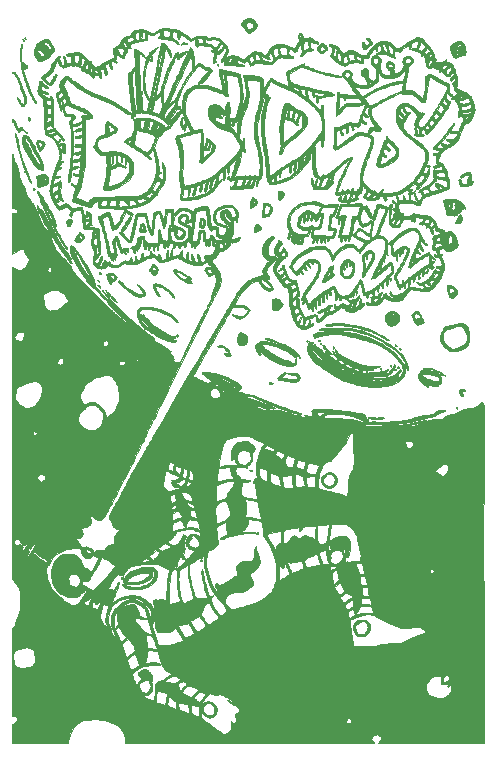
<source format=gbr>
%TF.GenerationSoftware,KiCad,Pcbnew,(6.0.7)*%
%TF.CreationDate,2022-09-06T18:29:53-05:00*%
%TF.ProjectId,BsidesKC 2022 Poster - Simple,42736964-6573-44b4-9320-323032322050,rev?*%
%TF.SameCoordinates,Original*%
%TF.FileFunction,Legend,Top*%
%TF.FilePolarity,Positive*%
%FSLAX46Y46*%
G04 Gerber Fmt 4.6, Leading zero omitted, Abs format (unit mm)*
G04 Created by KiCad (PCBNEW (6.0.7)) date 2022-09-06 18:29:53*
%MOMM*%
%LPD*%
G01*
G04 APERTURE LIST*
%ADD10C,0.010000*%
G04 APERTURE END LIST*
%TO.C,G\u002A\u002A\u002A*%
G36*
X136706012Y-95623612D02*
G01*
X136755339Y-95538673D01*
X136802336Y-95472286D01*
X136828315Y-95445081D01*
X136852606Y-95440824D01*
X136889983Y-95463245D01*
X136946437Y-95515971D01*
X136947976Y-95517537D01*
X137016845Y-95578981D01*
X137074498Y-95606534D01*
X137130974Y-95602915D01*
X137180233Y-95580450D01*
X137226601Y-95556412D01*
X137249299Y-95557971D01*
X137256319Y-95591254D01*
X137256143Y-95638658D01*
X137257368Y-95692229D01*
X137270199Y-95725293D01*
X137304209Y-95751220D01*
X137355000Y-95776716D01*
X137433640Y-95809295D01*
X137528076Y-95841585D01*
X137587493Y-95858583D01*
X137678261Y-95876483D01*
X137761018Y-95878632D01*
X137843905Y-95862633D01*
X137935063Y-95826088D01*
X138042635Y-95766598D01*
X138164483Y-95688617D01*
X138258983Y-95626160D01*
X138347626Y-95568312D01*
X138420887Y-95521241D01*
X138469242Y-95491116D01*
X138471628Y-95489694D01*
X138545940Y-95445672D01*
X138683295Y-95507177D01*
X138757007Y-95538049D01*
X138819252Y-95560322D01*
X138856782Y-95569263D01*
X138857204Y-95569274D01*
X138900424Y-95550107D01*
X138940308Y-95490638D01*
X138977271Y-95390105D01*
X138997729Y-95311861D01*
X139034040Y-95157117D01*
X139074340Y-95217897D01*
X139103415Y-95287603D01*
X139122642Y-95390731D01*
X139126394Y-95429563D01*
X139138150Y-95580450D01*
X139213871Y-95586801D01*
X139284775Y-95584746D01*
X139335371Y-95561253D01*
X139369447Y-95511045D01*
X139390790Y-95428845D01*
X139402146Y-95324502D01*
X139410767Y-95234882D01*
X139422036Y-95158013D01*
X139433995Y-95106272D01*
X139438382Y-95095647D01*
X139455929Y-95070526D01*
X139472423Y-95075888D01*
X139496881Y-95110130D01*
X139516508Y-95155536D01*
X139539007Y-95231434D01*
X139561577Y-95326367D01*
X139581417Y-95428876D01*
X139592495Y-95501359D01*
X139609682Y-95501491D01*
X139650686Y-95484574D01*
X139703931Y-95456781D01*
X139757839Y-95424288D01*
X139800832Y-95393266D01*
X139809241Y-95385778D01*
X139863116Y-95312352D01*
X139905103Y-95213910D01*
X139928848Y-95107409D01*
X139931900Y-95058524D01*
X139940029Y-94980514D01*
X139961228Y-94905837D01*
X139990709Y-94845804D01*
X140023689Y-94811725D01*
X140037953Y-94807867D01*
X140060055Y-94815438D01*
X140074663Y-94843970D01*
X140085174Y-94902194D01*
X140089448Y-94940158D01*
X140102492Y-95059930D01*
X140113752Y-95142858D01*
X140124396Y-95194329D01*
X140135594Y-95219730D01*
X140148516Y-95224447D01*
X140150965Y-95223581D01*
X140180185Y-95211437D01*
X140238714Y-95187451D01*
X140316626Y-95155683D01*
X140365817Y-95135686D01*
X140483199Y-95083862D01*
X140564893Y-95036180D01*
X140616470Y-94987307D01*
X140643502Y-94931913D01*
X140651560Y-94864665D01*
X140651567Y-94862249D01*
X140657178Y-94751881D01*
X140673618Y-94677653D01*
X140700292Y-94641711D01*
X140713472Y-94638533D01*
X140736916Y-94651780D01*
X140761018Y-94695046D01*
X140788518Y-94773619D01*
X140795491Y-94796830D01*
X140819428Y-94875834D01*
X140836930Y-94921267D01*
X140853179Y-94940266D01*
X140873356Y-94939970D01*
X140893420Y-94931727D01*
X140939226Y-94918178D01*
X140986826Y-94922661D01*
X141043194Y-94948308D01*
X141115304Y-94998250D01*
X141205977Y-95072100D01*
X141275674Y-95130073D01*
X141333334Y-95176037D01*
X141371459Y-95204129D01*
X141382339Y-95210033D01*
X141388086Y-95190694D01*
X141390505Y-95139790D01*
X141389126Y-95067994D01*
X141388845Y-95061819D01*
X141387128Y-94988849D01*
X141389208Y-94935946D01*
X141394628Y-94913778D01*
X141395179Y-94913652D01*
X141418396Y-94930464D01*
X141454020Y-94973412D01*
X141494270Y-95031424D01*
X141531370Y-95093423D01*
X141554268Y-95140149D01*
X141576995Y-95239304D01*
X141574457Y-95296667D01*
X141570485Y-95353245D01*
X141584126Y-95381630D01*
X141595320Y-95387726D01*
X141662713Y-95399679D01*
X141751173Y-95397630D01*
X141842404Y-95383152D01*
X141912522Y-95360450D01*
X141998727Y-95321297D01*
X142036416Y-95069873D01*
X142054849Y-94957661D01*
X142075631Y-94848159D01*
X142095958Y-94755343D01*
X142110154Y-94702033D01*
X142130937Y-94638065D01*
X142144994Y-94609222D01*
X142157350Y-94609961D01*
X142172310Y-94633422D01*
X142193981Y-94696828D01*
X142210038Y-94791409D01*
X142219430Y-94906256D01*
X142221103Y-95030456D01*
X142217900Y-95105904D01*
X142207317Y-95266358D01*
X142406121Y-95202682D01*
X142394713Y-95074066D01*
X142394419Y-94986267D01*
X142404958Y-94878166D01*
X142423910Y-94762265D01*
X142448855Y-94651067D01*
X142477374Y-94557077D01*
X142507046Y-94492798D01*
X142507281Y-94492437D01*
X142543045Y-94437854D01*
X142562324Y-94501152D01*
X142569511Y-94545932D01*
X142575278Y-94622732D01*
X142579085Y-94721246D01*
X142580391Y-94831172D01*
X142580353Y-94844908D01*
X142581129Y-94948314D01*
X142584131Y-95034531D01*
X142588911Y-95095776D01*
X142595017Y-95124265D01*
X142596560Y-95125367D01*
X142630447Y-95118989D01*
X142693366Y-95101942D01*
X142775664Y-95077348D01*
X142867688Y-95048333D01*
X142959784Y-95018022D01*
X143042298Y-94989540D01*
X143105579Y-94966012D01*
X143139970Y-94950562D01*
X143142673Y-94948585D01*
X143163020Y-94915920D01*
X143188711Y-94857573D01*
X143206173Y-94809597D01*
X143237052Y-94740308D01*
X143277290Y-94680043D01*
X143319581Y-94636791D01*
X143356618Y-94618541D01*
X143375287Y-94624698D01*
X143379299Y-94651190D01*
X143376953Y-94708782D01*
X143368838Y-94786815D01*
X143364527Y-94818499D01*
X143352147Y-94932230D01*
X143355209Y-95018533D01*
X143376842Y-95090483D01*
X143420174Y-95161157D01*
X143457818Y-95208300D01*
X143503000Y-95253496D01*
X143563380Y-95303448D01*
X143627642Y-95350012D01*
X143684472Y-95385042D01*
X143722555Y-95400394D01*
X143724877Y-95400533D01*
X143732633Y-95380965D01*
X143738918Y-95328645D01*
X143742770Y-95253153D01*
X143743445Y-95215325D01*
X143748244Y-95053699D01*
X143760097Y-94929763D01*
X143779734Y-94839347D01*
X143807890Y-94778281D01*
X143823602Y-94759199D01*
X143859466Y-94729862D01*
X143881206Y-94732293D01*
X143887709Y-94740673D01*
X143894506Y-94770525D01*
X143902023Y-94834850D01*
X143909570Y-94925810D01*
X143916463Y-95035569D01*
X143920148Y-95110591D01*
X143926564Y-95228038D01*
X143934579Y-95331496D01*
X143943402Y-95413159D01*
X143952243Y-95465224D01*
X143957463Y-95479312D01*
X144000789Y-95508295D01*
X144069160Y-95531756D01*
X144145298Y-95544988D01*
X144199157Y-95545158D01*
X144264830Y-95538117D01*
X144195449Y-95242490D01*
X144171358Y-95135849D01*
X144152361Y-95043935D01*
X144139937Y-94974557D01*
X144135565Y-94935524D01*
X144136317Y-94930282D01*
X144167707Y-94913332D01*
X144211909Y-94922244D01*
X144252031Y-94952718D01*
X144258274Y-94961325D01*
X144276401Y-94998950D01*
X144303997Y-95067519D01*
X144337488Y-95157701D01*
X144373302Y-95260166D01*
X144377818Y-95273533D01*
X144419546Y-95397832D01*
X144451254Y-95488198D01*
X144477306Y-95550516D01*
X144502064Y-95590666D01*
X144529893Y-95614533D01*
X144565156Y-95628000D01*
X144612217Y-95636948D01*
X144652067Y-95643270D01*
X144703222Y-95649689D01*
X144737857Y-95645675D01*
X144757107Y-95625767D01*
X144762109Y-95584504D01*
X144754000Y-95516426D01*
X144733917Y-95416072D01*
X144716073Y-95335791D01*
X144685243Y-95194090D01*
X144665135Y-95088126D01*
X144655238Y-95012821D01*
X144655041Y-94963095D01*
X144664032Y-94933870D01*
X144674567Y-94923459D01*
X144711863Y-94922457D01*
X144753380Y-94959913D01*
X144797345Y-95032377D01*
X144841985Y-95136400D01*
X144885528Y-95268533D01*
X144920941Y-95402840D01*
X144975764Y-95633367D01*
X145041457Y-95633160D01*
X145116162Y-95619829D01*
X145205406Y-95585467D01*
X145292783Y-95537931D01*
X145361889Y-95485080D01*
X145371733Y-95474940D01*
X145404997Y-95435940D01*
X145411108Y-95414591D01*
X145391959Y-95397745D01*
X145383561Y-95392763D01*
X145304680Y-95335583D01*
X145260872Y-95271853D01*
X145245130Y-95190386D01*
X145244733Y-95171120D01*
X145244733Y-95066783D01*
X145359075Y-95020375D01*
X145425655Y-94994971D01*
X145468758Y-94985703D01*
X145503567Y-94991464D01*
X145537941Y-95007333D01*
X145597981Y-95032522D01*
X145652232Y-95037350D01*
X145714855Y-95020665D01*
X145788802Y-94986940D01*
X145900119Y-94913910D01*
X146008000Y-94811747D01*
X146100537Y-94692795D01*
X146143228Y-94619514D01*
X146173797Y-94555089D01*
X146187122Y-94506783D01*
X146185666Y-94455170D01*
X146172885Y-94385617D01*
X146158997Y-94297074D01*
X146160162Y-94250019D01*
X146408900Y-94250019D01*
X146428218Y-94289830D01*
X146479141Y-94329058D01*
X146551123Y-94363195D01*
X146633620Y-94387731D01*
X146716085Y-94398156D01*
X146752263Y-94396854D01*
X146823971Y-94379567D01*
X146896804Y-94347807D01*
X146906019Y-94342384D01*
X146963953Y-94295929D01*
X147022826Y-94232667D01*
X147043683Y-94204931D01*
X147079989Y-94142483D01*
X147112462Y-94070100D01*
X147137109Y-93999368D01*
X147149938Y-93941869D01*
X147146956Y-93909189D01*
X147146000Y-93908078D01*
X147120837Y-93907876D01*
X147071545Y-93921545D01*
X147046542Y-93930862D01*
X146959233Y-93965796D01*
X146959233Y-94122248D01*
X146956404Y-94205798D01*
X146948543Y-94260150D01*
X146937104Y-94278700D01*
X146900256Y-94261761D01*
X146858750Y-94220805D01*
X146824839Y-94170625D01*
X146810777Y-94126204D01*
X146806506Y-94053204D01*
X146788981Y-94010073D01*
X146749526Y-93989116D01*
X146679461Y-93982638D01*
X146648551Y-93982367D01*
X146512139Y-93982367D01*
X146525175Y-94082908D01*
X146535166Y-94154090D01*
X146544940Y-94214686D01*
X146548042Y-94231075D01*
X146547600Y-94267499D01*
X146517881Y-94278507D01*
X146508786Y-94278700D01*
X146458912Y-94268331D01*
X146434300Y-94253300D01*
X146412735Y-94241030D01*
X146408900Y-94250019D01*
X146160162Y-94250019D01*
X146160684Y-94228951D01*
X146172122Y-94179906D01*
X146197283Y-94105349D01*
X146219798Y-94066010D01*
X146247127Y-94055996D01*
X146286732Y-94069415D01*
X146302225Y-94077181D01*
X146348132Y-94098562D01*
X146374293Y-94106269D01*
X146375930Y-94105636D01*
X146374705Y-94082769D01*
X146364437Y-94036266D01*
X146363071Y-94031135D01*
X146344997Y-93987062D01*
X146312179Y-93958949D01*
X146251624Y-93936154D01*
X146244549Y-93934052D01*
X146183388Y-93918531D01*
X146139665Y-93911900D01*
X146128442Y-93912992D01*
X146120759Y-93936691D01*
X146115121Y-93991529D01*
X146112608Y-94066321D01*
X146112567Y-94077617D01*
X146108701Y-94174852D01*
X146096212Y-94232139D01*
X146073758Y-94251234D01*
X146039998Y-94233890D01*
X146013850Y-94206828D01*
X145988831Y-94172496D01*
X145973923Y-94133515D01*
X145966628Y-94078106D01*
X145964443Y-93994493D01*
X145964400Y-93973883D01*
X145962900Y-93883532D01*
X145957006Y-93825002D01*
X145944629Y-93787844D01*
X145923678Y-93761607D01*
X145921550Y-93759650D01*
X145890194Y-93735083D01*
X145864478Y-93735003D01*
X145825725Y-93760153D01*
X145821009Y-93763643D01*
X145758669Y-93833858D01*
X145725510Y-93931513D01*
X145720874Y-94058714D01*
X145722486Y-94079244D01*
X145726417Y-94161809D01*
X145719166Y-94211244D01*
X145705691Y-94231491D01*
X145667361Y-94243196D01*
X145631746Y-94219322D01*
X145603197Y-94166596D01*
X145586065Y-94091741D01*
X145583076Y-94041966D01*
X145577910Y-93968562D01*
X145564728Y-93921494D01*
X145546103Y-93906436D01*
X145528623Y-93921877D01*
X145516591Y-93957628D01*
X145504022Y-94020022D01*
X145496277Y-94074487D01*
X145480783Y-94166317D01*
X145459995Y-94217485D01*
X145432603Y-94229474D01*
X145397297Y-94203768D01*
X145389818Y-94195029D01*
X145365510Y-94157521D01*
X145355896Y-94114312D01*
X145358441Y-94050009D01*
X145361406Y-94022489D01*
X145375406Y-93901870D01*
X145312728Y-93888104D01*
X145252674Y-93862300D01*
X145201527Y-93822687D01*
X145183429Y-93801619D01*
X145170624Y-93778433D01*
X145162328Y-93746074D01*
X145157758Y-93697490D01*
X145156129Y-93625627D01*
X145156658Y-93523431D01*
X145157893Y-93430029D01*
X145162782Y-93089021D01*
X145050299Y-93104170D01*
X144986436Y-93113671D01*
X144942611Y-93121887D01*
X144931005Y-93125502D01*
X144926903Y-93147589D01*
X144919982Y-93204600D01*
X144911024Y-93289280D01*
X144900813Y-93394373D01*
X144894154Y-93467067D01*
X144878936Y-93629132D01*
X144864849Y-93754922D01*
X144850287Y-93850411D01*
X144833643Y-93921568D01*
X144813311Y-93974365D01*
X144787685Y-94014773D01*
X144755159Y-94048763D01*
X144732553Y-94067847D01*
X144664407Y-94138234D01*
X144602610Y-94237473D01*
X144575132Y-94294070D01*
X144533299Y-94378942D01*
X144500278Y-94425907D01*
X144471768Y-94437310D01*
X144443470Y-94415497D01*
X144419822Y-94378790D01*
X144405295Y-94349943D01*
X144399686Y-94322409D01*
X144404488Y-94286334D01*
X144421193Y-94231860D01*
X144451295Y-94149132D01*
X144456886Y-94134138D01*
X144452075Y-94114556D01*
X144412866Y-94112432D01*
X144407965Y-94112971D01*
X144370150Y-94123396D01*
X144343844Y-94150929D01*
X144319992Y-94206367D01*
X144313375Y-94225783D01*
X144277005Y-94301481D01*
X144236225Y-94339135D01*
X144198222Y-94341412D01*
X144170186Y-94310980D01*
X144159307Y-94250509D01*
X144170123Y-94172613D01*
X144182724Y-94113815D01*
X144180351Y-94081480D01*
X144161092Y-94061803D01*
X144154205Y-94057691D01*
X144110832Y-94027046D01*
X144063160Y-93985845D01*
X144034689Y-93954086D01*
X144020855Y-93919974D01*
X144018526Y-93869478D01*
X144023012Y-93805928D01*
X144024355Y-93790679D01*
X144219740Y-93790679D01*
X144220545Y-93795743D01*
X144247109Y-93808040D01*
X144296606Y-93813948D01*
X144298774Y-93813988D01*
X144368989Y-93824105D01*
X144429817Y-93844019D01*
X144511633Y-93871640D01*
X144578628Y-93869641D01*
X144598202Y-93863385D01*
X144624395Y-93846729D01*
X144647174Y-93815301D01*
X144667909Y-93764259D01*
X144687973Y-93688764D01*
X144708738Y-93583975D01*
X144731577Y-93445052D01*
X144748132Y-93334509D01*
X144807197Y-92930068D01*
X144938447Y-92905884D01*
X145025399Y-92892540D01*
X145110504Y-92883757D01*
X145156672Y-92881700D01*
X145208200Y-92886011D01*
X145246726Y-92902412D01*
X145274074Y-92936104D01*
X145292070Y-92992290D01*
X145302537Y-93076170D01*
X145307302Y-93192946D01*
X145308233Y-93313716D01*
X145308233Y-93620834D01*
X145387608Y-93644464D01*
X145461742Y-93658118D01*
X145544754Y-93662010D01*
X145561679Y-93661189D01*
X145656375Y-93654283D01*
X145722469Y-93495533D01*
X145756071Y-93417050D01*
X145780877Y-93369905D01*
X145803808Y-93346130D01*
X145831784Y-93337754D01*
X145860306Y-93336783D01*
X145905154Y-93341564D01*
X145940028Y-93361816D01*
X145976965Y-93406401D01*
X145998722Y-93438677D01*
X146091932Y-93562448D01*
X146189119Y-93649032D01*
X146299247Y-93703280D01*
X146431286Y-93730044D01*
X146546483Y-93735015D01*
X146712804Y-93721738D01*
X146855794Y-93680066D01*
X146987125Y-93605415D01*
X147087869Y-93522372D01*
X147193985Y-93403936D01*
X147283057Y-93264906D01*
X147351455Y-93114648D01*
X147395549Y-92962533D01*
X147411711Y-92817928D01*
X147401720Y-92712198D01*
X147384403Y-92650190D01*
X147357606Y-92590771D01*
X147317293Y-92529110D01*
X147259427Y-92460375D01*
X147179973Y-92379736D01*
X147074895Y-92282362D01*
X146951633Y-92173416D01*
X146826355Y-92061480D01*
X146726396Y-91966412D01*
X146654385Y-91890854D01*
X146612953Y-91837448D01*
X146607822Y-91828159D01*
X146573710Y-91712153D01*
X146573083Y-91581849D01*
X146597030Y-91482467D01*
X146956492Y-91482467D01*
X146958687Y-91541992D01*
X146966928Y-91621913D01*
X146979646Y-91711763D01*
X146995275Y-91801078D01*
X147012246Y-91879391D01*
X147028992Y-91936238D01*
X147036713Y-91953210D01*
X147079731Y-92001366D01*
X147159461Y-92063581D01*
X147273408Y-92137949D01*
X147297900Y-92152803D01*
X147520150Y-92286234D01*
X147526914Y-92210276D01*
X147528222Y-92144219D01*
X147522121Y-92088353D01*
X147521632Y-92086320D01*
X147489452Y-92040898D01*
X147438572Y-92014886D01*
X147353773Y-91971673D01*
X147266607Y-91902820D01*
X147191594Y-91821507D01*
X147147323Y-91750464D01*
X147120595Y-91662653D01*
X147108214Y-91558032D01*
X147107865Y-91540262D01*
X147107400Y-91415908D01*
X147040152Y-91429358D01*
X146990422Y-91441777D01*
X146962377Y-91453373D01*
X146961909Y-91453802D01*
X146956492Y-91482467D01*
X146597030Y-91482467D01*
X146605327Y-91448036D01*
X146633080Y-91384179D01*
X146675225Y-91309906D01*
X146718859Y-91260394D01*
X146779031Y-91220303D01*
X146809570Y-91204242D01*
X146921726Y-91163601D01*
X147046080Y-91144611D01*
X147168180Y-91147832D01*
X147273576Y-91173822D01*
X147298230Y-91185312D01*
X147383631Y-91254364D01*
X147450703Y-91359463D01*
X147497896Y-91497793D01*
X147513280Y-91576748D01*
X147528038Y-91662158D01*
X147542467Y-91714948D01*
X147560458Y-91744621D01*
X147585905Y-91760681D01*
X147589148Y-91761957D01*
X147684141Y-91779779D01*
X147790386Y-91771255D01*
X147859496Y-91750363D01*
X147900592Y-91731045D01*
X147922506Y-91708663D01*
X147931265Y-91670526D01*
X147932897Y-91603942D01*
X147932900Y-91595785D01*
X147928887Y-91522001D01*
X147914017Y-91453377D01*
X147884041Y-91374809D01*
X147850751Y-91303664D01*
X147772003Y-91161613D01*
X147690928Y-91057737D01*
X147602216Y-90987980D01*
X147500558Y-90948289D01*
X147380646Y-90934608D01*
X147367371Y-90934515D01*
X147275362Y-90941631D01*
X147155606Y-90960861D01*
X147019935Y-90989292D01*
X146880181Y-91024015D01*
X146748176Y-91062119D01*
X146635750Y-91100693D01*
X146563055Y-91132381D01*
X146498249Y-91177300D01*
X146423162Y-91246068D01*
X146349436Y-91326318D01*
X146288713Y-91405686D01*
X146260206Y-91454039D01*
X146211598Y-91592160D01*
X146192101Y-91737924D01*
X146199948Y-91883515D01*
X146233372Y-92021120D01*
X146290607Y-92142921D01*
X146369886Y-92241105D01*
X146451233Y-92299098D01*
X146492026Y-92315179D01*
X146563654Y-92338510D01*
X146655916Y-92365930D01*
X146755793Y-92393525D01*
X146901816Y-92434652D01*
X147013105Y-92471950D01*
X147096670Y-92508620D01*
X147159521Y-92547867D01*
X147208670Y-92592892D01*
X147219609Y-92605393D01*
X147273168Y-92699028D01*
X147302376Y-92816793D01*
X147306918Y-92947975D01*
X147286480Y-93081856D01*
X147240746Y-93207720D01*
X147237495Y-93214188D01*
X147184343Y-93294655D01*
X147108213Y-93381242D01*
X147021874Y-93461396D01*
X146938096Y-93522564D01*
X146906317Y-93539773D01*
X146784277Y-93574587D01*
X146654900Y-93573527D01*
X146528082Y-93539389D01*
X146413715Y-93474965D01*
X146321693Y-93383052D01*
X146314137Y-93372509D01*
X146279840Y-93317751D01*
X146260637Y-93267441D01*
X146252274Y-93205307D01*
X146250506Y-93129092D01*
X146252852Y-93040059D01*
X146259330Y-92956595D01*
X146267863Y-92900331D01*
X146275712Y-92860453D01*
X146272289Y-92834090D01*
X146250532Y-92816735D01*
X146203374Y-92803883D01*
X146123751Y-92791028D01*
X146088480Y-92785921D01*
X145990311Y-92771771D01*
X145929730Y-92879631D01*
X145894991Y-92937499D01*
X145867201Y-92976655D01*
X145854899Y-92987512D01*
X145816368Y-92969729D01*
X145767453Y-92922060D01*
X145715276Y-92853165D01*
X145666955Y-92771704D01*
X145651454Y-92740058D01*
X145604684Y-92629375D01*
X145568788Y-92520532D01*
X145541633Y-92403537D01*
X145521087Y-92268396D01*
X145505018Y-92105116D01*
X145499120Y-92026162D01*
X145491039Y-91920245D01*
X145480712Y-91799987D01*
X145468880Y-91672500D01*
X145456286Y-91544896D01*
X145443673Y-91424289D01*
X145431783Y-91317791D01*
X145421360Y-91232515D01*
X145413145Y-91175573D01*
X145408078Y-91154216D01*
X145387310Y-91156614D01*
X145332565Y-91165324D01*
X145251498Y-91178982D01*
X145151764Y-91196227D01*
X145041018Y-91215696D01*
X144926915Y-91236025D01*
X144817109Y-91255854D01*
X144719257Y-91273818D01*
X144641012Y-91288556D01*
X144590030Y-91298705D01*
X144573846Y-91302708D01*
X144567162Y-91325938D01*
X144557108Y-91382448D01*
X144544911Y-91463434D01*
X144531796Y-91560092D01*
X144518988Y-91663618D01*
X144507713Y-91765209D01*
X144503372Y-91808938D01*
X144490987Y-91917160D01*
X144472650Y-92049580D01*
X144450899Y-92188924D01*
X144429717Y-92310200D01*
X144411398Y-92413510D01*
X144390578Y-92539299D01*
X144368050Y-92681919D01*
X144344611Y-92835719D01*
X144321056Y-92995051D01*
X144298180Y-93154263D01*
X144276779Y-93307708D01*
X144257648Y-93449736D01*
X144241584Y-93574696D01*
X144229380Y-93676939D01*
X144221834Y-93750817D01*
X144219740Y-93790679D01*
X144024355Y-93790679D01*
X144034508Y-93675450D01*
X143879688Y-93838902D01*
X143809487Y-93914527D01*
X143763448Y-93969921D01*
X143735694Y-94014679D01*
X143720344Y-94058397D01*
X143711520Y-94110669D01*
X143711097Y-94114069D01*
X143697905Y-94214749D01*
X143686273Y-94280598D01*
X143673546Y-94318909D01*
X143657069Y-94336976D01*
X143634185Y-94342089D01*
X143628035Y-94342200D01*
X143573030Y-94328938D01*
X143541464Y-94286225D01*
X143530338Y-94209667D01*
X143530233Y-94198957D01*
X143527671Y-94141704D01*
X143517200Y-94117407D01*
X143494643Y-94116853D01*
X143493192Y-94117264D01*
X143449539Y-94129286D01*
X143386885Y-94145862D01*
X143368961Y-94150510D01*
X143320340Y-94165396D01*
X143290319Y-94186112D01*
X143269596Y-94223977D01*
X143248866Y-94290314D01*
X143246158Y-94299937D01*
X143220929Y-94376624D01*
X143195464Y-94415770D01*
X143163516Y-94421738D01*
X143118840Y-94398889D01*
X143111610Y-94393916D01*
X143076705Y-94353936D01*
X143064757Y-94291901D01*
X143064567Y-94279486D01*
X143064567Y-94198006D01*
X142957378Y-94183263D01*
X142893656Y-94177343D01*
X142848463Y-94178397D01*
X142836330Y-94182381D01*
X142822898Y-94209055D01*
X142803269Y-94262693D01*
X142789428Y-94306262D01*
X142766720Y-94371818D01*
X142743880Y-94406464D01*
X142712650Y-94420839D01*
X142698819Y-94422980D01*
X142645696Y-94412523D01*
X142614538Y-94368809D01*
X142606669Y-94295539D01*
X142621059Y-94205525D01*
X142647392Y-94100600D01*
X142557424Y-94020761D01*
X142505736Y-93977499D01*
X142466862Y-93958504D01*
X142428948Y-93964775D01*
X142380138Y-93997311D01*
X142328654Y-94040058D01*
X142285206Y-94084736D01*
X142258651Y-94137087D01*
X142240953Y-94213604D01*
X142239336Y-94223380D01*
X142226617Y-94291952D01*
X142214277Y-94342190D01*
X142206756Y-94360399D01*
X142181723Y-94359941D01*
X142138541Y-94341608D01*
X142137325Y-94340932D01*
X142103764Y-94316838D01*
X142085376Y-94283728D01*
X142076523Y-94228151D01*
X142074025Y-94189918D01*
X142064453Y-94109281D01*
X142046728Y-94065591D01*
X142038531Y-94059589D01*
X142007511Y-94059237D01*
X141984459Y-94088431D01*
X141967428Y-94151504D01*
X141955203Y-94245224D01*
X141946539Y-94320915D01*
X141937536Y-94379666D01*
X141930116Y-94408983D01*
X141929994Y-94409188D01*
X141906123Y-94412495D01*
X141862300Y-94397219D01*
X141856865Y-94394495D01*
X141825030Y-94375880D01*
X141806441Y-94353798D01*
X141797539Y-94317388D01*
X141794767Y-94255794D01*
X141794567Y-94204357D01*
X141794567Y-94046435D01*
X141725775Y-94017007D01*
X141639586Y-93961769D01*
X141566105Y-93881736D01*
X141523712Y-93802450D01*
X141512524Y-93775249D01*
X141505646Y-93775522D01*
X141501907Y-93807898D01*
X141500135Y-93877004D01*
X141499904Y-93896562D01*
X141496743Y-93984764D01*
X141486996Y-94046008D01*
X141466878Y-94095578D01*
X141440025Y-94138176D01*
X141407519Y-94191983D01*
X141389341Y-94245702D01*
X141381292Y-94315590D01*
X141379575Y-94372147D01*
X141377043Y-94481509D01*
X141371835Y-94552921D01*
X141361708Y-94590761D01*
X141344421Y-94599411D01*
X141317731Y-94583250D01*
X141286567Y-94553867D01*
X141261929Y-94519452D01*
X141248838Y-94470666D01*
X141244356Y-94395027D01*
X141244233Y-94373950D01*
X141244233Y-94236367D01*
X141079466Y-94236367D01*
X141064317Y-94448033D01*
X141056473Y-94536829D01*
X141047419Y-94607290D01*
X141038469Y-94650476D01*
X141033138Y-94659700D01*
X141007021Y-94647776D01*
X140965117Y-94618775D01*
X140961338Y-94615830D01*
X140931307Y-94588031D01*
X140914502Y-94555825D01*
X140907172Y-94506572D01*
X140905567Y-94427922D01*
X140902576Y-94340835D01*
X140890292Y-94285743D01*
X140863748Y-94252526D01*
X140817978Y-94231068D01*
X140807255Y-94227655D01*
X140761121Y-94226623D01*
X140723528Y-94257341D01*
X140691788Y-94323430D01*
X140665404Y-94418774D01*
X140641722Y-94511256D01*
X140619055Y-94566872D01*
X140592909Y-94590726D01*
X140558789Y-94587925D01*
X140529110Y-94573610D01*
X140499993Y-94554231D01*
X140482630Y-94530232D01*
X140475333Y-94492393D01*
X140476416Y-94431491D01*
X140484190Y-94338305D01*
X140484820Y-94331617D01*
X140487550Y-94277410D01*
X140477717Y-94253184D01*
X140449013Y-94247052D01*
X140439900Y-94246950D01*
X140408805Y-94253986D01*
X140383823Y-94279478D01*
X140361634Y-94330004D01*
X140338917Y-94412142D01*
X140324446Y-94475694D01*
X140309593Y-94516950D01*
X140283296Y-94525228D01*
X140264570Y-94520729D01*
X140206469Y-94494847D01*
X140175847Y-94454886D01*
X140165173Y-94389024D01*
X140164733Y-94364055D01*
X140157671Y-94287167D01*
X140133830Y-94237628D01*
X140122400Y-94225783D01*
X140102779Y-94203036D01*
X140090250Y-94171574D01*
X140083271Y-94122277D01*
X140080298Y-94046020D01*
X140079777Y-93973794D01*
X140078363Y-93851933D01*
X140073544Y-93766319D01*
X140063879Y-93710912D01*
X140047928Y-93679669D01*
X140024250Y-93666551D01*
X140006106Y-93664867D01*
X139953042Y-93677865D01*
X139920256Y-93719574D01*
X139905715Y-93794065D01*
X139905255Y-93866674D01*
X139905204Y-93948533D01*
X139895195Y-94003543D01*
X139872113Y-94046631D01*
X139866018Y-94054671D01*
X139828961Y-94133516D01*
X139818165Y-94216409D01*
X139812393Y-94282311D01*
X139794626Y-94329035D01*
X139756041Y-94374707D01*
X139728407Y-94400778D01*
X139673334Y-94461645D01*
X139629751Y-94528087D01*
X139616054Y-94559158D01*
X139593506Y-94609568D01*
X139569660Y-94636911D01*
X139563887Y-94638533D01*
X139518202Y-94621221D01*
X139471755Y-94577922D01*
X139450665Y-94545925D01*
X139438926Y-94534117D01*
X139428185Y-94550766D01*
X139416698Y-94600695D01*
X139405235Y-94671626D01*
X139392425Y-94750666D01*
X139380495Y-94812085D01*
X139371610Y-94845023D01*
X139370171Y-94847484D01*
X139348151Y-94843332D01*
X139308014Y-94819392D01*
X139301845Y-94814905D01*
X139268457Y-94784154D01*
X139248836Y-94745406D01*
X139237703Y-94685118D01*
X139233400Y-94639315D01*
X139222817Y-94506768D01*
X139107336Y-94448379D01*
X138991855Y-94389989D01*
X139055762Y-94326081D01*
X139119254Y-94278380D01*
X139203282Y-94247170D01*
X139245326Y-94237854D01*
X139321848Y-94222887D01*
X139387757Y-94209726D01*
X139418978Y-94203287D01*
X139465054Y-94172234D01*
X139501964Y-94105591D01*
X139536954Y-94018140D01*
X139587624Y-94079628D01*
X139638294Y-94141117D01*
X139621413Y-93929450D01*
X139611685Y-93792161D01*
X139607898Y-93690206D01*
X139610545Y-93616937D01*
X139620116Y-93565705D01*
X139637103Y-93529864D01*
X139652315Y-93511711D01*
X139689076Y-93490563D01*
X139753987Y-93466763D01*
X139835743Y-93443019D01*
X139923042Y-93422037D01*
X140004582Y-93406526D01*
X140069061Y-93399192D01*
X140105175Y-93402742D01*
X140105782Y-93403095D01*
X140135050Y-93438884D01*
X140165677Y-93504717D01*
X140193423Y-93588675D01*
X140214048Y-93678839D01*
X140220784Y-93726395D01*
X140228754Y-93793846D01*
X140236029Y-93840526D01*
X140240454Y-93855367D01*
X140262487Y-93848731D01*
X140299634Y-93835220D01*
X140335213Y-93826000D01*
X140356521Y-93839464D01*
X140375115Y-93884180D01*
X140378162Y-93893428D01*
X140400379Y-93948045D01*
X140422928Y-93983742D01*
X140427092Y-93987334D01*
X140454504Y-93992036D01*
X140517551Y-93996199D01*
X140609536Y-93999591D01*
X140723763Y-94001982D01*
X140853535Y-94003140D01*
X140886609Y-94003209D01*
X141322734Y-94003533D01*
X141338843Y-93606658D01*
X141347531Y-93423103D01*
X141357917Y-93254304D01*
X141369550Y-93104710D01*
X141381980Y-92978764D01*
X141394758Y-92880915D01*
X141407433Y-92815606D01*
X141419555Y-92787284D01*
X141421866Y-92786450D01*
X141451200Y-92798333D01*
X141479729Y-92836136D01*
X141508607Y-92903089D01*
X141538985Y-93002424D01*
X141572017Y-93137371D01*
X141608485Y-93309311D01*
X141641168Y-93467223D01*
X141668788Y-93587692D01*
X141693370Y-93675008D01*
X141716944Y-93733465D01*
X141741535Y-93767353D01*
X141769173Y-93780964D01*
X141801882Y-93778589D01*
X141826425Y-93770659D01*
X141885171Y-93758695D01*
X141958197Y-93766567D01*
X141990675Y-93774183D01*
X142059014Y-93788609D01*
X142105237Y-93787811D01*
X142146937Y-93771226D01*
X142150821Y-93769080D01*
X142194268Y-93739384D01*
X142223832Y-93702543D01*
X142241095Y-93651306D01*
X142247638Y-93578423D01*
X142245044Y-93476643D01*
X142237600Y-93371357D01*
X142229883Y-93224975D01*
X142229675Y-93152419D01*
X142387233Y-93152419D01*
X142399825Y-93333902D01*
X142436015Y-93499176D01*
X142493424Y-93642326D01*
X142569674Y-93757440D01*
X142662385Y-93838604D01*
X142663547Y-93839323D01*
X142809969Y-93906076D01*
X142978096Y-93942376D01*
X143159430Y-93947429D01*
X143345472Y-93920441D01*
X143395273Y-93907597D01*
X143544037Y-93845942D01*
X143675934Y-93753215D01*
X143783630Y-93636378D01*
X143859791Y-93502394D01*
X143862225Y-93495533D01*
X144059400Y-93495533D01*
X144067144Y-93512956D01*
X144073511Y-93509644D01*
X144076044Y-93484524D01*
X144073511Y-93481422D01*
X144060927Y-93484328D01*
X144059400Y-93495533D01*
X143862225Y-93495533D01*
X143878941Y-93448424D01*
X143894811Y-93372479D01*
X143906334Y-93274419D01*
X143911201Y-93174415D01*
X143911233Y-93166497D01*
X143914002Y-93066587D01*
X143921290Y-92966315D01*
X143931568Y-92886229D01*
X143932436Y-92881509D01*
X143943011Y-92805220D01*
X143938713Y-92758279D01*
X143928230Y-92739092D01*
X143900527Y-92718598D01*
X143842647Y-92684130D01*
X143762518Y-92640155D01*
X143668065Y-92591145D01*
X143647735Y-92580923D01*
X143479306Y-92495777D01*
X143345327Y-92424868D01*
X143241886Y-92364534D01*
X143165068Y-92311114D01*
X143110963Y-92260945D01*
X143075657Y-92210364D01*
X143055236Y-92155710D01*
X143045790Y-92093320D01*
X143043404Y-92019533D01*
X143043400Y-92015279D01*
X143045836Y-91992197D01*
X143233212Y-91992197D01*
X143254127Y-92072565D01*
X143269878Y-92099115D01*
X143293137Y-92130229D01*
X143320114Y-92158131D01*
X143356575Y-92186432D01*
X143408287Y-92218746D01*
X143481016Y-92258684D01*
X143580529Y-92309859D01*
X143708196Y-92373700D01*
X143827578Y-92433683D01*
X143914736Y-92479644D01*
X143975735Y-92515615D01*
X144016643Y-92545628D01*
X144043525Y-92573714D01*
X144062448Y-92603906D01*
X144066415Y-92611783D01*
X144091434Y-92679669D01*
X144092558Y-92745889D01*
X144086411Y-92781116D01*
X144081525Y-92824794D01*
X144078259Y-92895356D01*
X144076513Y-92984514D01*
X144076188Y-93083982D01*
X144077183Y-93185473D01*
X144079399Y-93280701D01*
X144082735Y-93361379D01*
X144087093Y-93419221D01*
X144092371Y-93445939D01*
X144094429Y-93446393D01*
X144099540Y-93424022D01*
X144109805Y-93364857D01*
X144124425Y-93274015D01*
X144142601Y-93156613D01*
X144163534Y-93017770D01*
X144186426Y-92862603D01*
X144197780Y-92784478D01*
X144226405Y-92585705D01*
X144249124Y-92425495D01*
X144266300Y-92300545D01*
X144278299Y-92207553D01*
X144285485Y-92143214D01*
X144288221Y-92104227D01*
X144286871Y-92087287D01*
X144281800Y-92089093D01*
X144273372Y-92106340D01*
X144272223Y-92109117D01*
X144234076Y-92167958D01*
X144170320Y-92212201D01*
X144074085Y-92245975D01*
X144025484Y-92257367D01*
X143878495Y-92282043D01*
X143765094Y-92286887D01*
X143687006Y-92271850D01*
X143677008Y-92267122D01*
X143644507Y-92227243D01*
X143637264Y-92160805D01*
X143654936Y-92074967D01*
X143690221Y-91990257D01*
X143729494Y-91898006D01*
X143738439Y-91831141D01*
X143715944Y-91784413D01*
X143660897Y-91752571D01*
X143638313Y-91745264D01*
X143535577Y-91731571D01*
X143439476Y-91746974D01*
X143355600Y-91786106D01*
X143289538Y-91843599D01*
X143246879Y-91914086D01*
X143233212Y-91992197D01*
X143045836Y-91992197D01*
X143059009Y-91867391D01*
X143106462Y-91746995D01*
X143186693Y-91652655D01*
X143300639Y-91582934D01*
X143333845Y-91569428D01*
X143481514Y-91530422D01*
X143613416Y-91527889D01*
X143726449Y-91560114D01*
X143817507Y-91625384D01*
X143883486Y-91721987D01*
X143921282Y-91848209D01*
X143927100Y-91896804D01*
X143934530Y-91971516D01*
X143944215Y-92013243D01*
X143959957Y-92031305D01*
X143983505Y-92035033D01*
X144035613Y-92023005D01*
X144075857Y-92002083D01*
X144096480Y-91984699D01*
X144110010Y-91961478D01*
X144117929Y-91923988D01*
X144121717Y-91863802D01*
X144122854Y-91772490D01*
X144122900Y-91734222D01*
X144122900Y-91499312D01*
X144039399Y-91419880D01*
X143916657Y-91331738D01*
X143763818Y-91270995D01*
X143583987Y-91238790D01*
X143535872Y-91235366D01*
X143444371Y-91232223D01*
X143378136Y-91236106D01*
X143320292Y-91250016D01*
X143253963Y-91276954D01*
X143223860Y-91290838D01*
X143070421Y-91384969D01*
X142933218Y-91513370D01*
X142817380Y-91669463D01*
X142728031Y-91846669D01*
X142682498Y-91985513D01*
X142649869Y-92127929D01*
X142630045Y-92249191D01*
X142623538Y-92343994D01*
X142630864Y-92407031D01*
X142639912Y-92425024D01*
X142668660Y-92444070D01*
X142728738Y-92473851D01*
X142811742Y-92510494D01*
X142909270Y-92550128D01*
X142923338Y-92555592D01*
X143079233Y-92617141D01*
X143202864Y-92669485D01*
X143302207Y-92716564D01*
X143385239Y-92762318D01*
X143459934Y-92810687D01*
X143503465Y-92842151D01*
X143601367Y-92929350D01*
X143658776Y-93017472D01*
X143677256Y-93112266D01*
X143658370Y-93219479D01*
X143627333Y-93297404D01*
X143546078Y-93432117D01*
X143438969Y-93551057D01*
X143324026Y-93637238D01*
X143224196Y-93678954D01*
X143118451Y-93695322D01*
X143019827Y-93685849D01*
X142943485Y-93651646D01*
X142847474Y-93555295D01*
X142784115Y-93432528D01*
X142753280Y-93283006D01*
X142752986Y-93246777D01*
X142926782Y-93246777D01*
X142932144Y-93297548D01*
X142938355Y-93317690D01*
X142984377Y-93400562D01*
X143046086Y-93444942D01*
X143125756Y-93451696D01*
X143218705Y-93424657D01*
X143334811Y-93354154D01*
X143428690Y-93253036D01*
X143467204Y-93187643D01*
X143493678Y-93129260D01*
X143501691Y-93092630D01*
X143492354Y-93061973D01*
X143477736Y-93038119D01*
X143440079Y-93002289D01*
X143373933Y-92958548D01*
X143290795Y-92912884D01*
X143202164Y-92871281D01*
X143119538Y-92839723D01*
X143071989Y-92826925D01*
X143040739Y-92821367D01*
X143018467Y-92823486D01*
X143001986Y-92839663D01*
X142988107Y-92876282D01*
X142973645Y-92939724D01*
X142955411Y-93036372D01*
X142948450Y-93074312D01*
X142932076Y-93175784D01*
X142926782Y-93246777D01*
X142752986Y-93246777D01*
X142752125Y-93140992D01*
X142761875Y-92987533D01*
X142387233Y-92987533D01*
X142387233Y-93152419D01*
X142229675Y-93152419D01*
X142229458Y-93076628D01*
X142233235Y-92987533D01*
X142235576Y-92932334D01*
X142247489Y-92798107D01*
X142264450Y-92679963D01*
X142285710Y-92583918D01*
X142310519Y-92515988D01*
X142338131Y-92482188D01*
X142348535Y-92479533D01*
X142371191Y-92485863D01*
X142382917Y-92511359D01*
X142387001Y-92565783D01*
X142387233Y-92594438D01*
X142397588Y-92690941D01*
X142428358Y-92751556D01*
X142479104Y-92775488D01*
X142487898Y-92775867D01*
X142526017Y-92770369D01*
X142589052Y-92756161D01*
X142643638Y-92741748D01*
X142765238Y-92707629D01*
X142634444Y-92641206D01*
X142569892Y-92606465D01*
X142520261Y-92572082D01*
X142483587Y-92532105D01*
X142457907Y-92480585D01*
X142441256Y-92411571D01*
X142431671Y-92319112D01*
X142427190Y-92197258D01*
X142425847Y-92040058D01*
X142425790Y-92008857D01*
X142426949Y-91833156D01*
X142431162Y-91694581D01*
X142438725Y-91588014D01*
X142449934Y-91508338D01*
X142456369Y-91479408D01*
X142487509Y-91357700D01*
X142117040Y-91357700D01*
X142102757Y-91521742D01*
X142075662Y-91800837D01*
X142046133Y-92044796D01*
X142014404Y-92252555D01*
X141980710Y-92423050D01*
X141945284Y-92555218D01*
X141908362Y-92647994D01*
X141870177Y-92700314D01*
X141840572Y-92712367D01*
X141794338Y-92698775D01*
X141776493Y-92684344D01*
X141765725Y-92656522D01*
X141747861Y-92593283D01*
X141724391Y-92500661D01*
X141696807Y-92384692D01*
X141666601Y-92251411D01*
X141644445Y-92149885D01*
X141602865Y-91960403D01*
X141567323Y-91808933D01*
X141536466Y-91691808D01*
X141508942Y-91605357D01*
X141483398Y-91545910D01*
X141458482Y-91509798D01*
X141432840Y-91493351D01*
X141405120Y-91492900D01*
X141402498Y-91493514D01*
X141274208Y-91540161D01*
X141177318Y-91609561D01*
X141109721Y-91704847D01*
X141069312Y-91829152D01*
X141053986Y-91985607D01*
X141053720Y-92012417D01*
X141050551Y-92109806D01*
X141041707Y-92232031D01*
X141028158Y-92372212D01*
X141010875Y-92523470D01*
X140990829Y-92678925D01*
X140968990Y-92831698D01*
X140946329Y-92974908D01*
X140923817Y-93101677D01*
X140902424Y-93205125D01*
X140883121Y-93278372D01*
X140870769Y-93309061D01*
X140847336Y-93312830D01*
X140801577Y-93302450D01*
X140796383Y-93300694D01*
X140762461Y-93283913D01*
X140732265Y-93254602D01*
X140700114Y-93204899D01*
X140660327Y-93126943D01*
X140640493Y-93085000D01*
X140517353Y-92792415D01*
X140429794Y-92517752D01*
X140388548Y-92331367D01*
X140362700Y-92197925D01*
X140333770Y-92067746D01*
X140303644Y-91947601D01*
X140274207Y-91844266D01*
X140247346Y-91764514D01*
X140224947Y-91715119D01*
X140213430Y-91702402D01*
X140182482Y-91699395D01*
X140118065Y-91698960D01*
X140028959Y-91700979D01*
X139923942Y-91705336D01*
X139899893Y-91706579D01*
X139615204Y-91721827D01*
X139593519Y-91799055D01*
X139581835Y-91845686D01*
X139563499Y-91924859D01*
X139540513Y-92027675D01*
X139514874Y-92145235D01*
X139497693Y-92225533D01*
X139465434Y-92377419D01*
X139428364Y-92551848D01*
X139390490Y-92729961D01*
X139355824Y-92892897D01*
X139346943Y-92934617D01*
X139306541Y-93115497D01*
X139263036Y-93294670D01*
X139218596Y-93464196D01*
X139175387Y-93616135D01*
X139135576Y-93742547D01*
X139101331Y-93835494D01*
X139100540Y-93837379D01*
X139065435Y-93896273D01*
X139016958Y-93925272D01*
X139002529Y-93929019D01*
X138954892Y-93936609D01*
X138910790Y-93934792D01*
X138865206Y-93920338D01*
X138813123Y-93890019D01*
X138749524Y-93840607D01*
X138669391Y-93768872D01*
X138567707Y-93671588D01*
X138501197Y-93606435D01*
X138376530Y-93483059D01*
X138279351Y-93384929D01*
X138206397Y-93308194D01*
X138154407Y-93249007D01*
X138120119Y-93203516D01*
X138100269Y-93167872D01*
X138091596Y-93138226D01*
X138090400Y-93121667D01*
X138101943Y-93093356D01*
X138135103Y-93033586D01*
X138187671Y-92945890D01*
X138257441Y-92833803D01*
X138342206Y-92700858D01*
X138439758Y-92550590D01*
X138547891Y-92386534D01*
X138574063Y-92347167D01*
X139057727Y-91620808D01*
X138849712Y-91509669D01*
X138641698Y-91398529D01*
X138437387Y-91806739D01*
X138350145Y-91979391D01*
X138276865Y-92120019D01*
X138213738Y-92235022D01*
X138156953Y-92330796D01*
X138102699Y-92413739D01*
X138047166Y-92490250D01*
X137986542Y-92566726D01*
X137979916Y-92574783D01*
X137869318Y-92695760D01*
X137763012Y-92786690D01*
X137664338Y-92845705D01*
X137576636Y-92870937D01*
X137503247Y-92860518D01*
X137485840Y-92851038D01*
X137455410Y-92827289D01*
X137429283Y-92795931D01*
X137405421Y-92751419D01*
X137381789Y-92688205D01*
X137356350Y-92600746D01*
X137327068Y-92483496D01*
X137291907Y-92330909D01*
X137287250Y-92310200D01*
X137257055Y-92177201D01*
X137227426Y-92049392D01*
X137200568Y-91936096D01*
X137178690Y-91846637D01*
X137165344Y-91795167D01*
X137131344Y-91671718D01*
X137055247Y-91685819D01*
X137000593Y-91700730D01*
X136921736Y-91728074D01*
X136833010Y-91762766D01*
X136804525Y-91774739D01*
X136629900Y-91849557D01*
X136629900Y-91951977D01*
X136635000Y-92001286D01*
X136649315Y-92084424D01*
X136671369Y-92194258D01*
X136699683Y-92323658D01*
X136732781Y-92465491D01*
X136755421Y-92558007D01*
X136813927Y-92793879D01*
X136872790Y-93033329D01*
X136931073Y-93272388D01*
X136987838Y-93507091D01*
X137042147Y-93733471D01*
X137093063Y-93947560D01*
X137139647Y-94145391D01*
X137180963Y-94322998D01*
X137216071Y-94476414D01*
X137244036Y-94601671D01*
X137263918Y-94694803D01*
X137274780Y-94751843D01*
X137276007Y-94760242D01*
X137290039Y-94871367D01*
X137414057Y-94871367D01*
X137525653Y-94864526D01*
X137598593Y-94843543D01*
X137634364Y-94807722D01*
X137637049Y-94767040D01*
X137629108Y-94720269D01*
X137617716Y-94646144D01*
X137605103Y-94559259D01*
X137602860Y-94543283D01*
X137584819Y-94432697D01*
X137560980Y-94310603D01*
X137538477Y-94211673D01*
X137505077Y-94038701D01*
X137499409Y-93892178D01*
X137521606Y-93766454D01*
X137550551Y-93694187D01*
X137589287Y-93629926D01*
X137642077Y-93559564D01*
X137700966Y-93491789D01*
X137758001Y-93435293D01*
X137805228Y-93398765D01*
X137829228Y-93389700D01*
X137847205Y-93394415D01*
X137865652Y-93411206D01*
X137886192Y-93444041D01*
X137910450Y-93496890D01*
X137940049Y-93573721D01*
X137976614Y-93678502D01*
X138021768Y-93815203D01*
X138077135Y-93987792D01*
X138088130Y-94022405D01*
X138133960Y-94165827D01*
X138176099Y-94295788D01*
X138212745Y-94406877D01*
X138242094Y-94493683D01*
X138262341Y-94550797D01*
X138271607Y-94572738D01*
X138293666Y-94567090D01*
X138332515Y-94526048D01*
X138385896Y-94452024D01*
X138388890Y-94447524D01*
X138408326Y-94422925D01*
X138433298Y-94407741D01*
X138473631Y-94399671D01*
X138539151Y-94396418D01*
X138610098Y-94395756D01*
X138797399Y-94395117D01*
X138835941Y-94563236D01*
X138854447Y-94649435D01*
X138862120Y-94704413D01*
X138859413Y-94737747D01*
X138846778Y-94759018D01*
X138845255Y-94760582D01*
X138824513Y-94772773D01*
X138799671Y-94762995D01*
X138762197Y-94726330D01*
X138738200Y-94698886D01*
X138690811Y-94647356D01*
X138658812Y-94624969D01*
X138633106Y-94626337D01*
X138624095Y-94631312D01*
X138605495Y-94645857D01*
X138595766Y-94665907D01*
X138594279Y-94700978D01*
X138600403Y-94760582D01*
X138610646Y-94834325D01*
X138617388Y-94895305D01*
X138613088Y-94925247D01*
X138595384Y-94934546D01*
X138587777Y-94934867D01*
X138551870Y-94920292D01*
X138503700Y-94883383D01*
X138480708Y-94860885D01*
X138410935Y-94786903D01*
X138311171Y-94829667D01*
X138253477Y-94852683D01*
X138214244Y-94865111D01*
X138204629Y-94865651D01*
X138196172Y-94844489D01*
X138176321Y-94789089D01*
X138147126Y-94705353D01*
X138110638Y-94599185D01*
X138068909Y-94476488D01*
X138051633Y-94425359D01*
X137990155Y-94247586D01*
X137932636Y-94090009D01*
X137880790Y-93956899D01*
X137836332Y-93852527D01*
X137800975Y-93781161D01*
X137781067Y-93751427D01*
X137761734Y-93757342D01*
X137730696Y-93781166D01*
X137709758Y-93806663D01*
X137696358Y-93841893D01*
X137690772Y-93891789D01*
X137693278Y-93961287D01*
X137704150Y-94055320D01*
X137723667Y-94178825D01*
X137752104Y-94336735D01*
X137765916Y-94409995D01*
X137790944Y-94545429D01*
X137813583Y-94675142D01*
X137832364Y-94790141D01*
X137845817Y-94881434D01*
X137852419Y-94939284D01*
X137855342Y-95011570D01*
X137848145Y-95057646D01*
X137826723Y-95093205D01*
X137806486Y-95114871D01*
X137774471Y-95153575D01*
X137757906Y-95197409D01*
X137752097Y-95261869D01*
X137751733Y-95295662D01*
X137749958Y-95362366D01*
X137745348Y-95408054D01*
X137740099Y-95421700D01*
X137685811Y-95404110D01*
X137633150Y-95360780D01*
X137597890Y-95305872D01*
X137593166Y-95289776D01*
X137576231Y-95213570D01*
X137560680Y-95170268D01*
X137541612Y-95150910D01*
X137514828Y-95146533D01*
X137484982Y-95153198D01*
X137479236Y-95181328D01*
X137483381Y-95207065D01*
X137493356Y-95264156D01*
X137504920Y-95340289D01*
X137510199Y-95378496D01*
X137524910Y-95489395D01*
X137462526Y-95457135D01*
X137413679Y-95422177D01*
X137376448Y-95369326D01*
X137344913Y-95288766D01*
X137330103Y-95237527D01*
X137306401Y-95177681D01*
X137267046Y-95142918D01*
X137231376Y-95127607D01*
X137193936Y-95109887D01*
X137162262Y-95083182D01*
X137134785Y-95042869D01*
X137109940Y-94984323D01*
X137086159Y-94902919D01*
X137061874Y-94794033D01*
X137035519Y-94653040D01*
X137005526Y-94475316D01*
X137001076Y-94448033D01*
X136962807Y-94215169D01*
X136928202Y-94012370D01*
X136895572Y-93833032D01*
X136863225Y-93670553D01*
X136829471Y-93518329D01*
X136792619Y-93369758D01*
X136750979Y-93218235D01*
X136702859Y-93057158D01*
X136646568Y-92879924D01*
X136580416Y-92679930D01*
X136502713Y-92450572D01*
X136450718Y-92298666D01*
X136402386Y-92157225D01*
X136358934Y-92028990D01*
X136322170Y-91919385D01*
X136293902Y-91833837D01*
X136275939Y-91777770D01*
X136270067Y-91756791D01*
X136288163Y-91741542D01*
X136337782Y-91712209D01*
X136411912Y-91672240D01*
X136503545Y-91625089D01*
X136605672Y-91574204D01*
X136711284Y-91523038D01*
X136813372Y-91475041D01*
X136904926Y-91433664D01*
X136978938Y-91402359D01*
X137022395Y-91386378D01*
X137117494Y-91365466D01*
X137188132Y-91374179D01*
X137242770Y-91415533D01*
X137283315Y-91479306D01*
X137300799Y-91522899D01*
X137326991Y-91600358D01*
X137359711Y-91704640D01*
X137396780Y-91828703D01*
X137436016Y-91965505D01*
X137455573Y-92035778D01*
X137493130Y-92171351D01*
X137527311Y-92293224D01*
X137556424Y-92395478D01*
X137578773Y-92472196D01*
X137592665Y-92517461D01*
X137596198Y-92527001D01*
X137621023Y-92530744D01*
X137668910Y-92510973D01*
X137731753Y-92472821D01*
X137801444Y-92421419D01*
X137869877Y-92361899D01*
X137892999Y-92339109D01*
X137930377Y-92297931D01*
X137967513Y-92249860D01*
X138007384Y-92189823D01*
X138052965Y-92112746D01*
X138107231Y-92013554D01*
X138173157Y-91887173D01*
X138253719Y-91728530D01*
X138269958Y-91696246D01*
X138339699Y-91558954D01*
X138404155Y-91434913D01*
X138460707Y-91328937D01*
X138506737Y-91245840D01*
X138539626Y-91190435D01*
X138556758Y-91167538D01*
X138557713Y-91167200D01*
X138595970Y-91176295D01*
X138661841Y-91200614D01*
X138745458Y-91235705D01*
X138836950Y-91277115D01*
X138926449Y-91320392D01*
X139004087Y-91361086D01*
X139055634Y-91391804D01*
X139134020Y-91445417D01*
X139181545Y-91486191D01*
X139203042Y-91524047D01*
X139203344Y-91568909D01*
X139187283Y-91630699D01*
X139181309Y-91649854D01*
X139102323Y-91859151D01*
X138989402Y-92093105D01*
X138842754Y-92351342D01*
X138662583Y-92633487D01*
X138546978Y-92801998D01*
X138342974Y-93092712D01*
X138378517Y-93161831D01*
X138405691Y-93201280D01*
X138456549Y-93263326D01*
X138524783Y-93340693D01*
X138604084Y-93426103D01*
X138640299Y-93463783D01*
X138720864Y-93547863D01*
X138791936Y-93624219D01*
X138847684Y-93686421D01*
X138882275Y-93728035D01*
X138889632Y-93738774D01*
X138911690Y-93767147D01*
X138924187Y-93769468D01*
X138937344Y-93740837D01*
X138958481Y-93675653D01*
X138986387Y-93578689D01*
X139019855Y-93454716D01*
X139057674Y-93308506D01*
X139098637Y-93144832D01*
X139141532Y-92968464D01*
X139185153Y-92784175D01*
X139228288Y-92596737D01*
X139269730Y-92410921D01*
X139277851Y-92373719D01*
X139314996Y-92205499D01*
X139350925Y-92047666D01*
X139384300Y-91905745D01*
X139413778Y-91785263D01*
X139438019Y-91691746D01*
X139455683Y-91630720D01*
X139462707Y-91611700D01*
X139500615Y-91555352D01*
X139547127Y-91514655D01*
X139553356Y-91511362D01*
X139594929Y-91500917D01*
X139669128Y-91490826D01*
X139766248Y-91481627D01*
X139876581Y-91473858D01*
X139990421Y-91468057D01*
X140098061Y-91464763D01*
X140189796Y-91464513D01*
X140255919Y-91467846D01*
X140277190Y-91471231D01*
X140328380Y-91497952D01*
X140356762Y-91529890D01*
X140367528Y-91562597D01*
X140384962Y-91630535D01*
X140407618Y-91727386D01*
X140434048Y-91846833D01*
X140462806Y-91982559D01*
X140482903Y-92080681D01*
X140516927Y-92246401D01*
X140544792Y-92375131D01*
X140567756Y-92471561D01*
X140587079Y-92540379D01*
X140604019Y-92586275D01*
X140619837Y-92613938D01*
X140628559Y-92623117D01*
X140658050Y-92661254D01*
X140692662Y-92725408D01*
X140723049Y-92796994D01*
X140774106Y-92934538D01*
X140798548Y-92839327D01*
X140815447Y-92775472D01*
X140829319Y-92726399D01*
X140832973Y-92714768D01*
X140837484Y-92686616D01*
X140845150Y-92622082D01*
X140855370Y-92526951D01*
X140867541Y-92407010D01*
X140881062Y-92268042D01*
X140895332Y-92115834D01*
X140895729Y-92111518D01*
X140912952Y-91925157D01*
X140927087Y-91776366D01*
X140938848Y-91660555D01*
X140948950Y-91573133D01*
X140958107Y-91509508D01*
X140967031Y-91465089D01*
X140976439Y-91435285D01*
X140987042Y-91415505D01*
X140999557Y-91401157D01*
X141007308Y-91394098D01*
X141042046Y-91375958D01*
X141105564Y-91353081D01*
X141187669Y-91328102D01*
X141278165Y-91303657D01*
X141366860Y-91282383D01*
X141443558Y-91266916D01*
X141498066Y-91259891D01*
X141518521Y-91261907D01*
X141544584Y-91288897D01*
X141572272Y-91340930D01*
X141603395Y-91422530D01*
X141639759Y-91538220D01*
X141666793Y-91632867D01*
X141712582Y-91796729D01*
X141748759Y-91923999D01*
X141776689Y-92018969D01*
X141797740Y-92085934D01*
X141813276Y-92129185D01*
X141824663Y-92153015D01*
X141833268Y-92161718D01*
X141835141Y-92162033D01*
X141847575Y-92142099D01*
X141862080Y-92087006D01*
X141877673Y-92003817D01*
X141893374Y-91899598D01*
X141908201Y-91781412D01*
X141921172Y-91656323D01*
X141931306Y-91531396D01*
X141937039Y-91428630D01*
X141948573Y-91150311D01*
X142105268Y-91127005D01*
X142213219Y-91114579D01*
X142333360Y-91106125D01*
X142419360Y-91103700D01*
X142501402Y-91104893D01*
X142552309Y-91110555D01*
X142583259Y-91123814D01*
X142605428Y-91147793D01*
X142612070Y-91157594D01*
X142629812Y-91193636D01*
X142638547Y-91240160D01*
X142639373Y-91308295D01*
X142634880Y-91388651D01*
X142622378Y-91565814D01*
X142750362Y-91424715D01*
X142869789Y-91297915D01*
X142972764Y-91201163D01*
X143066710Y-91129548D01*
X143159052Y-91078161D01*
X143257211Y-91042092D01*
X143367235Y-91016683D01*
X143535504Y-91005421D01*
X143711582Y-91028620D01*
X143884121Y-91082987D01*
X144041776Y-91165231D01*
X144141185Y-91241198D01*
X144184172Y-91283824D01*
X144216422Y-91327986D01*
X144240019Y-91381049D01*
X144257046Y-91450381D01*
X144269587Y-91543349D01*
X144279726Y-91667318D01*
X144284908Y-91749283D01*
X144301328Y-92024450D01*
X144326541Y-91802200D01*
X144338037Y-91683619D01*
X144347287Y-91556015D01*
X144352865Y-91440405D01*
X144353776Y-91400033D01*
X144359156Y-91276400D01*
X144375371Y-91186221D01*
X144407362Y-91121029D01*
X144460071Y-91072357D01*
X144538440Y-91031739D01*
X144577983Y-91015887D01*
X144846158Y-90936116D01*
X145126747Y-90896616D01*
X145264012Y-90892033D01*
X145389527Y-90895100D01*
X145479790Y-90905665D01*
X145541528Y-90925776D01*
X145581469Y-90957480D01*
X145603409Y-90995321D01*
X145620258Y-91050814D01*
X145640518Y-91140793D01*
X145662946Y-91257669D01*
X145686298Y-91393849D01*
X145709333Y-91541744D01*
X145730807Y-91693763D01*
X145749478Y-91842315D01*
X145763421Y-91972628D01*
X145778482Y-92109896D01*
X145796053Y-92237252D01*
X145814923Y-92348396D01*
X145833883Y-92437029D01*
X145851724Y-92496850D01*
X145867235Y-92521560D01*
X145868895Y-92521867D01*
X145903763Y-92526230D01*
X145969104Y-92537824D01*
X146054132Y-92554399D01*
X146148063Y-92573708D01*
X146240110Y-92593504D01*
X146319487Y-92611539D01*
X146375410Y-92625564D01*
X146393294Y-92631150D01*
X146438636Y-92660626D01*
X146462416Y-92708522D01*
X146465651Y-92780884D01*
X146449362Y-92883757D01*
X146441645Y-92917987D01*
X146419246Y-93038153D01*
X146417908Y-93129690D01*
X146439202Y-93201550D01*
X146484699Y-93262683D01*
X146505542Y-93282250D01*
X146592917Y-93334121D01*
X146689121Y-93349876D01*
X146788291Y-93333104D01*
X146884568Y-93287390D01*
X146972089Y-93216322D01*
X147044992Y-93123487D01*
X147097416Y-93012473D01*
X147121652Y-92905203D01*
X147119179Y-92800479D01*
X147086692Y-92717162D01*
X147026889Y-92661250D01*
X147007856Y-92652206D01*
X146965107Y-92637371D01*
X146891652Y-92614243D01*
X146797558Y-92585912D01*
X146692896Y-92555464D01*
X146686101Y-92553524D01*
X146542368Y-92511565D01*
X146433061Y-92476470D01*
X146351545Y-92444787D01*
X146291187Y-92413069D01*
X146245356Y-92377866D01*
X146207416Y-92335729D01*
X146173023Y-92286715D01*
X146092071Y-92145258D01*
X146041303Y-92009757D01*
X146014875Y-91863935D01*
X146012626Y-91839896D01*
X146018111Y-91661163D01*
X146062503Y-91487775D01*
X146142403Y-91323562D01*
X146254410Y-91172353D01*
X146395125Y-91037980D01*
X146561149Y-90924271D01*
X146749083Y-90835057D01*
X146955526Y-90774169D01*
X146959233Y-90773389D01*
X147104664Y-90751944D01*
X147255793Y-90745198D01*
X147400934Y-90752585D01*
X147528398Y-90773539D01*
X147622398Y-90805462D01*
X147746734Y-90886588D01*
X147862673Y-91001284D01*
X147964074Y-91140843D01*
X148044799Y-91296563D01*
X148098705Y-91459738D01*
X148105225Y-91489928D01*
X148116438Y-91564638D01*
X148117209Y-91635465D01*
X148106928Y-91719327D01*
X148094543Y-91786261D01*
X148077396Y-91891474D01*
X148065005Y-92003426D01*
X148059902Y-92098907D01*
X148059883Y-92103825D01*
X148055127Y-92192058D01*
X148040805Y-92239057D01*
X148016878Y-92244829D01*
X147983307Y-92209385D01*
X147940052Y-92132730D01*
X147938157Y-92128883D01*
X147905396Y-92064596D01*
X147881011Y-92030668D01*
X147855087Y-92019278D01*
X147817712Y-92022607D01*
X147806096Y-92024697D01*
X147751159Y-92038626D01*
X147715276Y-92054614D01*
X147713147Y-92056408D01*
X147707146Y-92084945D01*
X147707775Y-92146521D01*
X147714771Y-92232411D01*
X147719742Y-92275211D01*
X147731038Y-92376634D01*
X147734503Y-92445271D01*
X147730099Y-92489944D01*
X147718748Y-92517980D01*
X147705855Y-92550414D01*
X147703930Y-92596438D01*
X147713073Y-92667258D01*
X147720440Y-92708163D01*
X147741407Y-92890662D01*
X147729958Y-93059153D01*
X147684375Y-93227090D01*
X147640902Y-93331085D01*
X147592454Y-93435845D01*
X147560669Y-93508757D01*
X147544534Y-93556440D01*
X147543038Y-93585514D01*
X147555168Y-93602597D01*
X147579913Y-93614310D01*
X147596699Y-93620221D01*
X147667142Y-93637848D01*
X147743627Y-93641121D01*
X147834384Y-93629002D01*
X147947643Y-93600456D01*
X148075451Y-93559917D01*
X148171091Y-93529489D01*
X148250782Y-93507459D01*
X148306771Y-93495732D01*
X148331308Y-93496218D01*
X148331690Y-93496871D01*
X148324879Y-93528771D01*
X148296619Y-93582201D01*
X148253742Y-93647190D01*
X148203077Y-93713766D01*
X148151455Y-93771955D01*
X148127936Y-93794337D01*
X148057545Y-93846709D01*
X147977471Y-93893569D01*
X147957729Y-93902942D01*
X147886240Y-93926475D01*
X147797236Y-93944383D01*
X147702400Y-93955710D01*
X147613416Y-93959501D01*
X147541965Y-93954800D01*
X147499731Y-93940651D01*
X147499465Y-93940433D01*
X147480656Y-93929877D01*
X147470960Y-93943467D01*
X147467511Y-93988535D01*
X147467233Y-94022951D01*
X147448998Y-94152183D01*
X147393597Y-94261800D01*
X147299982Y-94353743D01*
X147282161Y-94366416D01*
X147223153Y-94408603D01*
X147177498Y-94444632D01*
X147160317Y-94460925D01*
X147122752Y-94493837D01*
X147059086Y-94537932D01*
X146981357Y-94586023D01*
X146901607Y-94630929D01*
X146831875Y-94665466D01*
X146792150Y-94680593D01*
X146718917Y-94694616D01*
X146637410Y-94701708D01*
X146624467Y-94701915D01*
X146548738Y-94707138D01*
X146495036Y-94727638D01*
X146454150Y-94771006D01*
X146416869Y-94844837D01*
X146400001Y-94886933D01*
X146342465Y-95024068D01*
X146288496Y-95125177D01*
X146234521Y-95195956D01*
X146177513Y-95241783D01*
X146125803Y-95277808D01*
X146058300Y-95331850D01*
X145989468Y-95392319D01*
X145988376Y-95393330D01*
X145929003Y-95449594D01*
X145896233Y-95486642D01*
X145885127Y-95513495D01*
X145890745Y-95539170D01*
X145899218Y-95556140D01*
X145924896Y-95593665D01*
X145971967Y-95653336D01*
X146033139Y-95726166D01*
X146085300Y-95785594D01*
X146255913Y-95991771D01*
X146392412Y-96193643D01*
X146500407Y-96401529D01*
X146585510Y-96625750D01*
X146633315Y-96793394D01*
X146674738Y-97023139D01*
X146681154Y-97243657D01*
X146653233Y-97444190D01*
X146634738Y-97498660D01*
X146596478Y-97589568D01*
X146538833Y-97716115D01*
X146462181Y-97877505D01*
X146366900Y-98072940D01*
X146253370Y-98301623D01*
X146125670Y-98555440D01*
X146060262Y-98685115D01*
X145977206Y-98850401D01*
X145877656Y-99048981D01*
X145762764Y-99278535D01*
X145633682Y-99536746D01*
X145491564Y-99821296D01*
X145337562Y-100129865D01*
X145172828Y-100460136D01*
X144998516Y-100809790D01*
X144815778Y-101176510D01*
X144625767Y-101557976D01*
X144429635Y-101951871D01*
X144228535Y-102355876D01*
X144023620Y-102767673D01*
X143816043Y-103184943D01*
X143606956Y-103605369D01*
X143397512Y-104026632D01*
X143188863Y-104446414D01*
X142982163Y-104862396D01*
X142778563Y-105272260D01*
X142579218Y-105673688D01*
X142385279Y-106064362D01*
X142197898Y-106441963D01*
X142018230Y-106804173D01*
X141847426Y-107148673D01*
X141686639Y-107473146D01*
X141537022Y-107775273D01*
X141399728Y-108052736D01*
X141275909Y-108303216D01*
X141166718Y-108524395D01*
X141073307Y-108713956D01*
X140996829Y-108869579D01*
X140963991Y-108936617D01*
X140862838Y-109143935D01*
X140758646Y-109358413D01*
X140654693Y-109573239D01*
X140554260Y-109781601D01*
X140460624Y-109976689D01*
X140377065Y-110151691D01*
X140306862Y-110299795D01*
X140271096Y-110375950D01*
X140214589Y-110495253D01*
X140141776Y-110646330D01*
X140054016Y-110826487D01*
X139952669Y-111033030D01*
X139839091Y-111263267D01*
X139714642Y-111514502D01*
X139580680Y-111784043D01*
X139438563Y-112069195D01*
X139289649Y-112367264D01*
X139135298Y-112675558D01*
X138976867Y-112991381D01*
X138815715Y-113312041D01*
X138653200Y-113634844D01*
X138490680Y-113957095D01*
X138329515Y-114276102D01*
X138171062Y-114589170D01*
X138016679Y-114893606D01*
X137867725Y-115186715D01*
X137725559Y-115465804D01*
X137591538Y-115728180D01*
X137467022Y-115971148D01*
X137353368Y-116192015D01*
X137251936Y-116388087D01*
X137164082Y-116556670D01*
X137091166Y-116695071D01*
X137034546Y-116800596D01*
X136999617Y-116863533D01*
X136890280Y-117046556D01*
X136791674Y-117192677D01*
X136700589Y-117304969D01*
X136613816Y-117386501D01*
X136528142Y-117440345D01*
X136440360Y-117469571D01*
X136357954Y-117477367D01*
X136280557Y-117470745D01*
X136205617Y-117448166D01*
X136125251Y-117405562D01*
X136031578Y-117338863D01*
X135933067Y-117258020D01*
X135832715Y-117173624D01*
X135758528Y-117115092D01*
X135705476Y-117079672D01*
X135668528Y-117064609D01*
X135642655Y-117067150D01*
X135622825Y-117084543D01*
X135620867Y-117087149D01*
X135601915Y-117120385D01*
X135595184Y-117158454D01*
X135601561Y-117210505D01*
X135621934Y-117285689D01*
X135647880Y-117365589D01*
X135675156Y-117450846D01*
X135689126Y-117511236D01*
X135691348Y-117561532D01*
X135683377Y-117616507D01*
X135677296Y-117644849D01*
X135654836Y-117720059D01*
X135619877Y-117781631D01*
X135562130Y-117846767D01*
X135548391Y-117860323D01*
X135446438Y-117947233D01*
X135339615Y-118010131D01*
X135217343Y-118053379D01*
X135069043Y-118081337D01*
X134990894Y-118090101D01*
X134896374Y-118099949D01*
X134817370Y-118109849D01*
X134763508Y-118118493D01*
X134745220Y-118123473D01*
X134748118Y-118144216D01*
X134773517Y-118188032D01*
X134816141Y-118246045D01*
X134823589Y-118255295D01*
X134902506Y-118361539D01*
X134951532Y-118452588D01*
X134975080Y-118538050D01*
X134978821Y-118593228D01*
X134959762Y-118697998D01*
X134902305Y-118789918D01*
X134805696Y-118869701D01*
X134669180Y-118938064D01*
X134582025Y-118969384D01*
X134503664Y-118995794D01*
X134443505Y-119018234D01*
X134410761Y-119033171D01*
X134407400Y-119036327D01*
X134419616Y-119055838D01*
X134453423Y-119103087D01*
X134504561Y-119172289D01*
X134568767Y-119257660D01*
X134620613Y-119325783D01*
X134701142Y-119432263D01*
X134758513Y-119511655D01*
X134796192Y-119569781D01*
X134817646Y-119612464D01*
X134826343Y-119645527D01*
X134826211Y-119671150D01*
X134824457Y-119713914D01*
X134839511Y-119735317D01*
X134882243Y-119746255D01*
X134904300Y-119749430D01*
X134987946Y-119752124D01*
X135076140Y-119741586D01*
X135149339Y-119720672D01*
X135168875Y-119710774D01*
X135234258Y-119694368D01*
X135329769Y-119707060D01*
X135454896Y-119748741D01*
X135559394Y-119794898D01*
X135655545Y-119842381D01*
X135722038Y-119880627D01*
X135768336Y-119916576D01*
X135803904Y-119957165D01*
X135826760Y-119990907D01*
X135861836Y-120052887D01*
X135884435Y-120105631D01*
X135889067Y-120127344D01*
X135892769Y-120159488D01*
X135897085Y-120165533D01*
X135917842Y-120155433D01*
X135964687Y-120128917D01*
X136027596Y-120091664D01*
X136029377Y-120090590D01*
X136177197Y-120014419D01*
X136319560Y-119971129D01*
X136471986Y-119956832D01*
X136553883Y-119959162D01*
X136638560Y-119965690D01*
X136709346Y-119973798D01*
X136753528Y-119981961D01*
X136758657Y-119983715D01*
X136783341Y-119981168D01*
X136816080Y-119951561D01*
X136861390Y-119890319D01*
X136876564Y-119867321D01*
X141328900Y-119867321D01*
X141346500Y-119881018D01*
X141392687Y-119907370D01*
X141457542Y-119941444D01*
X141531144Y-119978305D01*
X141603573Y-120013021D01*
X141664911Y-120040659D01*
X141705237Y-120056284D01*
X141712239Y-120057963D01*
X141734723Y-120050196D01*
X141789440Y-120027548D01*
X141870118Y-119992729D01*
X141970481Y-119948444D01*
X142082655Y-119898124D01*
X142196637Y-119846277D01*
X142297228Y-119799895D01*
X142378077Y-119761955D01*
X142432835Y-119735438D01*
X142455041Y-119723425D01*
X142443891Y-119708994D01*
X142402476Y-119680056D01*
X142338499Y-119640822D01*
X142259666Y-119595505D01*
X142173681Y-119548314D01*
X142088249Y-119503462D01*
X142011074Y-119465159D01*
X141949861Y-119437617D01*
X141912314Y-119425048D01*
X141908527Y-119424700D01*
X141880893Y-119437033D01*
X141828200Y-119470527D01*
X141757334Y-119519923D01*
X141675181Y-119579962D01*
X141588629Y-119645385D01*
X141504564Y-119710933D01*
X141429874Y-119771348D01*
X141371444Y-119821369D01*
X141336161Y-119855739D01*
X141328900Y-119867321D01*
X136876564Y-119867321D01*
X136882683Y-119858048D01*
X136967645Y-119742487D01*
X137057817Y-119656071D01*
X137161578Y-119594198D01*
X137287311Y-119552265D01*
X137443394Y-119525669D01*
X137498410Y-119519898D01*
X137591312Y-119509725D01*
X137648406Y-119496157D01*
X137676125Y-119472979D01*
X137680900Y-119433972D01*
X137669164Y-119372918D01*
X137665593Y-119358292D01*
X137656483Y-119305172D01*
X142175567Y-119305172D01*
X142192607Y-119330511D01*
X142235942Y-119364514D01*
X142265525Y-119382582D01*
X142332270Y-119421556D01*
X142414485Y-119471775D01*
X142480473Y-119513480D01*
X142567438Y-119563964D01*
X142641132Y-119589908D01*
X142711794Y-119590622D01*
X142789665Y-119565415D01*
X142884985Y-119513598D01*
X142933973Y-119482908D01*
X143017023Y-119427967D01*
X143073383Y-119384158D01*
X143112896Y-119341222D01*
X143145403Y-119288902D01*
X143172597Y-119234200D01*
X143221397Y-119141982D01*
X143280384Y-119045020D01*
X143323999Y-118981889D01*
X143384530Y-118886328D01*
X143422307Y-118795195D01*
X143427830Y-118771962D01*
X143440477Y-118712927D01*
X143451857Y-118673906D01*
X143455530Y-118666848D01*
X143483737Y-118664967D01*
X143535298Y-118680533D01*
X143598097Y-118707884D01*
X143660018Y-118741361D01*
X143708944Y-118775300D01*
X143727221Y-118793797D01*
X143769549Y-118850811D01*
X143701390Y-118928440D01*
X143656031Y-118986162D01*
X143621573Y-119040680D01*
X143613482Y-119058013D01*
X143595943Y-119143951D01*
X143598146Y-119240894D01*
X143619135Y-119326342D01*
X143625483Y-119340033D01*
X143644714Y-119384931D01*
X143640674Y-119408902D01*
X143628573Y-119418357D01*
X143585089Y-119459892D01*
X143567706Y-119521561D01*
X143575150Y-119609880D01*
X143583501Y-119648784D01*
X143603092Y-119744948D01*
X143611232Y-119831259D01*
X143607202Y-119919449D01*
X143590280Y-120021248D01*
X143559746Y-120148389D01*
X143550714Y-120182481D01*
X143486592Y-120421679D01*
X143566561Y-120567906D01*
X143606025Y-120641241D01*
X143626965Y-120686855D01*
X143631350Y-120714065D01*
X143621152Y-120732188D01*
X143604256Y-120746076D01*
X143536024Y-120776047D01*
X143469690Y-120764471D01*
X143418968Y-120722778D01*
X143370929Y-120666087D01*
X143319797Y-120606503D01*
X143317662Y-120604036D01*
X143263841Y-120541883D01*
X143200103Y-120595515D01*
X143160340Y-120641608D01*
X143114380Y-120719454D01*
X143060273Y-120832598D01*
X143025704Y-120912660D01*
X142979515Y-121025227D01*
X142948923Y-121107612D01*
X142931631Y-121167996D01*
X142925340Y-121214561D01*
X142927750Y-121255489D01*
X142928327Y-121259250D01*
X142929587Y-121334185D01*
X142903373Y-121377214D01*
X142848467Y-121389386D01*
X142789021Y-121379246D01*
X142726941Y-121369011D01*
X142683496Y-121373616D01*
X142679520Y-121375736D01*
X142668066Y-121392327D01*
X142680415Y-121416296D01*
X142720774Y-121452499D01*
X142790549Y-121503812D01*
X142823947Y-121531405D01*
X142824164Y-121549465D01*
X142809027Y-121560972D01*
X142776072Y-121583319D01*
X142720707Y-121622692D01*
X142654497Y-121670859D01*
X142649800Y-121674314D01*
X142592858Y-121717449D01*
X142553226Y-121753947D01*
X142524108Y-121794322D01*
X142498705Y-121849084D01*
X142470221Y-121928746D01*
X142454100Y-121976987D01*
X142429858Y-122057008D01*
X142408615Y-122144055D01*
X142389887Y-122242470D01*
X142373193Y-122356595D01*
X142358051Y-122490772D01*
X142343979Y-122649343D01*
X142330495Y-122836650D01*
X142317116Y-123057035D01*
X142303360Y-123314840D01*
X142301530Y-123351117D01*
X142294949Y-123512682D01*
X142290824Y-123680727D01*
X142289042Y-123849339D01*
X142289493Y-124012604D01*
X142292064Y-124164608D01*
X142296645Y-124299440D01*
X142303124Y-124411185D01*
X142311390Y-124493929D01*
X142321331Y-124541761D01*
X142324067Y-124547573D01*
X142352045Y-124555606D01*
X142412156Y-124550529D01*
X142497053Y-124534514D01*
X142599390Y-124509736D01*
X142711822Y-124478368D01*
X142827003Y-124442585D01*
X142937588Y-124404561D01*
X143036229Y-124366469D01*
X143115583Y-124330483D01*
X143168302Y-124298776D01*
X143170389Y-124297114D01*
X143214411Y-124261283D01*
X143140295Y-123972476D01*
X143092296Y-123775882D01*
X143053940Y-123594460D01*
X143024246Y-123419436D01*
X143002231Y-123242038D01*
X142986912Y-123053492D01*
X142977307Y-122845027D01*
X142972434Y-122607869D01*
X142971423Y-122464531D01*
X142969317Y-121853112D01*
X143028543Y-121808763D01*
X143074651Y-121783220D01*
X143104619Y-121790028D01*
X143119831Y-121831598D01*
X143121671Y-121910343D01*
X143117984Y-121964700D01*
X143106595Y-122102486D01*
X143098267Y-122223420D01*
X143093253Y-122334026D01*
X143091808Y-122440824D01*
X143094188Y-122550338D01*
X143100648Y-122669089D01*
X143111442Y-122803598D01*
X143126825Y-122960389D01*
X143147053Y-123145983D01*
X143172379Y-123366902D01*
X143173004Y-123372283D01*
X143204095Y-123584482D01*
X143248004Y-123807395D01*
X143300392Y-124020396D01*
X143332386Y-124129479D01*
X143392231Y-124276381D01*
X143467359Y-124387580D01*
X143556180Y-124460906D01*
X143585946Y-124475482D01*
X143624381Y-124489270D01*
X143653912Y-124488158D01*
X143686686Y-124467267D01*
X143734853Y-124421716D01*
X143745027Y-124411587D01*
X143815453Y-124350301D01*
X143884947Y-124313866D01*
X143953452Y-124294904D01*
X144013794Y-124275832D01*
X144087988Y-124243637D01*
X144166385Y-124203720D01*
X144239335Y-124161481D01*
X144297189Y-124122324D01*
X144330297Y-124091648D01*
X144334567Y-124081568D01*
X144329927Y-124055788D01*
X144316840Y-123994254D01*
X144296552Y-123902419D01*
X144270307Y-123785736D01*
X144239353Y-123649659D01*
X144204934Y-123499642D01*
X144168297Y-123341139D01*
X144130688Y-123179603D01*
X144093352Y-123020488D01*
X144059448Y-122877281D01*
X144007357Y-122646218D01*
X143967712Y-122438952D01*
X143938484Y-122240667D01*
X143917645Y-122036548D01*
X143903167Y-121811780D01*
X143898144Y-121698839D01*
X143893252Y-121564857D01*
X143891033Y-121466271D01*
X143891860Y-121396205D01*
X143896107Y-121347786D01*
X143904148Y-121314137D01*
X143916357Y-121288385D01*
X143920862Y-121281210D01*
X143952736Y-121243432D01*
X143982650Y-121239233D01*
X143995917Y-121245042D01*
X144009330Y-121255141D01*
X144018848Y-121272842D01*
X144024865Y-121304133D01*
X144027777Y-121354999D01*
X144027979Y-121431424D01*
X144025864Y-121539394D01*
X144022783Y-121652087D01*
X144020064Y-121870629D01*
X144026441Y-122066065D01*
X144043420Y-122251568D01*
X144072510Y-122440312D01*
X144115216Y-122645471D01*
X144155400Y-122811367D01*
X144182390Y-122915575D01*
X144215235Y-123038392D01*
X144252226Y-123173823D01*
X144291653Y-123315875D01*
X144331808Y-123458552D01*
X144370981Y-123595860D01*
X144407463Y-123721804D01*
X144439545Y-123830391D01*
X144465517Y-123915624D01*
X144483670Y-123971510D01*
X144491993Y-123991849D01*
X144520047Y-124001554D01*
X144581732Y-124012467D01*
X144670101Y-124024053D01*
X144778203Y-124035776D01*
X144899092Y-124047100D01*
X145025819Y-124057490D01*
X145151436Y-124066411D01*
X145268994Y-124073325D01*
X145371545Y-124077698D01*
X145452140Y-124078994D01*
X145503832Y-124076678D01*
X145519900Y-124071092D01*
X145514341Y-124048764D01*
X145498698Y-123991284D01*
X145474519Y-123904205D01*
X145443353Y-123793080D01*
X145406750Y-123663460D01*
X145372889Y-123544185D01*
X145290787Y-123245426D01*
X145217984Y-122959667D01*
X145155778Y-122692665D01*
X145105470Y-122450174D01*
X145068359Y-122237950D01*
X145052946Y-122127362D01*
X145041547Y-122003365D01*
X145037320Y-121883474D01*
X145039925Y-121776189D01*
X145049025Y-121690009D01*
X145064281Y-121633436D01*
X145073119Y-121619847D01*
X145093407Y-121605178D01*
X145096567Y-121607633D01*
X145100759Y-121634729D01*
X145112365Y-121696159D01*
X145129923Y-121784863D01*
X145151974Y-121893780D01*
X145177057Y-122015852D01*
X145203713Y-122144018D01*
X145230482Y-122271219D01*
X145255904Y-122390394D01*
X145278518Y-122494485D01*
X145296866Y-122576432D01*
X145297349Y-122578533D01*
X145338693Y-122750809D01*
X145384127Y-122927081D01*
X145432138Y-123102572D01*
X145481209Y-123272510D01*
X145529826Y-123432118D01*
X145576472Y-123576623D01*
X145619634Y-123701249D01*
X145657795Y-123801221D01*
X145689441Y-123871766D01*
X145713055Y-123908108D01*
X145720524Y-123912033D01*
X145756600Y-123905447D01*
X145812918Y-123889076D01*
X145829447Y-123883509D01*
X145930285Y-123850835D01*
X145994069Y-123836908D01*
X146022241Y-123842856D01*
X146016241Y-123869811D01*
X145977509Y-123918901D01*
X145933546Y-123965163D01*
X145875422Y-124029638D01*
X145839830Y-124087892D01*
X145826088Y-124149020D01*
X145833514Y-124222116D01*
X145861427Y-124316275D01*
X145899689Y-124416995D01*
X145946590Y-124532360D01*
X145990253Y-124632481D01*
X146034312Y-124722884D01*
X146082402Y-124809094D01*
X146138156Y-124896636D01*
X146205210Y-124991035D01*
X146287196Y-125097818D01*
X146387751Y-125222508D01*
X146510507Y-125370631D01*
X146587052Y-125462004D01*
X146628802Y-125509888D01*
X146662088Y-125536823D01*
X146694341Y-125540899D01*
X146732994Y-125520206D01*
X146785482Y-125472832D01*
X146859236Y-125396867D01*
X146865350Y-125390469D01*
X146939837Y-125307459D01*
X147000169Y-125233813D01*
X157399064Y-125233813D01*
X157401620Y-125255249D01*
X157413161Y-125307728D01*
X157431199Y-125381804D01*
X157453246Y-125468031D01*
X157476814Y-125556961D01*
X157499415Y-125639149D01*
X157518561Y-125705149D01*
X157531765Y-125745515D01*
X157535948Y-125753533D01*
X157556958Y-125744675D01*
X157606625Y-125721012D01*
X157675865Y-125686911D01*
X157708140Y-125670757D01*
X158015955Y-125527217D01*
X158300049Y-125418162D01*
X158561036Y-125343434D01*
X158799532Y-125302881D01*
X159016150Y-125296346D01*
X159140650Y-125309460D01*
X159303646Y-125333409D01*
X159427885Y-125345415D01*
X159515192Y-125345579D01*
X159567394Y-125334002D01*
X159569098Y-125333127D01*
X159586064Y-125322254D01*
X159594860Y-125307079D01*
X159594264Y-125280622D01*
X159583056Y-125235901D01*
X159560013Y-125165936D01*
X159523914Y-125063747D01*
X159520101Y-125053061D01*
X159484945Y-124955865D01*
X159454422Y-124873912D01*
X159431514Y-124815037D01*
X159419204Y-124787077D01*
X159418449Y-124786026D01*
X159388276Y-124774755D01*
X159324829Y-124762602D01*
X159237132Y-124750475D01*
X159134206Y-124739279D01*
X159025074Y-124729920D01*
X158918757Y-124723306D01*
X158824279Y-124720342D01*
X158770233Y-124720916D01*
X158655427Y-124727455D01*
X158569094Y-124741156D01*
X158503113Y-124767838D01*
X158449361Y-124813321D01*
X158399715Y-124883423D01*
X158346054Y-124983963D01*
X158315575Y-125046642D01*
X158256921Y-125161483D01*
X158197897Y-125263790D01*
X158142622Y-125347464D01*
X158095216Y-125406406D01*
X158059798Y-125434517D01*
X158052540Y-125436033D01*
X158040457Y-125417176D01*
X158019117Y-125366084D01*
X157991732Y-125290980D01*
X157966798Y-125216562D01*
X157895864Y-124997090D01*
X157650567Y-125112349D01*
X157557923Y-125156122D01*
X157480300Y-125193258D01*
X157425121Y-125220171D01*
X157399811Y-125233276D01*
X157399064Y-125233813D01*
X147000169Y-125233813D01*
X147016291Y-125214134D01*
X147079268Y-125129425D01*
X147084166Y-125122252D01*
X147129573Y-125052856D01*
X147153170Y-125008430D01*
X147158181Y-124979810D01*
X147147833Y-124957829D01*
X147143767Y-124952918D01*
X146826632Y-124576653D01*
X146537790Y-124210007D01*
X146278855Y-123855294D01*
X146051438Y-123514830D01*
X145857153Y-123190931D01*
X145697613Y-122885911D01*
X145683992Y-122857300D01*
X145570688Y-122591773D01*
X145471218Y-122307906D01*
X145387204Y-122013595D01*
X145320268Y-121716738D01*
X145272031Y-121425231D01*
X145244114Y-121146971D01*
X145238141Y-120889854D01*
X145239620Y-120864579D01*
X145442719Y-120864579D01*
X145442876Y-121102697D01*
X145464413Y-121361767D01*
X145506258Y-121634665D01*
X145567342Y-121914270D01*
X145646594Y-122193456D01*
X145733388Y-122440602D01*
X145836305Y-122685335D01*
X145957502Y-122932073D01*
X146100519Y-123187131D01*
X146268895Y-123456823D01*
X146464901Y-123745656D01*
X146564392Y-123883677D01*
X146674136Y-124029458D01*
X146790502Y-124178724D01*
X146909856Y-124327205D01*
X147028566Y-124470627D01*
X147142999Y-124604719D01*
X147249524Y-124725209D01*
X147344506Y-124827824D01*
X147424315Y-124908292D01*
X147485317Y-124962340D01*
X147517222Y-124983282D01*
X147547877Y-124995105D01*
X147581450Y-125002193D01*
X147622695Y-125003753D01*
X147676369Y-124998989D01*
X147747225Y-124987108D01*
X147840020Y-124967314D01*
X147959510Y-124938815D01*
X148110449Y-124900814D01*
X148293214Y-124853656D01*
X148541724Y-124788681D01*
X148754196Y-124731905D01*
X148935750Y-124681625D01*
X148949202Y-124677697D01*
X157161567Y-124677697D01*
X157169703Y-124703216D01*
X157191498Y-124757645D01*
X157223027Y-124831383D01*
X157240675Y-124871284D01*
X157319783Y-125048259D01*
X157432565Y-124998381D01*
X157521253Y-124957903D01*
X157616444Y-124912622D01*
X157655082Y-124893600D01*
X157740603Y-124848990D01*
X157798272Y-124809979D01*
X157833556Y-124766787D01*
X157851920Y-124709639D01*
X157858832Y-124628758D01*
X157859777Y-124527469D01*
X157859643Y-124517385D01*
X158516233Y-124517385D01*
X158537205Y-124529513D01*
X158599656Y-124537931D01*
X158702887Y-124542560D01*
X158743775Y-124543221D01*
X158859890Y-124547530D01*
X158964767Y-124557008D01*
X159045328Y-124570325D01*
X159066567Y-124576027D01*
X159115743Y-124587069D01*
X159184950Y-124597049D01*
X159263111Y-124605116D01*
X159339149Y-124610421D01*
X159401989Y-124612114D01*
X159440552Y-124609346D01*
X159447432Y-124605242D01*
X159442187Y-124581520D01*
X159428473Y-124527458D01*
X159408917Y-124452820D01*
X159386144Y-124367373D01*
X159362779Y-124280884D01*
X159341450Y-124203116D01*
X159324781Y-124143838D01*
X159315399Y-124112813D01*
X159314396Y-124110474D01*
X159292597Y-124104936D01*
X159237139Y-124093895D01*
X159156109Y-124078889D01*
X159057593Y-124061454D01*
X159044820Y-124059244D01*
X158903772Y-124038237D01*
X158783630Y-124026993D01*
X158689991Y-124025699D01*
X158628447Y-124034541D01*
X158609330Y-124044714D01*
X158602161Y-124067619D01*
X158589627Y-124121789D01*
X158573777Y-124196810D01*
X158556663Y-124282268D01*
X158540336Y-124367750D01*
X158526847Y-124442841D01*
X158518247Y-124497129D01*
X158516233Y-124517385D01*
X157859643Y-124517385D01*
X157858464Y-124429345D01*
X157855151Y-124342923D01*
X157850391Y-124279601D01*
X157846570Y-124255398D01*
X157832784Y-124227052D01*
X157806894Y-124217925D01*
X157761830Y-124228889D01*
X157690521Y-124260813D01*
X157654195Y-124279067D01*
X157608492Y-124307145D01*
X157544001Y-124352841D01*
X157467889Y-124410356D01*
X157387323Y-124473890D01*
X157309472Y-124537644D01*
X157241502Y-124595817D01*
X157190580Y-124642610D01*
X157163875Y-124672224D01*
X157161567Y-124677697D01*
X148949202Y-124677697D01*
X149091507Y-124636144D01*
X149226589Y-124593762D01*
X149346117Y-124552777D01*
X149455211Y-124511492D01*
X149558994Y-124468204D01*
X149662586Y-124421216D01*
X149771108Y-124368827D01*
X149805811Y-124351595D01*
X150103644Y-124189048D01*
X150371148Y-124014496D01*
X150410106Y-123983923D01*
X156766047Y-123983923D01*
X156774266Y-124002413D01*
X156799539Y-124050992D01*
X156838220Y-124122827D01*
X156886664Y-124211079D01*
X156900588Y-124236194D01*
X157039066Y-124485454D01*
X157092327Y-124450556D01*
X157129429Y-124424503D01*
X157191613Y-124379007D01*
X157270356Y-124320370D01*
X157357133Y-124254891D01*
X157361185Y-124251813D01*
X157494108Y-124156443D01*
X157610607Y-124086503D01*
X157722265Y-124035678D01*
X157813318Y-124005278D01*
X157824561Y-123986573D01*
X157805629Y-123950114D01*
X157762053Y-123900888D01*
X157699363Y-123843883D01*
X157669020Y-123820093D01*
X158600900Y-123820093D01*
X158860192Y-123852566D01*
X158966874Y-123865504D01*
X159063979Y-123876513D01*
X159140587Y-123884405D01*
X159184919Y-123887953D01*
X159250354Y-123890867D01*
X159174915Y-123509867D01*
X159099475Y-123128867D01*
X158600900Y-123128867D01*
X158600900Y-123820093D01*
X157669020Y-123820093D01*
X157623093Y-123784084D01*
X157538772Y-123726479D01*
X157451931Y-123676055D01*
X157443076Y-123671474D01*
X157387725Y-123647466D01*
X157336702Y-123638197D01*
X157282794Y-123645964D01*
X157218785Y-123673061D01*
X157137462Y-123721784D01*
X157031610Y-123794430D01*
X157011266Y-123808890D01*
X156924131Y-123871026D01*
X156850423Y-123923614D01*
X156796445Y-123962155D01*
X156768498Y-123982150D01*
X156766047Y-123983923D01*
X150410106Y-123983923D01*
X150606508Y-123829797D01*
X150807908Y-123636809D01*
X150973531Y-123437391D01*
X151101562Y-123233401D01*
X151154118Y-123110818D01*
X156275189Y-123110818D01*
X156414893Y-123336800D01*
X156475423Y-123434749D01*
X156534312Y-123530105D01*
X156584466Y-123611379D01*
X156616481Y-123663325D01*
X156652059Y-123718317D01*
X156679004Y-123754836D01*
X156688923Y-123763867D01*
X156709498Y-123752625D01*
X156757731Y-123722012D01*
X156826436Y-123676695D01*
X156908426Y-123621341D01*
X156908938Y-123620992D01*
X156990209Y-123564309D01*
X157056853Y-123515457D01*
X157102008Y-123479635D01*
X157118812Y-123462039D01*
X157118814Y-123462006D01*
X157109885Y-123438874D01*
X157084783Y-123384115D01*
X157046448Y-123303877D01*
X156997817Y-123204308D01*
X156960357Y-123128867D01*
X156941830Y-123091556D01*
X156939272Y-123086445D01*
X156759312Y-122726994D01*
X156517250Y-122918906D01*
X156275189Y-123110818D01*
X151154118Y-123110818D01*
X151190185Y-123026697D01*
X151224148Y-122899928D01*
X151242382Y-122819082D01*
X151260483Y-122751287D01*
X151274769Y-122710236D01*
X151275695Y-122708408D01*
X151290047Y-122671889D01*
X151311262Y-122606395D01*
X151321288Y-122572318D01*
X151586531Y-122572318D01*
X151588738Y-122589825D01*
X151609218Y-122581458D01*
X151623163Y-122572637D01*
X151653787Y-122553037D01*
X151714328Y-122514360D01*
X151799012Y-122460293D01*
X151902064Y-122394522D01*
X152017708Y-122320735D01*
X152076275Y-122283373D01*
X152192711Y-122208516D01*
X152296119Y-122140917D01*
X152381483Y-122083948D01*
X152443790Y-122040980D01*
X152478023Y-122015381D01*
X152483071Y-122009954D01*
X152474666Y-121980367D01*
X152468008Y-121962337D01*
X156045446Y-121962337D01*
X156046699Y-121971317D01*
X156053320Y-122005726D01*
X156065466Y-122074832D01*
X156081931Y-122171534D01*
X156101509Y-122288734D01*
X156122994Y-122419334D01*
X156127382Y-122446242D01*
X156148867Y-122574962D01*
X156168767Y-122688162D01*
X156185913Y-122779670D01*
X156199137Y-122843314D01*
X156207271Y-122872921D01*
X156208412Y-122874281D01*
X156228602Y-122862169D01*
X156276246Y-122829337D01*
X156344862Y-122780369D01*
X156427964Y-122719849D01*
X156455719Y-122699411D01*
X156691788Y-122525126D01*
X156658921Y-122462397D01*
X156623175Y-122379094D01*
X156613675Y-122344201D01*
X158445984Y-122344201D01*
X158447196Y-122432486D01*
X158448354Y-122479048D01*
X158453492Y-122605994D01*
X158462819Y-122699434D01*
X158478715Y-122768154D01*
X158503559Y-122820944D01*
X158539732Y-122866590D01*
X158558375Y-122885266D01*
X158590716Y-122912556D01*
X158626411Y-122930936D01*
X158675845Y-122943249D01*
X158749399Y-122952339D01*
X158826712Y-122958757D01*
X158916909Y-122965776D01*
X158990956Y-122971868D01*
X159038888Y-122976196D01*
X159051095Y-122977621D01*
X159059926Y-122962822D01*
X159057225Y-122933075D01*
X159048130Y-122890218D01*
X159033187Y-122819628D01*
X159015291Y-122734990D01*
X159011303Y-122716117D01*
X158984411Y-122601536D01*
X158953412Y-122489658D01*
X158921093Y-122388751D01*
X158890243Y-122307083D01*
X158863649Y-122252925D01*
X158849464Y-122236059D01*
X158815355Y-122227730D01*
X158752387Y-122222199D01*
X158673953Y-122219666D01*
X158593447Y-122220330D01*
X158524263Y-122224390D01*
X158484483Y-122230628D01*
X158466138Y-122238336D01*
X158454346Y-122254751D01*
X158447998Y-122287497D01*
X158445984Y-122344201D01*
X156613675Y-122344201D01*
X156595825Y-122278648D01*
X156575663Y-122154244D01*
X156561479Y-121999065D01*
X156554731Y-121874742D01*
X156549476Y-121765269D01*
X156544087Y-121672569D01*
X156539064Y-121604010D01*
X156534913Y-121566963D01*
X156533423Y-121562533D01*
X156514591Y-121574435D01*
X156468048Y-121607159D01*
X156400032Y-121656231D01*
X156316778Y-121717180D01*
X156280752Y-121743775D01*
X156182841Y-121817271D01*
X156115064Y-121871299D01*
X156072711Y-121910434D01*
X156051074Y-121939254D01*
X156045446Y-121962337D01*
X152468008Y-121962337D01*
X152452514Y-121920383D01*
X152419415Y-121836571D01*
X152378169Y-121735502D01*
X152331576Y-121623747D01*
X152282435Y-121507875D01*
X152233547Y-121394458D01*
X152187711Y-121290066D01*
X152147728Y-121201269D01*
X152116397Y-121134637D01*
X152096518Y-121096741D01*
X152091268Y-121090527D01*
X152077991Y-121111817D01*
X152060668Y-121164582D01*
X152042507Y-121238592D01*
X152037876Y-121260887D01*
X152020322Y-121342359D01*
X152003664Y-121408873D01*
X151990962Y-121448451D01*
X151988953Y-121452435D01*
X151959607Y-121468173D01*
X151905279Y-121476707D01*
X151884526Y-121477243D01*
X151833046Y-121473912D01*
X151795935Y-121459254D01*
X151760300Y-121424943D01*
X151718653Y-121370128D01*
X151641489Y-121263637D01*
X151631072Y-121852293D01*
X151627560Y-122010340D01*
X151622926Y-122158259D01*
X151617475Y-122289652D01*
X151611513Y-122398122D01*
X151605346Y-122477272D01*
X151599281Y-122520703D01*
X151599082Y-122521468D01*
X151586531Y-122572318D01*
X151321288Y-122572318D01*
X151335531Y-122523916D01*
X151344154Y-122492846D01*
X151361298Y-122425963D01*
X151373909Y-122363613D01*
X151382649Y-122297517D01*
X151388179Y-122219392D01*
X151391161Y-122120959D01*
X151392256Y-121993937D01*
X151392267Y-121890617D01*
X151389786Y-121685987D01*
X151382016Y-121510374D01*
X151367322Y-121350620D01*
X151344066Y-121193565D01*
X151310612Y-121026052D01*
X151308743Y-121018162D01*
X152301382Y-121018162D01*
X152306383Y-121039435D01*
X152325486Y-121092826D01*
X152355901Y-121171638D01*
X152394839Y-121269173D01*
X152439510Y-121378731D01*
X152487123Y-121493615D01*
X152534889Y-121607127D01*
X152580017Y-121712569D01*
X152619717Y-121803241D01*
X152651200Y-121872447D01*
X152671675Y-121913487D01*
X152677816Y-121921892D01*
X152700755Y-121914844D01*
X152757692Y-121894785D01*
X152843055Y-121863755D01*
X152951274Y-121823791D01*
X153076779Y-121776931D01*
X153175232Y-121739873D01*
X153309913Y-121688701D01*
X153431312Y-121641979D01*
X153533840Y-121601908D01*
X153611906Y-121570688D01*
X153659922Y-121550518D01*
X153672738Y-121544082D01*
X153672972Y-121519928D01*
X153664115Y-121462268D01*
X153647585Y-121378604D01*
X153624801Y-121276438D01*
X153612102Y-121223210D01*
X153537213Y-120915637D01*
X153362816Y-120930928D01*
X153252395Y-120944620D01*
X153127697Y-120966091D01*
X153014946Y-120990801D01*
X153010702Y-120991884D01*
X152849346Y-121026117D01*
X152692101Y-121046156D01*
X152549668Y-121051230D01*
X152432747Y-121040565D01*
X152408673Y-121035328D01*
X152349388Y-121022249D01*
X152309772Y-121016979D01*
X152301382Y-121018162D01*
X151308743Y-121018162D01*
X151278485Y-120890465D01*
X153688477Y-120890465D01*
X153786349Y-121184131D01*
X153824999Y-121298582D01*
X153853809Y-121378458D01*
X153875710Y-121429543D01*
X153893636Y-121457622D01*
X153910517Y-121468481D01*
X153929288Y-121467904D01*
X153930102Y-121467729D01*
X153962654Y-121461063D01*
X154030730Y-121447467D01*
X154128308Y-121428133D01*
X154249365Y-121404252D01*
X154387878Y-121377013D01*
X154525970Y-121349930D01*
X154672420Y-121321121D01*
X154804379Y-121294929D01*
X154916407Y-121272452D01*
X155003062Y-121254789D01*
X155058906Y-121243038D01*
X155078494Y-121238324D01*
X155074002Y-121217832D01*
X155067440Y-121192117D01*
X155867450Y-121192117D01*
X155878477Y-121245033D01*
X155885984Y-121292959D01*
X155894867Y-121366706D01*
X155902805Y-121446117D01*
X155915490Y-121547735D01*
X155932715Y-121630829D01*
X155952401Y-121687679D01*
X155972473Y-121710567D01*
X155974022Y-121710700D01*
X155997450Y-121700873D01*
X156048288Y-121674611D01*
X156117342Y-121636742D01*
X156149972Y-121618306D01*
X156240156Y-121564664D01*
X156334738Y-121504653D01*
X156425848Y-121443704D01*
X156505619Y-121387252D01*
X156566181Y-121340728D01*
X156599665Y-121309567D01*
X156602152Y-121306103D01*
X156597489Y-121298271D01*
X156566397Y-121311580D01*
X156566162Y-121311713D01*
X156520149Y-121326368D01*
X156442146Y-121334776D01*
X156327878Y-121337316D01*
X156280051Y-121336910D01*
X156157299Y-121333075D01*
X156067942Y-121324058D01*
X156003135Y-121307482D01*
X155954034Y-121280970D01*
X155911794Y-121242147D01*
X155906843Y-121236634D01*
X155867450Y-121192117D01*
X155067440Y-121192117D01*
X155060143Y-121163525D01*
X155038815Y-121082397D01*
X155011912Y-120981443D01*
X154981329Y-120867657D01*
X154948960Y-120748032D01*
X154916702Y-120629563D01*
X154886449Y-120519243D01*
X154860096Y-120424067D01*
X154839538Y-120351028D01*
X154826671Y-120307120D01*
X154823920Y-120298794D01*
X154808163Y-120290151D01*
X154770263Y-120298498D01*
X154705181Y-120325480D01*
X154627347Y-120362988D01*
X154529688Y-120409229D01*
X154409094Y-120462759D01*
X154282368Y-120516271D01*
X154187650Y-120554238D01*
X154075146Y-120599382D01*
X153992212Y-120637207D01*
X153928269Y-120673823D01*
X153872738Y-120715339D01*
X153815043Y-120767862D01*
X153811064Y-120771708D01*
X153688477Y-120890465D01*
X151278485Y-120890465D01*
X151265323Y-120834921D01*
X151256683Y-120800533D01*
X151122929Y-120356248D01*
X151069878Y-120224820D01*
X154981400Y-120224820D01*
X154987792Y-120255024D01*
X155005377Y-120317888D01*
X155031763Y-120405977D01*
X155064561Y-120511857D01*
X155101381Y-120628093D01*
X155139832Y-120747249D01*
X155177526Y-120861891D01*
X155212072Y-120964583D01*
X155241079Y-121047891D01*
X155262159Y-121104380D01*
X155269706Y-121121717D01*
X155301661Y-121164855D01*
X155334365Y-121185259D01*
X155367778Y-121186690D01*
X155430330Y-121185451D01*
X155511704Y-121182141D01*
X155523136Y-121181533D01*
X157690733Y-121181533D01*
X157704058Y-121201229D01*
X157742610Y-121188622D01*
X157754233Y-121181533D01*
X157770856Y-121166093D01*
X157749833Y-121160926D01*
X157738358Y-121160691D01*
X157701195Y-121168405D01*
X157690733Y-121181533D01*
X155523136Y-121181533D01*
X155601583Y-121177361D01*
X155689651Y-121171711D01*
X155765592Y-121165793D01*
X155819088Y-121160205D01*
X155839637Y-121155852D01*
X155832541Y-121136139D01*
X155807062Y-121091801D01*
X155773999Y-121040440D01*
X155726383Y-120957891D01*
X155689894Y-120865614D01*
X155662799Y-120756056D01*
X155655822Y-120707805D01*
X155870607Y-120707805D01*
X155886096Y-120790394D01*
X155926961Y-120885175D01*
X155985524Y-120977890D01*
X156054107Y-121054282D01*
X156059890Y-121059341D01*
X156171918Y-121133982D01*
X156289123Y-121168720D01*
X156415074Y-121163861D01*
X156553340Y-121119715D01*
X156556112Y-121118436D01*
X157987067Y-121118436D01*
X158003967Y-121137397D01*
X158015536Y-121139200D01*
X158051146Y-121153679D01*
X158077654Y-121176381D01*
X158098162Y-121211082D01*
X158129158Y-121278676D01*
X158167811Y-121371874D01*
X158211292Y-121483385D01*
X158256771Y-121605919D01*
X158301418Y-121732185D01*
X158342402Y-121854894D01*
X158348759Y-121874742D01*
X158397566Y-122028200D01*
X158617076Y-122028200D01*
X158715416Y-122027588D01*
X158778443Y-122024922D01*
X158813172Y-122018956D01*
X158826616Y-122008442D01*
X158825789Y-121992135D01*
X158825503Y-121991158D01*
X158816620Y-121956536D01*
X158800835Y-121890369D01*
X158780445Y-121802433D01*
X158765536Y-121736848D01*
X164348961Y-121736848D01*
X164365196Y-121831625D01*
X164406240Y-121900510D01*
X164464788Y-121940318D01*
X164533531Y-121947865D01*
X164605164Y-121919968D01*
X164658278Y-121871634D01*
X164688620Y-121808307D01*
X164695158Y-121731861D01*
X164678130Y-121660704D01*
X164655105Y-121626572D01*
X164583572Y-121579112D01*
X164503141Y-121572363D01*
X164427781Y-121597470D01*
X164379061Y-121624344D01*
X164355816Y-121652644D01*
X164348993Y-121698379D01*
X164348961Y-121736848D01*
X158765536Y-121736848D01*
X158759591Y-121710700D01*
X158717284Y-121527403D01*
X158681297Y-121382067D01*
X158650513Y-121270979D01*
X158623811Y-121190425D01*
X158600074Y-121136694D01*
X158578181Y-121106071D01*
X158577049Y-121105021D01*
X158536109Y-121086096D01*
X158467804Y-121073011D01*
X158381264Y-121065559D01*
X158285619Y-121063532D01*
X158189998Y-121066721D01*
X158103531Y-121074921D01*
X158035347Y-121087922D01*
X157994576Y-121105518D01*
X157987067Y-121118436D01*
X156556112Y-121118436D01*
X156585849Y-121104720D01*
X156702273Y-121032946D01*
X156810775Y-120937780D01*
X156905177Y-120827498D01*
X156979299Y-120710376D01*
X157026962Y-120594691D01*
X157042104Y-120493628D01*
X157023189Y-120374479D01*
X156974317Y-120258825D01*
X156902177Y-120155260D01*
X156813461Y-120072381D01*
X156714859Y-120018784D01*
X156662079Y-120005366D01*
X156573821Y-120002109D01*
X156462846Y-120012086D01*
X156345745Y-120032813D01*
X156239107Y-120061808D01*
X156207353Y-120073439D01*
X156110045Y-120133207D01*
X156029831Y-120222417D01*
X155977587Y-120328633D01*
X155974273Y-120339880D01*
X155961220Y-120407074D01*
X155963713Y-120473125D01*
X155979949Y-120549842D01*
X156010533Y-120669568D01*
X155940467Y-120658198D01*
X155892957Y-120653611D01*
X155873944Y-120667349D01*
X155870607Y-120707805D01*
X155655822Y-120707805D01*
X155643366Y-120621663D01*
X155629863Y-120454881D01*
X155626758Y-120398367D01*
X155620290Y-120283824D01*
X155612974Y-120176508D01*
X155605659Y-120087654D01*
X155599193Y-120028499D01*
X155598508Y-120023894D01*
X155584650Y-119935171D01*
X155283025Y-120065403D01*
X155168315Y-120116762D01*
X155076858Y-120161428D01*
X155013553Y-120196810D01*
X154983301Y-120220320D01*
X154981400Y-120224820D01*
X151069878Y-120224820D01*
X150950706Y-119929591D01*
X150739869Y-119520244D01*
X150490271Y-119127893D01*
X150461915Y-119087818D01*
X150398250Y-118995459D01*
X150341266Y-118906837D01*
X150297174Y-118832002D01*
X150272190Y-118781002D01*
X150272152Y-118780901D01*
X150270803Y-118775478D01*
X150602483Y-118775478D01*
X150606256Y-118811419D01*
X150618599Y-118849663D01*
X150642891Y-118897266D01*
X150682515Y-118961285D01*
X150740852Y-119048777D01*
X150786453Y-119115782D01*
X150874682Y-119250012D01*
X150959841Y-119388651D01*
X151037568Y-119523849D01*
X151103500Y-119647753D01*
X151153276Y-119752512D01*
X151181541Y-119826867D01*
X151201513Y-119882992D01*
X151228719Y-119947666D01*
X151230759Y-119952107D01*
X151264242Y-120024431D01*
X151288466Y-119916872D01*
X151303477Y-119866230D01*
X155774456Y-119866230D01*
X155778866Y-119950388D01*
X155796317Y-120105660D01*
X155902150Y-120026187D01*
X155958753Y-119983625D01*
X156000464Y-119952153D01*
X156016816Y-119939694D01*
X156012905Y-119918559D01*
X155995013Y-119867861D01*
X155966473Y-119796668D01*
X155950050Y-119758061D01*
X155893667Y-119620476D01*
X155856899Y-119511126D01*
X155837744Y-119421849D01*
X155834200Y-119344482D01*
X155838371Y-119302766D01*
X155852115Y-119240982D01*
X155876876Y-119205331D01*
X155924050Y-119179615D01*
X155925410Y-119179044D01*
X155979481Y-119151687D01*
X156052575Y-119108618D01*
X156129376Y-119058888D01*
X156133438Y-119056116D01*
X156249107Y-118987012D01*
X156385921Y-118921205D01*
X156532907Y-118862608D01*
X156679091Y-118815134D01*
X156813501Y-118782695D01*
X156925165Y-118769204D01*
X156938472Y-118769051D01*
X157085272Y-118784751D01*
X157230523Y-118826782D01*
X157360989Y-118890134D01*
X157460133Y-118966454D01*
X157525712Y-119047706D01*
X157574172Y-119146398D01*
X157608496Y-119270563D01*
X157631656Y-119428075D01*
X157642430Y-119619442D01*
X157633190Y-119812201D01*
X157602769Y-120016554D01*
X157549999Y-120242703D01*
X157530240Y-120314205D01*
X157497206Y-120427324D01*
X157471682Y-120505889D01*
X157450809Y-120556391D01*
X157431729Y-120585320D01*
X157411584Y-120599166D01*
X157403625Y-120601682D01*
X157357141Y-120610965D01*
X157323016Y-120607967D01*
X157297601Y-120586991D01*
X157277245Y-120542338D01*
X157258298Y-120468311D01*
X157237109Y-120359210D01*
X157232671Y-120334830D01*
X157213216Y-120227504D01*
X157195458Y-120129588D01*
X157181333Y-120051743D01*
X157172774Y-120004635D01*
X157172653Y-120003972D01*
X157162550Y-119966905D01*
X157142047Y-119942761D01*
X157100770Y-119924387D01*
X157028781Y-119904734D01*
X156896983Y-119871807D01*
X156955192Y-119914602D01*
X157003400Y-119969811D01*
X157013400Y-120016277D01*
X157026618Y-120077098D01*
X157052824Y-120125637D01*
X157133522Y-120250975D01*
X157177859Y-120378496D01*
X157190463Y-120514783D01*
X157187600Y-120607902D01*
X157180830Y-120700133D01*
X157173269Y-120760495D01*
X157167039Y-120842339D01*
X157182977Y-120911443D01*
X157193313Y-120935120D01*
X157222714Y-120989701D01*
X157248660Y-121008320D01*
X157282773Y-120994576D01*
X157312380Y-120971980D01*
X157347922Y-120946367D01*
X157374902Y-120944953D01*
X157413096Y-120968125D01*
X157421527Y-120974110D01*
X157462204Y-120996580D01*
X157509626Y-121006847D01*
X157571533Y-121004407D01*
X157655665Y-120988753D01*
X157769765Y-120959379D01*
X157807150Y-120948907D01*
X157900291Y-120925748D01*
X157992532Y-120910897D01*
X158097897Y-120902766D01*
X158230409Y-120899768D01*
X158241514Y-120899707D01*
X158506545Y-120898487D01*
X158486514Y-120777371D01*
X158476800Y-120701751D01*
X158479463Y-120651691D01*
X158495819Y-120611888D01*
X158501541Y-120602750D01*
X158516330Y-120576239D01*
X158524461Y-120546201D01*
X158526036Y-120503766D01*
X158521157Y-120440066D01*
X158509929Y-120346230D01*
X158504953Y-120307944D01*
X158485158Y-120187544D01*
X158455604Y-120045331D01*
X158420351Y-119899505D01*
X158387857Y-119782713D01*
X158350082Y-119646872D01*
X158311038Y-119489052D01*
X158275416Y-119329183D01*
X158248724Y-119191867D01*
X158226083Y-119068733D01*
X158201836Y-118947378D01*
X158178584Y-118840209D01*
X158158931Y-118759636D01*
X158155285Y-118746488D01*
X158082847Y-118567992D01*
X157968616Y-118390709D01*
X157813131Y-118215289D01*
X157616927Y-118042382D01*
X157503422Y-117956859D01*
X157388322Y-117879716D01*
X157287010Y-117827152D01*
X157185795Y-117794876D01*
X157070988Y-117778597D01*
X156928899Y-117774025D01*
X156920077Y-117774027D01*
X156801230Y-117775780D01*
X156670045Y-117780336D01*
X156534022Y-117787147D01*
X156400663Y-117795665D01*
X156277468Y-117805342D01*
X156171938Y-117815630D01*
X156091574Y-117825982D01*
X156043877Y-117835849D01*
X156037287Y-117838509D01*
X156009179Y-117868087D01*
X155998037Y-117923634D01*
X155997400Y-117949104D01*
X155993175Y-118005436D01*
X155981702Y-118091063D01*
X155964780Y-118193926D01*
X155946169Y-118292317D01*
X155916096Y-118454841D01*
X155887174Y-118636280D01*
X155860088Y-118829854D01*
X155835523Y-119028777D01*
X155814162Y-119226267D01*
X155796691Y-119415541D01*
X155783793Y-119589815D01*
X155776153Y-119742306D01*
X155774456Y-119866230D01*
X151303477Y-119866230D01*
X151312219Y-119836740D01*
X151347674Y-119744526D01*
X151374337Y-119686397D01*
X151437789Y-119577961D01*
X151508276Y-119487660D01*
X151579641Y-119421764D01*
X151645728Y-119386542D01*
X151672852Y-119382367D01*
X151737061Y-119382367D01*
X151750101Y-119228908D01*
X151761262Y-119091493D01*
X151771939Y-118948900D01*
X151778573Y-118853278D01*
X151924563Y-118853278D01*
X151924674Y-118985585D01*
X151926060Y-119104004D01*
X151928722Y-119207285D01*
X151932355Y-119288148D01*
X151936655Y-119339314D01*
X151940068Y-119353757D01*
X151973266Y-119364769D01*
X152035073Y-119369188D01*
X152112391Y-119367672D01*
X152192119Y-119360877D01*
X152261158Y-119349461D01*
X152303866Y-119335500D01*
X152352454Y-119305959D01*
X152394333Y-119269045D01*
X152435552Y-119217081D01*
X152482160Y-119142390D01*
X152540205Y-119037295D01*
X152543190Y-119031714D01*
X152617893Y-118905476D01*
X152688530Y-118818987D01*
X152759999Y-118770624D01*
X152837199Y-118758765D01*
X152925028Y-118781784D01*
X153028385Y-118838061D01*
X153061395Y-118859981D01*
X153138729Y-118908379D01*
X153213160Y-118947319D01*
X153270362Y-118969431D01*
X153277034Y-118970929D01*
X153320123Y-118975495D01*
X153356911Y-118966606D01*
X153399622Y-118938696D01*
X153457769Y-118888637D01*
X153558491Y-118810466D01*
X153654993Y-118765729D01*
X153760902Y-118749472D01*
X153835351Y-118751379D01*
X153918672Y-118763450D01*
X153990690Y-118790739D01*
X154069579Y-118839296D01*
X154143439Y-118884417D01*
X154197281Y-118905210D01*
X154217746Y-118904584D01*
X154271752Y-118886697D01*
X154317119Y-118887397D01*
X154368304Y-118909660D01*
X154427110Y-118947713D01*
X154495899Y-118990436D01*
X154560408Y-119022911D01*
X154597392Y-119035690D01*
X154657154Y-119047642D01*
X154671684Y-118592675D01*
X154679301Y-118400282D01*
X154688987Y-118246845D01*
X154701402Y-118129006D01*
X154717205Y-118043413D01*
X154737056Y-117986708D01*
X154761615Y-117955539D01*
X154791540Y-117946548D01*
X154798576Y-117947165D01*
X154835010Y-117971819D01*
X154850913Y-118030151D01*
X154845985Y-118118655D01*
X154822335Y-118225360D01*
X154808974Y-118280472D01*
X154800157Y-118339063D01*
X154795508Y-118409500D01*
X154794652Y-118500148D01*
X154797214Y-118619373D01*
X154800431Y-118713408D01*
X154806279Y-118840233D01*
X154813827Y-118958839D01*
X154822329Y-119059941D01*
X154831040Y-119134254D01*
X154836644Y-119164522D01*
X154877433Y-119258997D01*
X154945144Y-119351598D01*
X155026863Y-119426394D01*
X155070310Y-119452816D01*
X155101618Y-119468838D01*
X155125064Y-119479011D01*
X155149432Y-119482927D01*
X155183503Y-119480179D01*
X155236060Y-119470358D01*
X155315886Y-119453055D01*
X155383567Y-119438251D01*
X155605817Y-119389998D01*
X155725021Y-118618891D01*
X155751873Y-118443190D01*
X155776112Y-118280695D01*
X155797078Y-118136143D01*
X155814109Y-118014270D01*
X155826544Y-117919813D01*
X155833721Y-117857508D01*
X155834979Y-117832091D01*
X155834896Y-117831908D01*
X155812881Y-117820717D01*
X155762231Y-117817474D01*
X155679399Y-117822333D01*
X155560836Y-117835448D01*
X155468233Y-117847736D01*
X155307614Y-117867864D01*
X155110916Y-117888953D01*
X154884370Y-117910441D01*
X154634202Y-117931771D01*
X154366642Y-117952383D01*
X154087918Y-117971717D01*
X154086758Y-117971793D01*
X153930691Y-117982162D01*
X153810809Y-117991813D01*
X153721080Y-118003211D01*
X153655473Y-118018819D01*
X153607960Y-118041100D01*
X153572509Y-118072519D01*
X153543091Y-118115538D01*
X153513674Y-118172620D01*
X153493816Y-118214023D01*
X153438322Y-118311463D01*
X153383570Y-118369678D01*
X153366855Y-118379990D01*
X153303889Y-118412550D01*
X153318439Y-118267750D01*
X153327536Y-118188028D01*
X153337113Y-118120964D01*
X153344697Y-118082778D01*
X153347087Y-118055477D01*
X153324457Y-118049742D01*
X153295778Y-118054096D01*
X153259219Y-118060348D01*
X153186971Y-118072134D01*
X153085175Y-118088472D01*
X152959972Y-118108384D01*
X152817503Y-118130887D01*
X152663908Y-118155001D01*
X152663650Y-118155041D01*
X152488684Y-118182818D01*
X152350999Y-118205725D01*
X152245953Y-118224766D01*
X152168905Y-118240946D01*
X152115212Y-118255270D01*
X152080231Y-118268743D01*
X152059321Y-118282370D01*
X152054943Y-118286814D01*
X152030267Y-118327669D01*
X152000495Y-118395162D01*
X151971831Y-118475136D01*
X151970277Y-118480040D01*
X151952197Y-118542304D01*
X151939409Y-118601634D01*
X151931090Y-118667156D01*
X151926415Y-118747995D01*
X151924563Y-118853278D01*
X151778573Y-118853278D01*
X151781751Y-118807488D01*
X151790319Y-118673619D01*
X151797263Y-118553654D01*
X151802204Y-118453953D01*
X151804761Y-118380877D01*
X151804554Y-118340787D01*
X151803462Y-118335206D01*
X151781277Y-118337798D01*
X151723360Y-118349911D01*
X151634922Y-118370307D01*
X151521174Y-118397747D01*
X151387328Y-118430990D01*
X151238593Y-118468799D01*
X151202094Y-118478200D01*
X150610483Y-118630950D01*
X150603897Y-118734782D01*
X150602483Y-118775478D01*
X150270803Y-118775478D01*
X150256725Y-118718895D01*
X150244739Y-118623341D01*
X150235906Y-118491200D01*
X150230589Y-118345200D01*
X150221173Y-118134592D01*
X150204577Y-117962108D01*
X150179780Y-117823986D01*
X150145761Y-117716466D01*
X150101499Y-117635789D01*
X150045972Y-117578194D01*
X150017068Y-117558821D01*
X149971455Y-117539413D01*
X149895550Y-117514551D01*
X149800455Y-117487631D01*
X149710900Y-117465213D01*
X149610224Y-117444610D01*
X149500507Y-117427271D01*
X149386491Y-117413291D01*
X149272919Y-117402767D01*
X149164536Y-117395793D01*
X149066085Y-117392464D01*
X148982309Y-117392875D01*
X148917951Y-117397122D01*
X148877755Y-117405301D01*
X148866465Y-117417506D01*
X148888823Y-117433832D01*
X148933025Y-117449595D01*
X148981498Y-117472860D01*
X148994680Y-117500282D01*
X148987729Y-117534675D01*
X148975897Y-117598084D01*
X148961544Y-117677812D01*
X148959140Y-117691411D01*
X148927701Y-117837046D01*
X148891415Y-117942947D01*
X148849382Y-118011528D01*
X148834111Y-118026370D01*
X148803488Y-118062527D01*
X148766273Y-118120815D01*
X148746740Y-118156824D01*
X148712705Y-118212666D01*
X148669293Y-118258844D01*
X148611197Y-118297548D01*
X148533110Y-118330968D01*
X148429726Y-118361294D01*
X148295737Y-118390716D01*
X148125838Y-118421424D01*
X148091650Y-118427154D01*
X147960864Y-118448640D01*
X147836468Y-118468634D01*
X147727759Y-118485674D01*
X147644031Y-118498300D01*
X147601162Y-118504255D01*
X147530054Y-118518235D01*
X147470200Y-118538721D01*
X147431169Y-118561338D01*
X147422533Y-118581712D01*
X147424933Y-118584792D01*
X147449313Y-118586023D01*
X147504116Y-118579930D01*
X147578315Y-118567803D01*
X147591941Y-118565257D01*
X147802288Y-118530225D01*
X148033841Y-118501465D01*
X148292342Y-118478434D01*
X148583534Y-118460587D01*
X148790150Y-118451618D01*
X149000210Y-118444711D01*
X149171276Y-118441413D01*
X149306551Y-118441906D01*
X149409235Y-118446376D01*
X149482530Y-118455007D01*
X149529637Y-118467984D01*
X149553759Y-118485492D01*
X149558184Y-118495921D01*
X149557930Y-118513653D01*
X149546694Y-118527998D01*
X149520092Y-118539580D01*
X149473745Y-118549023D01*
X149403268Y-118556948D01*
X149304281Y-118563981D01*
X149172402Y-118570744D01*
X149003248Y-118577860D01*
X148974121Y-118579007D01*
X148820678Y-118585705D01*
X148669450Y-118593562D01*
X148529608Y-118602008D01*
X148410319Y-118610473D01*
X148320751Y-118618387D01*
X148296788Y-118621086D01*
X147915347Y-118686367D01*
X147517939Y-118789590D01*
X147106355Y-118930271D01*
X146995832Y-118973489D01*
X146856817Y-119026791D01*
X146751750Y-119060927D01*
X146677077Y-119076362D01*
X146629240Y-119073561D01*
X146604683Y-119052991D01*
X146599400Y-119025410D01*
X146603887Y-118998946D01*
X146620559Y-118972985D01*
X146654227Y-118944363D01*
X146709704Y-118909917D01*
X146791804Y-118866484D01*
X146905339Y-118810901D01*
X146979308Y-118775716D01*
X147079608Y-118726904D01*
X147161661Y-118684271D01*
X147219973Y-118650902D01*
X147249052Y-118629881D01*
X147249198Y-118624189D01*
X147235480Y-118620864D01*
X147224302Y-118613533D01*
X147219983Y-118606255D01*
X147304955Y-118606255D01*
X147307861Y-118618839D01*
X147319067Y-118620367D01*
X147336489Y-118612622D01*
X147333178Y-118606255D01*
X147308058Y-118603722D01*
X147304955Y-118606255D01*
X147219983Y-118606255D01*
X147214671Y-118597307D01*
X147205594Y-118567300D01*
X147196078Y-118518625D01*
X147185131Y-118446394D01*
X147171758Y-118345720D01*
X147154968Y-118211716D01*
X147138928Y-118081455D01*
X147122396Y-117949437D01*
X147107158Y-117832339D01*
X147094077Y-117736425D01*
X147084015Y-117667960D01*
X147077835Y-117633208D01*
X147076799Y-117630210D01*
X147055878Y-117635703D01*
X147004641Y-117656301D01*
X146930894Y-117688700D01*
X146846367Y-117727745D01*
X146732180Y-117785331D01*
X146619693Y-117848702D01*
X146514838Y-117913767D01*
X146423547Y-117976436D01*
X146351751Y-118032617D01*
X146305383Y-118078220D01*
X146290374Y-118109155D01*
X146290720Y-118110927D01*
X146295148Y-118139620D01*
X146303276Y-118204993D01*
X146314489Y-118301616D01*
X146328176Y-118424057D01*
X146343722Y-118566883D01*
X146360516Y-118724664D01*
X146367647Y-118792678D01*
X146435347Y-119441239D01*
X146385987Y-119540074D01*
X146313599Y-119652844D01*
X146215321Y-119762260D01*
X146105012Y-119854291D01*
X146031107Y-119899325D01*
X145951763Y-119932829D01*
X145853581Y-119965130D01*
X145770022Y-119986432D01*
X145695363Y-120002770D01*
X145639084Y-120016279D01*
X145612005Y-120024340D01*
X145611174Y-120024870D01*
X145601828Y-120049585D01*
X145585894Y-120107290D01*
X145565338Y-120189518D01*
X145542125Y-120287798D01*
X145518220Y-120393662D01*
X145495592Y-120498641D01*
X145476204Y-120594266D01*
X145465010Y-120654536D01*
X145442719Y-120864579D01*
X145239620Y-120864579D01*
X145247426Y-120731259D01*
X145255938Y-120632857D01*
X145260835Y-120550390D01*
X145261749Y-120492643D01*
X145258452Y-120468529D01*
X145226271Y-120462283D01*
X145183009Y-120485534D01*
X145138035Y-120530711D01*
X145100715Y-120590243D01*
X145096626Y-120599312D01*
X145066996Y-120661013D01*
X145039940Y-120688590D01*
X145004371Y-120687987D01*
X144962442Y-120671258D01*
X144942874Y-120665555D01*
X144918101Y-120666881D01*
X144883289Y-120677493D01*
X144833605Y-120699649D01*
X144764213Y-120735607D01*
X144670278Y-120787623D01*
X144546968Y-120857956D01*
X144479904Y-120896587D01*
X144331965Y-120982382D01*
X144160027Y-121082785D01*
X143976366Y-121190583D01*
X143793260Y-121298565D01*
X143622985Y-121399518D01*
X143561983Y-121435859D01*
X143404802Y-121529399D01*
X143279515Y-121603105D01*
X143181820Y-121659089D01*
X143107415Y-121699468D01*
X143051995Y-121726358D01*
X143011260Y-121741873D01*
X142980905Y-121748128D01*
X142956628Y-121747239D01*
X142938033Y-121742598D01*
X142911526Y-121718958D01*
X142883632Y-121673055D01*
X142861010Y-121619951D01*
X142850319Y-121574708D01*
X142854800Y-121554322D01*
X142876686Y-121541634D01*
X142926285Y-121515583D01*
X142993347Y-121481541D01*
X143001067Y-121477681D01*
X143203712Y-121361466D01*
X143367027Y-121234504D01*
X143477146Y-121116063D01*
X143516311Y-121069013D01*
X143579860Y-120996047D01*
X143663287Y-120902192D01*
X143762083Y-120792472D01*
X143871740Y-120671912D01*
X143987749Y-120545537D01*
X144030843Y-120498891D01*
X144486283Y-120006783D01*
X144352560Y-119989874D01*
X144171675Y-119947457D01*
X144011373Y-119869342D01*
X143874906Y-119757127D01*
X143871252Y-119753291D01*
X143813044Y-119684580D01*
X143773849Y-119616853D01*
X143751030Y-119540134D01*
X143741947Y-119444444D01*
X143742006Y-119440784D01*
X143943828Y-119440784D01*
X143963144Y-119537793D01*
X144010153Y-119609274D01*
X144054486Y-119643079D01*
X144213084Y-119724142D01*
X144359580Y-119771506D01*
X144490519Y-119784407D01*
X144598583Y-119763582D01*
X144678628Y-119713357D01*
X144750238Y-119632881D01*
X144805824Y-119534226D01*
X144835636Y-119436532D01*
X145096567Y-119436532D01*
X145101622Y-119464906D01*
X145113629Y-119454651D01*
X145123874Y-119424671D01*
X145125268Y-119396024D01*
X145115759Y-119394170D01*
X145098131Y-119423539D01*
X145096567Y-119436532D01*
X144835636Y-119436532D01*
X144837793Y-119429466D01*
X144842567Y-119375523D01*
X144840349Y-119335999D01*
X144831133Y-119297956D01*
X144811068Y-119254285D01*
X144776307Y-119197877D01*
X144723000Y-119121623D01*
X144654590Y-119028259D01*
X144579705Y-118928264D01*
X144523765Y-118857514D01*
X144481424Y-118810587D01*
X144447334Y-118782060D01*
X144416151Y-118766507D01*
X144389956Y-118759810D01*
X144294688Y-118762399D01*
X144199098Y-118801785D01*
X144121911Y-118864836D01*
X144073449Y-118916421D01*
X144140508Y-118939798D01*
X144185902Y-118959929D01*
X144207317Y-118977905D01*
X144207567Y-118979392D01*
X144191649Y-118999952D01*
X144151229Y-119033794D01*
X144124711Y-119053028D01*
X144045590Y-119113218D01*
X143996006Y-119168349D01*
X143967245Y-119231496D01*
X143950842Y-119313916D01*
X143943828Y-119440784D01*
X143742006Y-119440784D01*
X143743963Y-119319807D01*
X143746069Y-119279884D01*
X143771297Y-119120235D01*
X143825160Y-118970629D01*
X143903074Y-118838827D01*
X144000455Y-118732588D01*
X144112317Y-118659856D01*
X144232157Y-118626466D01*
X144372372Y-118622595D01*
X144524588Y-118646690D01*
X144680429Y-118697198D01*
X144831520Y-118772566D01*
X144877743Y-118801844D01*
X144938830Y-118840537D01*
X144982623Y-118863920D01*
X145001256Y-118867911D01*
X145001248Y-118865944D01*
X144993566Y-118836131D01*
X144978734Y-118775625D01*
X144959312Y-118694939D01*
X144948445Y-118649319D01*
X144902562Y-118456022D01*
X144799299Y-118442324D01*
X144730079Y-118425160D01*
X144636957Y-118390936D01*
X144532309Y-118344400D01*
X144491897Y-118324374D01*
X144397099Y-118279103D01*
X144305482Y-118240780D01*
X144229809Y-118214483D01*
X144194969Y-118206208D01*
X144129041Y-118203685D01*
X144030059Y-118209323D01*
X143906262Y-118221945D01*
X143765885Y-118240373D01*
X143617167Y-118263430D01*
X143468344Y-118289937D01*
X143327653Y-118318718D01*
X143208389Y-118347261D01*
X143080151Y-118384046D01*
X142987786Y-118419242D01*
X142925194Y-118456758D01*
X142886276Y-118500508D01*
X142864929Y-118554402D01*
X142861691Y-118569556D01*
X142826599Y-118643888D01*
X142779550Y-118686336D01*
X142728187Y-118731243D01*
X142671198Y-118795195D01*
X142639203Y-118838079D01*
X142593735Y-118894489D01*
X142525159Y-118967285D01*
X142443392Y-119046373D01*
X142371770Y-119110283D01*
X142296067Y-119177143D01*
X142233930Y-119236035D01*
X142191665Y-119280695D01*
X142175579Y-119304858D01*
X142175567Y-119305172D01*
X137656483Y-119305172D01*
X137652611Y-119282597D01*
X137643202Y-119183236D01*
X137638999Y-119078836D01*
X137638952Y-119054283D01*
X137653230Y-118874668D01*
X137695079Y-118724894D01*
X137767234Y-118600520D01*
X137872433Y-118497103D01*
X138013412Y-118410202D01*
X138045150Y-118394874D01*
X138110295Y-118362859D01*
X138156871Y-118336734D01*
X138174845Y-118322129D01*
X138174846Y-118322092D01*
X138156698Y-118309163D01*
X138110643Y-118291115D01*
X138085108Y-118283075D01*
X137975748Y-118244861D01*
X137861517Y-118194873D01*
X137753256Y-118138812D01*
X137661805Y-118082379D01*
X137598004Y-118031275D01*
X137589861Y-118022592D01*
X137525647Y-117927265D01*
X137473138Y-117808599D01*
X142536725Y-117808599D01*
X142538101Y-117864156D01*
X142543214Y-117943243D01*
X142551157Y-118036644D01*
X142561022Y-118135139D01*
X142571900Y-118229509D01*
X142582885Y-118310538D01*
X142593067Y-118369005D01*
X142599778Y-118392825D01*
X142620119Y-118433670D01*
X142631417Y-118451028D01*
X142631483Y-118451033D01*
X142650490Y-118441008D01*
X142695698Y-118414788D01*
X142754212Y-118379913D01*
X142909166Y-118301814D01*
X143097687Y-118231950D01*
X143311463Y-118172364D01*
X143542181Y-118125100D01*
X143781529Y-118092203D01*
X143985711Y-118077056D01*
X144114685Y-118072498D01*
X144211548Y-118072076D01*
X144286368Y-118076360D01*
X144349218Y-118085917D01*
X144408776Y-118100909D01*
X144564548Y-118159906D01*
X144707055Y-118245165D01*
X144809656Y-118327434D01*
X144861780Y-118371287D01*
X144899878Y-118399536D01*
X144914593Y-118406016D01*
X144912581Y-118384300D01*
X144903764Y-118328519D01*
X144889543Y-118246142D01*
X144871320Y-118144634D01*
X144850498Y-118031463D01*
X144828479Y-117914094D01*
X144806664Y-117799994D01*
X144786457Y-117696630D01*
X144769259Y-117611467D01*
X144756473Y-117551974D01*
X144749500Y-117525616D01*
X144749149Y-117525060D01*
X144724539Y-117516725D01*
X144666710Y-117503085D01*
X144584211Y-117485736D01*
X144485592Y-117466276D01*
X144379400Y-117446299D01*
X144274185Y-117427402D01*
X144178495Y-117411180D01*
X144100879Y-117399230D01*
X144049885Y-117393148D01*
X144040168Y-117392700D01*
X143984955Y-117397877D01*
X143946623Y-117420280D01*
X143907899Y-117470215D01*
X143906351Y-117472548D01*
X143833077Y-117592806D01*
X143785839Y-117696213D01*
X143759933Y-117795023D01*
X143751566Y-117875553D01*
X143744766Y-117949785D01*
X143733709Y-118007766D01*
X143722265Y-118034635D01*
X143687724Y-118042651D01*
X143640534Y-118010276D01*
X143580699Y-117937517D01*
X143508225Y-117824380D01*
X143443082Y-117708399D01*
X143378467Y-117591967D01*
X143328507Y-117510782D01*
X143290803Y-117461345D01*
X143262956Y-117440156D01*
X143258405Y-117439007D01*
X143203268Y-117444808D01*
X143119117Y-117472383D01*
X143011639Y-117519258D01*
X142886520Y-117582957D01*
X142752919Y-117658935D01*
X142670328Y-117708189D01*
X142602301Y-117748733D01*
X142556333Y-117776102D01*
X142539995Y-117785791D01*
X142536725Y-117808599D01*
X137473138Y-117808599D01*
X137471328Y-117804510D01*
X137432911Y-117669054D01*
X137423272Y-117614118D01*
X137407756Y-117544027D01*
X137378205Y-117487818D01*
X137324797Y-117427578D01*
X137316473Y-117419379D01*
X137242757Y-117329414D01*
X137236828Y-117313614D01*
X142538976Y-117313614D01*
X142539981Y-117401863D01*
X142542872Y-117465414D01*
X142547411Y-117496621D01*
X142549079Y-117498533D01*
X142573163Y-117490641D01*
X142628159Y-117469096D01*
X142706147Y-117437095D01*
X142799202Y-117397835D01*
X142808968Y-117393660D01*
X142919966Y-117348267D01*
X143033577Y-117305378D01*
X143135383Y-117270249D01*
X143202150Y-117250344D01*
X143279049Y-117229243D01*
X143323985Y-117211581D01*
X143346209Y-117191121D01*
X143354971Y-117161626D01*
X143356759Y-117146103D01*
X143354599Y-117109895D01*
X143339164Y-117064795D01*
X143307024Y-117003940D01*
X143254747Y-116920465D01*
X143211502Y-116855503D01*
X143153537Y-116771102D01*
X143103613Y-116701210D01*
X143066593Y-116652439D01*
X143047345Y-116631398D01*
X143046309Y-116631042D01*
X143024050Y-116641344D01*
X142972578Y-116669318D01*
X142899050Y-116710962D01*
X142810617Y-116762273D01*
X142789400Y-116774740D01*
X142545983Y-116918096D01*
X142540094Y-117208315D01*
X142538976Y-117313614D01*
X137236828Y-117313614D01*
X137208887Y-117239164D01*
X137212875Y-117141866D01*
X137223445Y-117103038D01*
X137251641Y-117030933D01*
X137300378Y-116924230D01*
X137368692Y-116784793D01*
X137455618Y-116614489D01*
X137552391Y-116430052D01*
X142493067Y-116430052D01*
X142496655Y-116480583D01*
X142505428Y-116537521D01*
X142516401Y-116585474D01*
X142526587Y-116609051D01*
X142527885Y-116609533D01*
X142549116Y-116600635D01*
X142599664Y-116576648D01*
X142618935Y-116567200D01*
X144016212Y-116567200D01*
X144029983Y-116773575D01*
X144037514Y-116873864D01*
X144046052Y-116968161D01*
X144054205Y-117041731D01*
X144057453Y-117064617D01*
X144071152Y-117149283D01*
X144356317Y-117226541D01*
X144477920Y-117259538D01*
X144564228Y-117282515D01*
X144620904Y-117296160D01*
X144653608Y-117301161D01*
X144668002Y-117298207D01*
X144669749Y-117287986D01*
X144664509Y-117271186D01*
X144662020Y-117263717D01*
X144651424Y-117226969D01*
X144632667Y-117158691D01*
X144608308Y-117068310D01*
X144580906Y-116965248D01*
X144578144Y-116954783D01*
X144550426Y-116853751D01*
X144524722Y-116767338D01*
X144503681Y-116703970D01*
X144489953Y-116672073D01*
X144488786Y-116670619D01*
X144454126Y-116651779D01*
X144421210Y-116640147D01*
X146218905Y-116640147D01*
X146220500Y-116799383D01*
X146224477Y-116962887D01*
X146230474Y-117125195D01*
X146238128Y-117280843D01*
X146247079Y-117424366D01*
X146256963Y-117550302D01*
X146267420Y-117653185D01*
X146278088Y-117727553D01*
X146288604Y-117767940D01*
X146293970Y-117773700D01*
X146314828Y-117765775D01*
X146368510Y-117743700D01*
X146448941Y-117710018D01*
X146550043Y-117667278D01*
X146665741Y-117618025D01*
X146677967Y-117612802D01*
X146813787Y-117554397D01*
X146918844Y-117506771D01*
X147001268Y-117463990D01*
X147069191Y-117420118D01*
X147130743Y-117369223D01*
X147194055Y-117305368D01*
X147267259Y-117222620D01*
X147356108Y-117117860D01*
X147415722Y-117042491D01*
X147460773Y-116976259D01*
X147485469Y-116928068D01*
X147488400Y-116914452D01*
X147481098Y-116874660D01*
X147461536Y-116807171D01*
X147433235Y-116723567D01*
X147417326Y-116680449D01*
X147385862Y-116591689D01*
X147347652Y-116474953D01*
X147306775Y-116343191D01*
X147267311Y-116209353D01*
X147253285Y-116159750D01*
X147160317Y-115826383D01*
X147054483Y-115839100D01*
X146838337Y-115878053D01*
X146650258Y-115938858D01*
X146492950Y-116020076D01*
X146369118Y-116120274D01*
X146281468Y-116238015D01*
X146273226Y-116253823D01*
X146250502Y-116302567D01*
X146235105Y-116347618D01*
X146225647Y-116398845D01*
X146220740Y-116466117D01*
X146218996Y-116559306D01*
X146218905Y-116640147D01*
X144421210Y-116640147D01*
X144390220Y-116629196D01*
X144309566Y-116606160D01*
X144224663Y-116585963D01*
X144148010Y-116571897D01*
X144096082Y-116567200D01*
X144016212Y-116567200D01*
X142618935Y-116567200D01*
X142671089Y-116541631D01*
X142726323Y-116514071D01*
X142806065Y-116473331D01*
X142869341Y-116439689D01*
X142908120Y-116417492D01*
X142916400Y-116411165D01*
X142908304Y-116389702D01*
X142886938Y-116339936D01*
X142856684Y-116272040D01*
X142852232Y-116262203D01*
X142788065Y-116120684D01*
X142640566Y-116251774D01*
X142555845Y-116332634D01*
X142506969Y-116392910D01*
X142493067Y-116430052D01*
X137552391Y-116430052D01*
X137560193Y-116415183D01*
X137681452Y-116188741D01*
X137818433Y-115937028D01*
X137937684Y-115720533D01*
X138029178Y-115554597D01*
X138035827Y-115542448D01*
X142392450Y-115542448D01*
X142395752Y-115610576D01*
X142404217Y-115694592D01*
X142416447Y-115785557D01*
X142431044Y-115874535D01*
X142446608Y-115952586D01*
X142461744Y-116010773D01*
X142475051Y-116040158D01*
X142480518Y-116041307D01*
X142506367Y-116021793D01*
X142557762Y-115983068D01*
X142626418Y-115931371D01*
X142632099Y-115927095D01*
X143750608Y-115927095D01*
X143768748Y-115969931D01*
X143801221Y-116031517D01*
X143843138Y-116103829D01*
X143889610Y-116178845D01*
X143935751Y-116248540D01*
X143976672Y-116304891D01*
X144007484Y-116339873D01*
X144017067Y-116346644D01*
X144057227Y-116360706D01*
X144123163Y-116381075D01*
X144202839Y-116404347D01*
X144284219Y-116427118D01*
X144355268Y-116445985D01*
X144403952Y-116457544D01*
X144416206Y-116459523D01*
X144435292Y-116446980D01*
X144432156Y-116428081D01*
X144420289Y-116391124D01*
X144401955Y-116327612D01*
X144383172Y-116258897D01*
X144346960Y-116122998D01*
X144187305Y-116055990D01*
X144082014Y-116013811D01*
X143976669Y-115975081D01*
X143880752Y-115942957D01*
X143803747Y-115920594D01*
X143755137Y-115911149D01*
X143751688Y-115911033D01*
X143750608Y-115927095D01*
X142632099Y-115927095D01*
X142655327Y-115909612D01*
X146233445Y-115909612D01*
X146400548Y-115825075D01*
X146519842Y-115772935D01*
X146629849Y-115734441D01*
X148716567Y-115734441D01*
X148716944Y-115772966D01*
X148738676Y-115839490D01*
X148761499Y-115900450D01*
X148781995Y-115961711D01*
X148795653Y-116022218D01*
X148803737Y-116092834D01*
X148807509Y-116184420D01*
X148808244Y-116302617D01*
X148805629Y-116438209D01*
X148799008Y-116594912D01*
X148789433Y-116751807D01*
X148779807Y-116869144D01*
X148770304Y-116975334D01*
X148763447Y-117065468D01*
X148759744Y-117131669D01*
X148759700Y-117166060D01*
X148760503Y-117169025D01*
X148783631Y-117174132D01*
X148840615Y-117181919D01*
X148923139Y-117191366D01*
X149022890Y-117201457D01*
X149033586Y-117202471D01*
X149214271Y-117221943D01*
X149368465Y-117244896D01*
X149512009Y-117274442D01*
X149660745Y-117313691D01*
X149774400Y-117347969D01*
X149893849Y-117380682D01*
X149989640Y-117397366D01*
X150056470Y-117397381D01*
X150085083Y-117385405D01*
X150082354Y-117364071D01*
X150071737Y-117307151D01*
X150054465Y-117220400D01*
X150031767Y-117109574D01*
X150004875Y-116980427D01*
X149975017Y-116838712D01*
X149943425Y-116690186D01*
X149911329Y-116540603D01*
X149879959Y-116395718D01*
X149850547Y-116261284D01*
X149824321Y-116143058D01*
X149802514Y-116046793D01*
X149786354Y-115978244D01*
X149777073Y-115943167D01*
X149776214Y-115940818D01*
X149751473Y-115912849D01*
X149697758Y-115882889D01*
X149609928Y-115848336D01*
X149559411Y-115831093D01*
X149365399Y-115773887D01*
X149185995Y-115737536D01*
X149001198Y-115718517D01*
X148895983Y-115714301D01*
X148800845Y-115712363D01*
X148742787Y-115716658D01*
X148716567Y-115734441D01*
X146629849Y-115734441D01*
X146670138Y-115720343D01*
X146840321Y-115671139D01*
X146863983Y-115665024D01*
X147160317Y-115589509D01*
X147162318Y-115448139D01*
X147167868Y-115339461D01*
X147183914Y-115247093D01*
X147214626Y-115162722D01*
X147264175Y-115078033D01*
X147336732Y-114984713D01*
X147436468Y-114874449D01*
X147465379Y-114844053D01*
X147547468Y-114758165D01*
X147608700Y-114691186D01*
X147653953Y-114634198D01*
X147688103Y-114578280D01*
X147716025Y-114514514D01*
X147742595Y-114433980D01*
X147772691Y-114327758D01*
X147797686Y-114236199D01*
X147796077Y-114212174D01*
X147772727Y-114195133D01*
X147722681Y-114184054D01*
X147640983Y-114177920D01*
X147522675Y-114175709D01*
X147503382Y-114175656D01*
X147250484Y-114191458D01*
X147003843Y-114241230D01*
X146788956Y-114312298D01*
X146704372Y-114346514D01*
X146610501Y-114387021D01*
X146516656Y-114429488D01*
X146432152Y-114469582D01*
X146366305Y-114502971D01*
X146328428Y-114525324D01*
X146325091Y-114528031D01*
X146311974Y-114560296D01*
X146298794Y-114629834D01*
X146286006Y-114731585D01*
X146274067Y-114860492D01*
X146263430Y-115011496D01*
X146254553Y-115179540D01*
X146247889Y-115359565D01*
X146246850Y-115397031D01*
X146233445Y-115909612D01*
X142655327Y-115909612D01*
X142680304Y-115890814D01*
X142856958Y-115757875D01*
X142845196Y-115670412D01*
X142837414Y-115610117D01*
X142826526Y-115522679D01*
X142814379Y-115422998D01*
X142808924Y-115377529D01*
X142784413Y-115172108D01*
X142663364Y-115233213D01*
X142563484Y-115294983D01*
X142479029Y-115368712D01*
X142419075Y-115445381D01*
X142395709Y-115499145D01*
X142392450Y-115542448D01*
X138035827Y-115542448D01*
X138117139Y-115393876D01*
X138198725Y-115243648D01*
X138271093Y-115109194D01*
X138280490Y-115091524D01*
X143324955Y-115091524D01*
X143334738Y-115145767D01*
X143363493Y-115227927D01*
X143409701Y-115343355D01*
X143416755Y-115360700D01*
X143459161Y-115463386D01*
X143497041Y-115552144D01*
X143527112Y-115619506D01*
X143546094Y-115658002D01*
X143549846Y-115663644D01*
X143574147Y-115674135D01*
X143630940Y-115693265D01*
X143711859Y-115718601D01*
X143808536Y-115747709D01*
X143912604Y-115778156D01*
X144015696Y-115807509D01*
X144109445Y-115833334D01*
X144185484Y-115853196D01*
X144235445Y-115864664D01*
X144247077Y-115866429D01*
X144266292Y-115855202D01*
X144261941Y-115821075D01*
X144250607Y-115780006D01*
X144232046Y-115709958D01*
X144209435Y-115622987D01*
X144198004Y-115578487D01*
X144164180Y-115458232D01*
X144128606Y-115369607D01*
X144083166Y-115302683D01*
X144019739Y-115247530D01*
X143930208Y-115194218D01*
X143851334Y-115154468D01*
X143746153Y-115105561D01*
X143664206Y-115074157D01*
X143592325Y-115056148D01*
X143517343Y-115047427D01*
X143505945Y-115046719D01*
X143424639Y-115042796D01*
X143368386Y-115045389D01*
X143335664Y-115059848D01*
X143324955Y-115091524D01*
X138280490Y-115091524D01*
X138331404Y-114995793D01*
X138376816Y-114908723D01*
X138404487Y-114853264D01*
X138404752Y-114852700D01*
X138454128Y-114752277D01*
X138523328Y-114618584D01*
X138568888Y-114533057D01*
X141775717Y-114533057D01*
X141780054Y-114578442D01*
X141798607Y-114612782D01*
X141836104Y-114651586D01*
X141840081Y-114655365D01*
X141872331Y-114683912D01*
X141926300Y-114729607D01*
X141994865Y-114786634D01*
X142070901Y-114849177D01*
X142147284Y-114911419D01*
X142216889Y-114967545D01*
X142272593Y-115011739D01*
X142307271Y-115038185D01*
X142315061Y-115043118D01*
X142333366Y-115034493D01*
X142379511Y-115011807D01*
X142443311Y-114980067D01*
X142556447Y-114933043D01*
X142692442Y-114894715D01*
X142857106Y-114863827D01*
X143056247Y-114839124D01*
X143125961Y-114832519D01*
X143222217Y-114823337D01*
X143301744Y-114814582D01*
X143355806Y-114807294D01*
X143375525Y-114802797D01*
X143360539Y-114792186D01*
X143313610Y-114769597D01*
X143242229Y-114738449D01*
X143162413Y-114705577D01*
X143065872Y-114667287D01*
X143013162Y-114648246D01*
X143679049Y-114648246D01*
X143680676Y-114662200D01*
X143712524Y-114654583D01*
X143763204Y-114636001D01*
X143769038Y-114633580D01*
X143816532Y-114607012D01*
X143883930Y-114561072D01*
X143959179Y-114504151D01*
X143985317Y-114483042D01*
X144080386Y-114408113D01*
X144152558Y-114360070D01*
X144208555Y-114335554D01*
X144255100Y-114331205D01*
X144279154Y-114336207D01*
X144308050Y-114341107D01*
X144309103Y-114334213D01*
X144284490Y-114320449D01*
X144230603Y-114295820D01*
X144157725Y-114264536D01*
X144134991Y-114255137D01*
X146345400Y-114255137D01*
X146568251Y-114173216D01*
X146680707Y-114133712D01*
X146799930Y-114094819D01*
X146907922Y-114062287D01*
X146957355Y-114048846D01*
X147034315Y-114033278D01*
X147142338Y-114016839D01*
X147270204Y-114000737D01*
X147406695Y-113986182D01*
X147540590Y-113974381D01*
X147660671Y-113966544D01*
X147745944Y-113963886D01*
X147758507Y-113956294D01*
X147754335Y-113930103D01*
X147731416Y-113879869D01*
X147687742Y-113800146D01*
X147681432Y-113789075D01*
X147630176Y-113696108D01*
X147580953Y-113601236D01*
X147542199Y-113520884D01*
X147533158Y-113500381D01*
X147500251Y-113396720D01*
X147478702Y-113275649D01*
X147470102Y-113153345D01*
X147476040Y-113045985D01*
X147484435Y-113004822D01*
X147506754Y-112924361D01*
X147407619Y-112937765D01*
X147343183Y-112948570D01*
X147252482Y-112966448D01*
X147150371Y-112988393D01*
X147096817Y-113000621D01*
X146944337Y-113034274D01*
X146823772Y-113055809D01*
X146726747Y-113066106D01*
X146644886Y-113066042D01*
X146569815Y-113056495D01*
X146567666Y-113056088D01*
X146506879Y-113045294D01*
X146466766Y-113039739D01*
X146457958Y-113039753D01*
X146452375Y-113063445D01*
X146443662Y-113122336D01*
X146432555Y-113209470D01*
X146419790Y-113317889D01*
X146406102Y-113440636D01*
X146392225Y-113570753D01*
X146378897Y-113701284D01*
X146366852Y-113825271D01*
X146356826Y-113935758D01*
X146349554Y-114025787D01*
X146345771Y-114088400D01*
X146345400Y-114104521D01*
X146345400Y-114255137D01*
X144134991Y-114255137D01*
X144076141Y-114230807D01*
X143996134Y-114198842D01*
X143927989Y-114172851D01*
X143881990Y-114157045D01*
X143869348Y-114154200D01*
X143850289Y-114171529D01*
X143842077Y-114191242D01*
X143830244Y-114225411D01*
X143806462Y-114289074D01*
X143774450Y-114372398D01*
X143745954Y-114445242D01*
X143713426Y-114532075D01*
X143690336Y-114602362D01*
X143679049Y-114648246D01*
X143013162Y-114648246D01*
X143000023Y-114643500D01*
X142956436Y-114632546D01*
X142926683Y-114632757D01*
X142902331Y-114642464D01*
X142888141Y-114651275D01*
X142843009Y-114672707D01*
X142793325Y-114672938D01*
X142752179Y-114663576D01*
X142690161Y-114640012D01*
X142642601Y-114610246D01*
X142636362Y-114604081D01*
X142614985Y-114572465D01*
X142582496Y-114516411D01*
X142544571Y-114446744D01*
X142506886Y-114374295D01*
X142485330Y-114330593D01*
X142837248Y-114330593D01*
X142847820Y-114344799D01*
X142881793Y-114365623D01*
X142943802Y-114396432D01*
X143038483Y-114440592D01*
X143068843Y-114454593D01*
X143165294Y-114498698D01*
X143247706Y-114535733D01*
X143308596Y-114562384D01*
X143340481Y-114575335D01*
X143343063Y-114576046D01*
X143363070Y-114562201D01*
X143402515Y-114524397D01*
X143453080Y-114470636D01*
X143456030Y-114467363D01*
X143545378Y-114353326D01*
X143616419Y-114233553D01*
X143661253Y-114121661D01*
X143665078Y-114107026D01*
X143669544Y-114074974D01*
X143659461Y-114050443D01*
X143627375Y-114025495D01*
X143565835Y-113992188D01*
X143549548Y-113983932D01*
X143535719Y-113977229D01*
X143921213Y-113977229D01*
X143936207Y-113995526D01*
X143973558Y-114013872D01*
X144040465Y-114036292D01*
X144096905Y-114053116D01*
X144180563Y-114077259D01*
X144248860Y-114096400D01*
X144291568Y-114107698D01*
X144299864Y-114109487D01*
X144301427Y-114104521D01*
X144305791Y-114090660D01*
X144308727Y-114037566D01*
X144308522Y-113958176D01*
X144305029Y-113860460D01*
X144304629Y-113852575D01*
X144298158Y-113735494D01*
X144291003Y-113618346D01*
X144284119Y-113516157D01*
X144279350Y-113454147D01*
X144267521Y-113315012D01*
X144127601Y-113269520D01*
X144057758Y-113247612D01*
X144006288Y-113232978D01*
X143983772Y-113228615D01*
X143983578Y-113228740D01*
X143980748Y-113250329D01*
X143975573Y-113306960D01*
X143968651Y-113391441D01*
X143960578Y-113496581D01*
X143955032Y-113572117D01*
X143946116Y-113690605D01*
X143937447Y-113796760D01*
X143929758Y-113882240D01*
X143923783Y-113938705D01*
X143921376Y-113954954D01*
X143921213Y-113977229D01*
X143535719Y-113977229D01*
X143484187Y-113952253D01*
X143435622Y-113931193D01*
X143414041Y-113925157D01*
X143413899Y-113925272D01*
X143402652Y-113947210D01*
X143382075Y-113993953D01*
X143374300Y-114012493D01*
X143359742Y-114042014D01*
X143339201Y-114068750D01*
X143307745Y-114095586D01*
X143260441Y-114125403D01*
X143192356Y-114161085D01*
X143098558Y-114205516D01*
X142974114Y-114261579D01*
X142867760Y-114308568D01*
X142845439Y-114319638D01*
X142837248Y-114330593D01*
X142485330Y-114330593D01*
X142475118Y-114309890D01*
X142454942Y-114264358D01*
X142450733Y-114249978D01*
X142469642Y-114243286D01*
X142517367Y-114239328D01*
X142543867Y-114238867D01*
X142637000Y-114238867D01*
X142565033Y-114166900D01*
X142522723Y-114120716D01*
X142496849Y-114085006D01*
X142493067Y-114074794D01*
X142512568Y-114064162D01*
X142564508Y-114053403D01*
X142639034Y-114044366D01*
X142667692Y-114042019D01*
X142760371Y-114032803D01*
X142846205Y-114019955D01*
X142908916Y-114005990D01*
X142916400Y-114003584D01*
X142989761Y-113972536D01*
X143059450Y-113933905D01*
X143115024Y-113894537D01*
X143146040Y-113861276D01*
X143149233Y-113850978D01*
X143128785Y-113806756D01*
X143068787Y-113755844D01*
X142971256Y-113699559D01*
X142868846Y-113653112D01*
X143252210Y-113653112D01*
X143312270Y-113713172D01*
X143354188Y-113744311D01*
X143422617Y-113784449D01*
X143505624Y-113827730D01*
X143591279Y-113868297D01*
X143667648Y-113900291D01*
X143722800Y-113917856D01*
X143732257Y-113919343D01*
X143742890Y-113900034D01*
X143757107Y-113844359D01*
X143773753Y-113758020D01*
X143791671Y-113646719D01*
X143801583Y-113577408D01*
X143817463Y-113459616D01*
X143831000Y-113355152D01*
X143841223Y-113271835D01*
X143847164Y-113217482D01*
X143848267Y-113201300D01*
X143828237Y-113178158D01*
X143771546Y-113145925D01*
X143682405Y-113106553D01*
X143565020Y-113061993D01*
X143496388Y-113038152D01*
X143483823Y-113054360D01*
X143473224Y-113112302D01*
X143464556Y-113212205D01*
X143461327Y-113269874D01*
X143449820Y-113420717D01*
X143431437Y-113532537D01*
X143405070Y-113608252D01*
X143369611Y-113650777D01*
X143323953Y-113663028D01*
X143312404Y-113661947D01*
X143252210Y-113653112D01*
X142868846Y-113653112D01*
X142838213Y-113639219D01*
X142803126Y-113625034D01*
X142683889Y-113573270D01*
X142570819Y-113516137D01*
X142478255Y-113461093D01*
X142450723Y-113441738D01*
X142326019Y-113359305D01*
X142211907Y-113306162D01*
X142112794Y-113283679D01*
X142033082Y-113293229D01*
X142010323Y-113304557D01*
X141999388Y-113329162D01*
X141982638Y-113389007D01*
X141961362Y-113477601D01*
X141936848Y-113588452D01*
X141910384Y-113715067D01*
X141883258Y-113850953D01*
X141856758Y-113989619D01*
X141832173Y-114124572D01*
X141810790Y-114249320D01*
X141793897Y-114357371D01*
X141782783Y-114442231D01*
X141780867Y-114461117D01*
X141775717Y-114533057D01*
X138568888Y-114533057D01*
X138610592Y-114454769D01*
X138714158Y-114263979D01*
X138832264Y-114049359D01*
X138963151Y-113814058D01*
X139105056Y-113561223D01*
X139256219Y-113293999D01*
X139347098Y-113134495D01*
X142218669Y-113134495D01*
X142219850Y-113145579D01*
X142242788Y-113156515D01*
X142294623Y-113178451D01*
X142364761Y-113207153D01*
X142442610Y-113238387D01*
X142517576Y-113267918D01*
X142579066Y-113291513D01*
X142616487Y-113304935D01*
X142622481Y-113306521D01*
X142632693Y-113288284D01*
X142643924Y-113240821D01*
X142648939Y-113209329D01*
X142657676Y-113122056D01*
X142662218Y-113030732D01*
X142662400Y-113013398D01*
X142670115Y-112908875D01*
X142675208Y-112887889D01*
X142802625Y-112887889D01*
X142807038Y-112944846D01*
X142815476Y-113027485D01*
X142827172Y-113127661D01*
X142829418Y-113145755D01*
X142863483Y-113417894D01*
X143022233Y-113510526D01*
X143095323Y-113552312D01*
X143154240Y-113584390D01*
X143189724Y-113601782D01*
X143195266Y-113603512D01*
X143208735Y-113585265D01*
X143228391Y-113537863D01*
X143243374Y-113492742D01*
X143261159Y-113424239D01*
X143278872Y-113339206D01*
X143294972Y-113247792D01*
X143307915Y-113160148D01*
X143316158Y-113086423D01*
X143318159Y-113036767D01*
X143314970Y-113021715D01*
X143290495Y-113010325D01*
X143281995Y-113007275D01*
X146458101Y-113007275D01*
X146576376Y-112946268D01*
X146702702Y-112895557D01*
X146867203Y-112854244D01*
X147070648Y-112822212D01*
X147313807Y-112799345D01*
X147597448Y-112785526D01*
X147651038Y-112784037D01*
X148099427Y-112772833D01*
X148016887Y-112663510D01*
X147916683Y-112505984D01*
X147848364Y-112336852D01*
X147817353Y-112210822D01*
X147808989Y-112168104D01*
X148045057Y-112168104D01*
X148047140Y-112294358D01*
X148078912Y-112405762D01*
X148144381Y-112512471D01*
X148211043Y-112588406D01*
X148329947Y-112686049D01*
X148459947Y-112748700D01*
X148594720Y-112774837D01*
X148727942Y-112762939D01*
X148812793Y-112733117D01*
X148923487Y-112663097D01*
X149029013Y-112564063D01*
X149116858Y-112448691D01*
X149147869Y-112393654D01*
X149194440Y-112254708D01*
X149203930Y-112106996D01*
X149177645Y-111959599D01*
X149116892Y-111821597D01*
X149052905Y-111733563D01*
X148947952Y-111636423D01*
X148833025Y-111576359D01*
X148699049Y-111549397D01*
X148626943Y-111547030D01*
X148467910Y-111565817D01*
X148332820Y-111618519D01*
X148223059Y-111704458D01*
X148171595Y-111769197D01*
X148115718Y-111864445D01*
X148078666Y-111960174D01*
X148055575Y-112071716D01*
X148045057Y-112168104D01*
X147808989Y-112168104D01*
X147789637Y-112069283D01*
X147719607Y-112222742D01*
X147684161Y-112294530D01*
X147652473Y-112348354D01*
X147630177Y-112374909D01*
X147626615Y-112376200D01*
X147593334Y-112364961D01*
X147556610Y-112343250D01*
X147536833Y-112326789D01*
X147523535Y-112304963D01*
X147515440Y-112269844D01*
X147511268Y-112213507D01*
X147509743Y-112128023D01*
X147509567Y-112051363D01*
X147513463Y-111895781D01*
X147524636Y-111763934D01*
X147541985Y-111666272D01*
X147583406Y-111537279D01*
X147641566Y-111399826D01*
X148514983Y-111399826D01*
X148790150Y-111399826D01*
X148721358Y-111365589D01*
X148670884Y-111344378D01*
X148632071Y-111344958D01*
X148583775Y-111365589D01*
X148514983Y-111399826D01*
X147641566Y-111399826D01*
X147641705Y-111399498D01*
X147711600Y-111262258D01*
X147787806Y-111134887D01*
X147865040Y-111026712D01*
X147938017Y-110947062D01*
X147959477Y-110929221D01*
X148033707Y-110885560D01*
X148130212Y-110852579D01*
X148257607Y-110827572D01*
X148303317Y-110821196D01*
X148374747Y-110809552D01*
X148469352Y-110790951D01*
X148569299Y-110768951D01*
X148592086Y-110763564D01*
X148709429Y-110738764D01*
X148800357Y-110731014D01*
X148876992Y-110743328D01*
X148951451Y-110778723D01*
X149035854Y-110840217D01*
X149093311Y-110888317D01*
X149247727Y-111024081D01*
X149368395Y-111137549D01*
X149456645Y-111230122D01*
X149513812Y-111303197D01*
X149541227Y-111358173D01*
X149541321Y-111358512D01*
X149550633Y-111453466D01*
X149530831Y-111546110D01*
X149487377Y-111627236D01*
X149425733Y-111687636D01*
X149351361Y-111718105D01*
X149326849Y-111720033D01*
X149282972Y-111725080D01*
X149271792Y-111744395D01*
X149274358Y-111757075D01*
X149285876Y-111796564D01*
X149304706Y-111861153D01*
X149322185Y-111921117D01*
X149342038Y-112013508D01*
X149355410Y-112122871D01*
X149359243Y-112206867D01*
X149356429Y-112300026D01*
X149344919Y-112370775D01*
X149320196Y-112438828D01*
X149293599Y-112493495D01*
X149242526Y-112578688D01*
X149179708Y-112664261D01*
X149136031Y-112713643D01*
X149068343Y-112771590D01*
X148987060Y-112826710D01*
X148904606Y-112871885D01*
X148833403Y-112899998D01*
X148800733Y-112905729D01*
X148794564Y-112917461D01*
X148820161Y-112948377D01*
X148843067Y-112968867D01*
X148882293Y-113005338D01*
X148898800Y-113028014D01*
X148895983Y-113031657D01*
X148867766Y-113028408D01*
X148807015Y-113019258D01*
X148722892Y-113005642D01*
X148632193Y-112990314D01*
X148511701Y-112971246D01*
X148383649Y-112953715D01*
X148266765Y-112940168D01*
X148207798Y-112934820D01*
X148107161Y-112929306D01*
X148038193Y-112935040D01*
X147993310Y-112958482D01*
X147964923Y-113006092D01*
X147945447Y-113084333D01*
X147931681Y-113169969D01*
X147920132Y-113258938D01*
X147917812Y-113329582D01*
X147928070Y-113390932D01*
X147954256Y-113452018D01*
X147999721Y-113521868D01*
X148067812Y-113609514D01*
X148117065Y-113669721D01*
X148200974Y-113772466D01*
X148264086Y-113848568D01*
X148314208Y-113902593D01*
X148359149Y-113939105D01*
X148406715Y-113962670D01*
X148464715Y-113977852D01*
X148540956Y-113989216D01*
X148643245Y-114001328D01*
X148695015Y-114007631D01*
X148812972Y-114023434D01*
X148920132Y-114039712D01*
X149007550Y-114054963D01*
X149066282Y-114067687D01*
X149082000Y-114072592D01*
X149135644Y-114106974D01*
X149172857Y-114153384D01*
X149181733Y-114184558D01*
X149161717Y-114188504D01*
X149106271Y-114191902D01*
X149022297Y-114194521D01*
X148916695Y-114196129D01*
X148824926Y-114196533D01*
X148468118Y-114196533D01*
X148453195Y-114413204D01*
X148443199Y-114527870D01*
X148429297Y-114648367D01*
X148413907Y-114754665D01*
X148407840Y-114788913D01*
X148384805Y-114938422D01*
X148379762Y-115061318D01*
X148393067Y-115169473D01*
X148422135Y-115267010D01*
X148468662Y-115374077D01*
X148519559Y-115446897D01*
X148584111Y-115493271D01*
X148671603Y-115521000D01*
X148737233Y-115531706D01*
X148931823Y-115557687D01*
X149089296Y-115580141D01*
X149214642Y-115599924D01*
X149312850Y-115617898D01*
X149388910Y-115634921D01*
X149447810Y-115651853D01*
X149460954Y-115656355D01*
X149525558Y-115674841D01*
X149598422Y-115689167D01*
X149668037Y-115697996D01*
X149722897Y-115699995D01*
X149751495Y-115693829D01*
X149753233Y-115690259D01*
X149750001Y-115667901D01*
X149740842Y-115608822D01*
X149726557Y-115518096D01*
X149707952Y-115400797D01*
X149685830Y-115261998D01*
X149660994Y-115106774D01*
X149647400Y-115022033D01*
X149621436Y-114859729D01*
X149597781Y-114710699D01*
X149577243Y-114580123D01*
X149560629Y-114473184D01*
X149548748Y-114395061D01*
X149542407Y-114350937D01*
X149541567Y-114343224D01*
X149523184Y-114329334D01*
X149478969Y-114323533D01*
X149478811Y-114323533D01*
X149418788Y-114308623D01*
X149394145Y-114282591D01*
X149375774Y-114238404D01*
X149383400Y-114208941D01*
X149422870Y-114183940D01*
X149458914Y-114168905D01*
X149512327Y-114145688D01*
X149535230Y-114122723D01*
X149536797Y-114085513D01*
X149531871Y-114053620D01*
X149527899Y-113961512D01*
X149549104Y-113896920D01*
X149592113Y-113863420D01*
X149653554Y-113864590D01*
X149694213Y-113881431D01*
X149720898Y-113893213D01*
X149731192Y-113884392D01*
X149728643Y-113846611D01*
X149723401Y-113812639D01*
X149687396Y-113524244D01*
X149669270Y-113226411D01*
X149669263Y-113212154D01*
X149902341Y-113212154D01*
X149902368Y-113219087D01*
X149906255Y-113310730D01*
X149915892Y-113418603D01*
X149929892Y-113533959D01*
X149946873Y-113648053D01*
X149965449Y-113752143D01*
X149984237Y-113837481D01*
X150001851Y-113895325D01*
X150012456Y-113914494D01*
X150040786Y-113931863D01*
X150099523Y-113961082D01*
X150179759Y-113998289D01*
X150272590Y-114039627D01*
X150369109Y-114081236D01*
X150460411Y-114119258D01*
X150537590Y-114149832D01*
X150591741Y-114169101D01*
X150610808Y-114173773D01*
X150616787Y-114153630D01*
X150617607Y-114092834D01*
X150613325Y-113992745D01*
X150603994Y-113854720D01*
X150591777Y-113704408D01*
X150578205Y-113557721D01*
X150811336Y-113557721D01*
X150811567Y-113610251D01*
X150816054Y-113748083D01*
X150828438Y-113892486D01*
X150847103Y-114031859D01*
X150870434Y-114154600D01*
X150896814Y-114249108D01*
X150902704Y-114264563D01*
X150914739Y-114288951D01*
X150932673Y-114310083D01*
X150962277Y-114330851D01*
X151009321Y-114354145D01*
X151079576Y-114382857D01*
X151178811Y-114419878D01*
X151299345Y-114463288D01*
X151461052Y-114519925D01*
X151585885Y-114560852D01*
X151676034Y-114586665D01*
X151733692Y-114597958D01*
X151761051Y-114595327D01*
X151764067Y-114589465D01*
X151759512Y-114566517D01*
X151747075Y-114510490D01*
X151728590Y-114429511D01*
X151705895Y-114331704D01*
X151703062Y-114319590D01*
X151676537Y-114203649D01*
X151650949Y-114087235D01*
X151629420Y-113984810D01*
X151616328Y-113917823D01*
X151589368Y-113811483D01*
X151559827Y-113755120D01*
X151812930Y-113755120D01*
X151816393Y-113778492D01*
X151823494Y-113815314D01*
X151835951Y-113885428D01*
X151852294Y-113980342D01*
X151871051Y-114091570D01*
X151881464Y-114154200D01*
X151908596Y-114314917D01*
X151931061Y-114439015D01*
X151950183Y-114531782D01*
X151967287Y-114598507D01*
X151983695Y-114644479D01*
X152000731Y-114674985D01*
X152016135Y-114692202D01*
X152081185Y-114729336D01*
X152176842Y-114756727D01*
X152292361Y-114773696D01*
X152416998Y-114779563D01*
X152540008Y-114773650D01*
X152650646Y-114755277D01*
X152711275Y-114736155D01*
X152764661Y-114713491D01*
X152796902Y-114697547D01*
X152801233Y-114693982D01*
X152797196Y-114672105D01*
X152786310Y-114617869D01*
X152770413Y-114540348D01*
X152757753Y-114479322D01*
X152740559Y-114380798D01*
X152723336Y-114254250D01*
X152707783Y-114113950D01*
X152695597Y-113974173D01*
X152693855Y-113948879D01*
X152938817Y-113948879D01*
X152940171Y-114107736D01*
X152944682Y-114233503D01*
X152953022Y-114335353D01*
X152965862Y-114422456D01*
X152977625Y-114478442D01*
X153016433Y-114643935D01*
X153199875Y-114632189D01*
X153305148Y-114625622D01*
X153431747Y-114617981D01*
X153558729Y-114610522D01*
X153610858Y-114607535D01*
X153703216Y-114601660D01*
X153777550Y-114595722D01*
X153825235Y-114590490D01*
X153838400Y-114587290D01*
X153828762Y-114566131D01*
X153804858Y-114522834D01*
X153797381Y-114509951D01*
X153759498Y-114427136D01*
X153722855Y-114314905D01*
X153690774Y-114186126D01*
X153666576Y-114053666D01*
X153655724Y-113961164D01*
X153655025Y-113954228D01*
X153866333Y-113954228D01*
X153874133Y-114052628D01*
X153889583Y-114167642D01*
X153911906Y-114291092D01*
X153925828Y-114355283D01*
X153952459Y-114462796D01*
X153979963Y-114540237D01*
X154015699Y-114593417D01*
X154067026Y-114628147D01*
X154141303Y-114650237D01*
X154245889Y-114665497D01*
X154329632Y-114674122D01*
X154464587Y-114687315D01*
X154562717Y-114696386D01*
X154629384Y-114700747D01*
X154669949Y-114699810D01*
X154689773Y-114692989D01*
X154694217Y-114679696D01*
X154688642Y-114659343D01*
X154679921Y-114635742D01*
X154664820Y-114562470D01*
X154656787Y-114451788D01*
X154655873Y-114308034D01*
X154657732Y-114256786D01*
X154906546Y-114256786D01*
X154906801Y-114358903D01*
X154908357Y-114376450D01*
X154917412Y-114473273D01*
X154924118Y-114573129D01*
X154926638Y-114639125D01*
X154928483Y-114753633D01*
X155140150Y-114825203D01*
X155458435Y-114923375D01*
X155764121Y-114999022D01*
X155938623Y-115032659D01*
X156155392Y-115074356D01*
X156386863Y-115127552D01*
X156618756Y-115188497D01*
X156836792Y-115253441D01*
X157023983Y-115317624D01*
X157124829Y-115355028D01*
X157211302Y-115386627D01*
X157275761Y-115409665D01*
X157310564Y-115421385D01*
X157314104Y-115422285D01*
X157326869Y-115404479D01*
X157348205Y-115355274D01*
X157374340Y-115283767D01*
X157385741Y-115249575D01*
X157403748Y-115191576D01*
X157417838Y-115137531D01*
X157428737Y-115080610D01*
X157437170Y-115013983D01*
X157443863Y-114930821D01*
X157449541Y-114824295D01*
X157454930Y-114687575D01*
X157459373Y-114556367D01*
X157467161Y-114354027D01*
X157476558Y-114186993D01*
X157488409Y-114048244D01*
X157503561Y-113930757D01*
X157522861Y-113827513D01*
X157547156Y-113731489D01*
X157566480Y-113668221D01*
X157593343Y-113598920D01*
X157634317Y-113508311D01*
X157682342Y-113410616D01*
X157730361Y-113320058D01*
X157770901Y-113251563D01*
X164796250Y-113251563D01*
X164810283Y-113269345D01*
X164853553Y-113305210D01*
X164919475Y-113354688D01*
X165001459Y-113413306D01*
X165092921Y-113476595D01*
X165187271Y-113540084D01*
X165277924Y-113599302D01*
X165358291Y-113649779D01*
X165421786Y-113687042D01*
X165461822Y-113706622D01*
X165469483Y-113708495D01*
X165494564Y-113695962D01*
X165542043Y-113661993D01*
X165602702Y-113613299D01*
X165617650Y-113600636D01*
X165729485Y-113497419D01*
X165808411Y-113403126D01*
X165859179Y-113307353D01*
X165886540Y-113199693D01*
X165895249Y-113069740D01*
X165894158Y-112995155D01*
X165888223Y-112895853D01*
X165876968Y-112829902D01*
X165858649Y-112788473D01*
X165851509Y-112779500D01*
X165796463Y-112743108D01*
X165715585Y-112717470D01*
X165624680Y-112705703D01*
X165539553Y-112710922D01*
X165522922Y-112714726D01*
X165461781Y-112741591D01*
X165380000Y-112791921D01*
X165286572Y-112858952D01*
X165190494Y-112935920D01*
X165100759Y-113016060D01*
X165038664Y-113078911D01*
X164978310Y-113136233D01*
X164916222Y-113181912D01*
X164876988Y-113201643D01*
X164826692Y-113224383D01*
X164797485Y-113249020D01*
X164796250Y-113251563D01*
X157770901Y-113251563D01*
X157771318Y-113250859D01*
X157779815Y-113238296D01*
X157817597Y-113177595D01*
X157849737Y-113108630D01*
X157876365Y-113028499D01*
X157897611Y-112934300D01*
X157913604Y-112823129D01*
X157924474Y-112692085D01*
X157930350Y-112538265D01*
X157931362Y-112358766D01*
X157927641Y-112150686D01*
X157919315Y-111911123D01*
X157906515Y-111637173D01*
X157889369Y-111325935D01*
X157875547Y-111095617D01*
X157863386Y-110878837D01*
X162224802Y-110878837D01*
X162285371Y-110974346D01*
X162325886Y-111048668D01*
X162366734Y-111139994D01*
X162390285Y-111203107D01*
X162416502Y-111272646D01*
X162441792Y-111324463D01*
X162459806Y-111346608D01*
X162531236Y-111358504D01*
X162620432Y-111349471D01*
X162709618Y-111321574D01*
X162721223Y-111316217D01*
X162822238Y-111253695D01*
X162885512Y-111179513D01*
X162915269Y-111087596D01*
X162918900Y-111031870D01*
X162911820Y-110923882D01*
X162888547Y-110848515D01*
X162846034Y-110798149D01*
X162818536Y-110780945D01*
X162742445Y-110747830D01*
X162671750Y-110734210D01*
X162595214Y-110740625D01*
X162501599Y-110767619D01*
X162416724Y-110800342D01*
X162224802Y-110878837D01*
X157863386Y-110878837D01*
X157862705Y-110866704D01*
X157854914Y-110676285D01*
X157852227Y-110520818D01*
X157854695Y-110396760D01*
X157862369Y-110300568D01*
X157875300Y-110228700D01*
X157888680Y-110188157D01*
X157910251Y-110135756D01*
X157922506Y-110102643D01*
X157923567Y-110098198D01*
X157904215Y-110094200D01*
X157853414Y-110091332D01*
X157782045Y-110090201D01*
X157780025Y-110090200D01*
X157636484Y-110090200D01*
X157194326Y-111010950D01*
X157017309Y-111180283D01*
X156934057Y-111266237D01*
X156837445Y-111376119D01*
X156737221Y-111498389D01*
X156643131Y-111621502D01*
X156633018Y-111635367D01*
X156531300Y-111772325D01*
X156425303Y-111909220D01*
X156319334Y-112040981D01*
X156217698Y-112162540D01*
X156124701Y-112268830D01*
X156044650Y-112354782D01*
X155981849Y-112415326D01*
X155948480Y-112441124D01*
X155856957Y-112474688D01*
X155794517Y-112478584D01*
X155730151Y-112483301D01*
X155659218Y-112506508D01*
X155570207Y-112551570D01*
X155498986Y-112593653D01*
X155440609Y-112632233D01*
X155406856Y-112659483D01*
X155405495Y-112661031D01*
X155375033Y-112706946D01*
X155332605Y-112783211D01*
X155282401Y-112881045D01*
X155228610Y-112991668D01*
X155175420Y-113106300D01*
X155127021Y-113216160D01*
X155087602Y-113312469D01*
X155065227Y-113374225D01*
X155027235Y-113505352D01*
X154991854Y-113655691D01*
X154960589Y-113815622D01*
X154934946Y-113975527D01*
X154916430Y-114125788D01*
X154906546Y-114256786D01*
X154657732Y-114256786D01*
X154662130Y-114135546D01*
X154672115Y-113982631D01*
X154679720Y-113858707D01*
X154680395Y-113775249D01*
X154674123Y-113730956D01*
X154668946Y-113723402D01*
X154638627Y-113720206D01*
X154575404Y-113723541D01*
X154487545Y-113732189D01*
X154383320Y-113744934D01*
X154270998Y-113760559D01*
X154158848Y-113777848D01*
X154055139Y-113795583D01*
X153968140Y-113812547D01*
X153906119Y-113827525D01*
X153877347Y-113839299D01*
X153876794Y-113839968D01*
X153866961Y-113880616D01*
X153866333Y-113954228D01*
X153655025Y-113954228D01*
X153647649Y-113881121D01*
X153638651Y-113817605D01*
X153630450Y-113782366D01*
X153629137Y-113779854D01*
X153604892Y-113765063D01*
X153549648Y-113739378D01*
X153472209Y-113706330D01*
X153381375Y-113669450D01*
X153285950Y-113632270D01*
X153194734Y-113598320D01*
X153116531Y-113571131D01*
X153081012Y-113559971D01*
X153033143Y-113547279D01*
X152997433Y-113544597D01*
X152972102Y-113556795D01*
X152955370Y-113588739D01*
X152945456Y-113645300D01*
X152940580Y-113731346D01*
X152938963Y-113851745D01*
X152938817Y-113948879D01*
X152693855Y-113948879D01*
X152692703Y-113932163D01*
X152685126Y-113817493D01*
X152678098Y-113718839D01*
X152672172Y-113643404D01*
X152667903Y-113598391D01*
X152666290Y-113588868D01*
X152645514Y-113592891D01*
X152595115Y-113607971D01*
X152525364Y-113631005D01*
X152514383Y-113634777D01*
X152364088Y-113676720D01*
X152192410Y-113708693D01*
X152019773Y-113727391D01*
X151920882Y-113730867D01*
X151855037Y-113732142D01*
X151822168Y-113738807D01*
X151812930Y-113755120D01*
X151559827Y-113755120D01*
X151553854Y-113743724D01*
X151542878Y-113731864D01*
X151491583Y-113695035D01*
X151403767Y-113645663D01*
X151282774Y-113585454D01*
X151131946Y-113516115D01*
X151048174Y-113479328D01*
X150947656Y-113435371D01*
X150880378Y-113409342D01*
X150839724Y-113404900D01*
X150819077Y-113425709D01*
X150811820Y-113475429D01*
X150811336Y-113557721D01*
X150578205Y-113557721D01*
X150578096Y-113556552D01*
X150564407Y-113429089D01*
X150551384Y-113327151D01*
X150550765Y-113323370D01*
X153918269Y-113323370D01*
X153928512Y-113370230D01*
X153949162Y-113405485D01*
X153959755Y-113417130D01*
X154015659Y-113453419D01*
X154103425Y-113487672D01*
X154212583Y-113517411D01*
X154332664Y-113540161D01*
X154453198Y-113553447D01*
X154545089Y-113555541D01*
X154712029Y-113550950D01*
X154854334Y-113191117D01*
X154898876Y-113076128D01*
X154936296Y-112974947D01*
X154964366Y-112893995D01*
X154980854Y-112839689D01*
X154983728Y-112818593D01*
X154960065Y-112810159D01*
X154902518Y-112794351D01*
X154818538Y-112772918D01*
X154715578Y-112747610D01*
X154601093Y-112720179D01*
X154482533Y-112692375D01*
X154367354Y-112665947D01*
X154263006Y-112642646D01*
X154176945Y-112624222D01*
X154116621Y-112612425D01*
X154090882Y-112608915D01*
X154074538Y-112619365D01*
X154056664Y-112653780D01*
X154035591Y-112716934D01*
X154009648Y-112813596D01*
X153987666Y-112903886D01*
X153953131Y-113055161D01*
X153930263Y-113171634D01*
X153918748Y-113259104D01*
X153918269Y-113323370D01*
X150550765Y-113323370D01*
X150539698Y-113255872D01*
X150530024Y-113220384D01*
X150527952Y-113217673D01*
X150496552Y-113202138D01*
X150435550Y-113176066D01*
X150355113Y-113143424D01*
X150265410Y-113108181D01*
X150176609Y-113074305D01*
X150098877Y-113045763D01*
X150042383Y-113026524D01*
X150026151Y-113021846D01*
X149969078Y-113019741D01*
X149930679Y-113048749D01*
X149909063Y-113111883D01*
X149902341Y-113212154D01*
X149669263Y-113212154D01*
X149669121Y-112931791D01*
X149687046Y-112653035D01*
X149707919Y-112496628D01*
X152080554Y-112496628D01*
X152095546Y-112585626D01*
X152133505Y-112682441D01*
X152156725Y-112728984D01*
X152210994Y-112829556D01*
X152257321Y-112899107D01*
X152304706Y-112941852D01*
X152362149Y-112962005D01*
X152438648Y-112963780D01*
X152543204Y-112951393D01*
X152609606Y-112941080D01*
X152684082Y-112929206D01*
X153017175Y-112929206D01*
X153062662Y-112947510D01*
X153098385Y-112962610D01*
X153164113Y-112991043D01*
X153251137Y-113029021D01*
X153350749Y-113072753D01*
X153372733Y-113082437D01*
X153470277Y-113125119D01*
X153553612Y-113160990D01*
X153615260Y-113186878D01*
X153647746Y-113199608D01*
X153650566Y-113200380D01*
X153659969Y-113181446D01*
X153677149Y-113128375D01*
X153700049Y-113048205D01*
X153726614Y-112947973D01*
X153741385Y-112889492D01*
X153769266Y-112777772D01*
X153794236Y-112678643D01*
X153814208Y-112600322D01*
X153827094Y-112551029D01*
X153830103Y-112540242D01*
X153827562Y-112510263D01*
X153799252Y-112503200D01*
X153763395Y-112496291D01*
X153697495Y-112477516D01*
X153611175Y-112449802D01*
X153520900Y-112418533D01*
X153421889Y-112384874D01*
X153331917Y-112357557D01*
X153261518Y-112339580D01*
X153223623Y-112333867D01*
X153200280Y-112334099D01*
X153182191Y-112338489D01*
X153167081Y-112352577D01*
X153152671Y-112381903D01*
X153136685Y-112432006D01*
X153116847Y-112508426D01*
X153090880Y-112616704D01*
X153068664Y-112710911D01*
X153017175Y-112929206D01*
X152684082Y-112929206D01*
X152767228Y-112915950D01*
X152857702Y-112567851D01*
X152887160Y-112453296D01*
X152912052Y-112354154D01*
X152930735Y-112277166D01*
X152941566Y-112229074D01*
X152943496Y-112215951D01*
X152915322Y-112201252D01*
X152856408Y-112175443D01*
X152775736Y-112142050D01*
X152682288Y-112104597D01*
X152637394Y-112087059D01*
X153443152Y-112087059D01*
X153453258Y-112099498D01*
X153492508Y-112117129D01*
X153548709Y-112136015D01*
X153609668Y-112152219D01*
X153663193Y-112161802D01*
X153677886Y-112162862D01*
X153718650Y-112161520D01*
X153730920Y-112155957D01*
X153730803Y-112155836D01*
X153705232Y-112144764D01*
X153653184Y-112129307D01*
X153587837Y-112112616D01*
X153522371Y-112097842D01*
X153469966Y-112088137D01*
X153443801Y-112086651D01*
X153443152Y-112087059D01*
X152637394Y-112087059D01*
X152591890Y-112069283D01*
X153393900Y-112069283D01*
X153404483Y-112079867D01*
X153415067Y-112069283D01*
X153404483Y-112058700D01*
X153393900Y-112069283D01*
X152591890Y-112069283D01*
X152585047Y-112066610D01*
X152492996Y-112031613D01*
X152415117Y-112003133D01*
X152360393Y-111984693D01*
X152341743Y-111979801D01*
X152310673Y-111976017D01*
X152287054Y-111980840D01*
X152265357Y-112000690D01*
X152240047Y-112041992D01*
X152205594Y-112111166D01*
X152177279Y-112170734D01*
X152121031Y-112299763D01*
X152088920Y-112404867D01*
X152080554Y-112496628D01*
X149707919Y-112496628D01*
X149713044Y-112458228D01*
X149793473Y-112097732D01*
X149877784Y-111850195D01*
X151254849Y-111850195D01*
X151398333Y-111992399D01*
X151483704Y-112071262D01*
X151580997Y-112152455D01*
X151672004Y-112220942D01*
X151689983Y-112233218D01*
X151838150Y-112331832D01*
X151949524Y-112096737D01*
X151991660Y-112006526D01*
X152025561Y-111931508D01*
X152047930Y-111879160D01*
X152055469Y-111856960D01*
X152055357Y-111856728D01*
X152035544Y-111846121D01*
X151984163Y-111819841D01*
X151907541Y-111781091D01*
X151812003Y-111733072D01*
X151730797Y-111692431D01*
X151411778Y-111533047D01*
X151333313Y-111691621D01*
X151254849Y-111850195D01*
X149877784Y-111850195D01*
X149910120Y-111755258D01*
X149985330Y-111595091D01*
X150237011Y-111595091D01*
X150360247Y-111528720D01*
X150472302Y-111482585D01*
X150578490Y-111471597D01*
X150687640Y-111496338D01*
X150808584Y-111557394D01*
X150810307Y-111558450D01*
X150911596Y-111616421D01*
X150987302Y-111647340D01*
X151044379Y-111651238D01*
X151089782Y-111628145D01*
X151130467Y-111578092D01*
X151141590Y-111559882D01*
X151171235Y-111500561D01*
X151182755Y-111457988D01*
X151179524Y-111445318D01*
X151155256Y-111429784D01*
X151100217Y-111398376D01*
X151021154Y-111354826D01*
X150924814Y-111302869D01*
X150855737Y-111266152D01*
X150550657Y-111104899D01*
X150490805Y-111162241D01*
X150454860Y-111206265D01*
X150408223Y-111276655D01*
X150358462Y-111361583D01*
X150333982Y-111407337D01*
X150237011Y-111595091D01*
X149985330Y-111595091D01*
X150065247Y-111424904D01*
X150193457Y-111204825D01*
X150322469Y-110999561D01*
X150212476Y-110911884D01*
X150139513Y-110862102D01*
X150034288Y-110801607D01*
X149904429Y-110733857D01*
X149757566Y-110662307D01*
X149601329Y-110590413D01*
X149443347Y-110521633D01*
X149291249Y-110459422D01*
X149152664Y-110407237D01*
X149035222Y-110368533D01*
X148980650Y-110353826D01*
X148845061Y-110332756D01*
X148677764Y-110324753D01*
X148487141Y-110329294D01*
X148281576Y-110345855D01*
X148069454Y-110373914D01*
X147859158Y-110412948D01*
X147792430Y-110427951D01*
X147681019Y-110456243D01*
X147561019Y-110490172D01*
X147441494Y-110526800D01*
X147331513Y-110563189D01*
X147240140Y-110596402D01*
X147176443Y-110623501D01*
X147158571Y-110633337D01*
X147123579Y-110669287D01*
X147076223Y-110736419D01*
X147020728Y-110826970D01*
X146961318Y-110933176D01*
X146902217Y-111047271D01*
X146847651Y-111161491D01*
X146801844Y-111268072D01*
X146777071Y-111334511D01*
X146743610Y-111446273D01*
X146706518Y-111594466D01*
X146666927Y-111773458D01*
X146625968Y-111977615D01*
X146584774Y-112201304D01*
X146544477Y-112438892D01*
X146507530Y-112675863D01*
X146458101Y-113007275D01*
X143281995Y-113007275D01*
X143236066Y-112990796D01*
X143161105Y-112966018D01*
X143075036Y-112938877D01*
X142987280Y-112912264D01*
X142907260Y-112889068D01*
X142844400Y-112872176D01*
X142808122Y-112864478D01*
X142803002Y-112864755D01*
X142802625Y-112887889D01*
X142675208Y-112887889D01*
X142691309Y-112821559D01*
X142723059Y-112761906D01*
X142736265Y-112749394D01*
X142744275Y-112736378D01*
X142732685Y-112718945D01*
X142696826Y-112693863D01*
X142632029Y-112657899D01*
X142533626Y-112607819D01*
X142527092Y-112604564D01*
X142284796Y-112483956D01*
X142273087Y-112562370D01*
X142263358Y-112635244D01*
X142252916Y-112726036D01*
X142242578Y-112825766D01*
X142233165Y-112925456D01*
X142225496Y-113016127D01*
X142220391Y-113088799D01*
X142218669Y-113134495D01*
X139347098Y-113134495D01*
X139414877Y-113015535D01*
X139579271Y-112728977D01*
X139747638Y-112437472D01*
X139918218Y-112144167D01*
X139974344Y-112048117D01*
X140076850Y-111872393D01*
X140195037Y-111668920D01*
X140323673Y-111446757D01*
X140457528Y-111214961D01*
X140591371Y-110982591D01*
X140719971Y-110758707D01*
X140838097Y-110552366D01*
X140842143Y-110545283D01*
X141333959Y-109686888D01*
X141504548Y-109390868D01*
X158841742Y-109390868D01*
X158853226Y-109425878D01*
X158880222Y-109455339D01*
X158913337Y-109481182D01*
X158950873Y-109492852D01*
X159007182Y-109493086D01*
X159055983Y-109488874D01*
X159213811Y-109473757D01*
X159336363Y-109464011D01*
X159430367Y-109459710D01*
X159502548Y-109460932D01*
X159559633Y-109467751D01*
X159608348Y-109480245D01*
X159648650Y-109495574D01*
X159719974Y-109518259D01*
X159805930Y-109530369D01*
X159911484Y-109531677D01*
X160041598Y-109521953D01*
X160185161Y-109503082D01*
X162214223Y-109503082D01*
X162244670Y-109513130D01*
X162306034Y-109521435D01*
X162392613Y-109527492D01*
X162498702Y-109530795D01*
X162618596Y-109530841D01*
X162654317Y-109530191D01*
X162778145Y-109525725D01*
X162873911Y-109517289D01*
X162955844Y-109502764D01*
X163038175Y-109480028D01*
X163077353Y-109467162D01*
X163147207Y-109441089D01*
X163230492Y-109406441D01*
X163319199Y-109367028D01*
X163405323Y-109326658D01*
X163480855Y-109289142D01*
X163537789Y-109258288D01*
X163568118Y-109237907D01*
X163570544Y-109232529D01*
X163548870Y-109234742D01*
X163491682Y-109244083D01*
X163404981Y-109259398D01*
X163294769Y-109279535D01*
X163167047Y-109303342D01*
X163027816Y-109329666D01*
X162883079Y-109357355D01*
X162738836Y-109385257D01*
X162601090Y-109412219D01*
X162475841Y-109437088D01*
X162369092Y-109458712D01*
X162286843Y-109475939D01*
X162235096Y-109487616D01*
X162220400Y-109491795D01*
X162214223Y-109503082D01*
X160185161Y-109503082D01*
X160201236Y-109500969D01*
X160395364Y-109468499D01*
X160448536Y-109458805D01*
X160562257Y-109437284D01*
X160660726Y-109417673D01*
X160736677Y-109401497D01*
X160782847Y-109390280D01*
X160793402Y-109386420D01*
X160776007Y-109383262D01*
X160721574Y-109379696D01*
X160635395Y-109375920D01*
X160522759Y-109372135D01*
X160388959Y-109368540D01*
X160239285Y-109365332D01*
X160226349Y-109365090D01*
X160012218Y-109359583D01*
X159804335Y-109351316D01*
X159612050Y-109340790D01*
X159444712Y-109328507D01*
X159328026Y-109316936D01*
X159205244Y-109302809D01*
X159116681Y-109293786D01*
X159054526Y-109289950D01*
X159010962Y-109291382D01*
X158978177Y-109298163D01*
X158948356Y-109310375D01*
X158927156Y-109321110D01*
X158865514Y-109358437D01*
X158841742Y-109390868D01*
X141504548Y-109390868D01*
X141845097Y-108799924D01*
X142376156Y-107883364D01*
X142927733Y-106936185D01*
X143062896Y-106705170D01*
X145731567Y-106705170D01*
X145748683Y-106777403D01*
X145794703Y-106860764D01*
X145861631Y-106945628D01*
X145941475Y-107022372D01*
X146026240Y-107081369D01*
X146056588Y-107096485D01*
X146134587Y-107114229D01*
X146234367Y-107114309D01*
X146340017Y-107098332D01*
X146435625Y-107067907D01*
X146461119Y-107055588D01*
X146528204Y-107006640D01*
X146574704Y-106937066D01*
X146585959Y-106911774D01*
X146609257Y-106850699D01*
X146616002Y-106806691D01*
X146606628Y-106758967D01*
X146590173Y-106710718D01*
X146559260Y-106624108D01*
X146526299Y-106531436D01*
X146516823Y-106504716D01*
X146477938Y-106420321D01*
X146768733Y-106420321D01*
X146783636Y-106471385D01*
X146820461Y-106531499D01*
X146867378Y-106584155D01*
X146904643Y-106609998D01*
X146953596Y-106625329D01*
X147012175Y-106636004D01*
X147066144Y-106640510D01*
X147101268Y-106637331D01*
X147107400Y-106631568D01*
X147090746Y-106617345D01*
X147046003Y-106586079D01*
X146981003Y-106543134D01*
X146938067Y-106515597D01*
X146865458Y-106470687D01*
X146808420Y-106437671D01*
X146774641Y-106420874D01*
X146768733Y-106420321D01*
X146477938Y-106420321D01*
X146476863Y-106417990D01*
X146423565Y-106359689D01*
X146346497Y-106321293D01*
X146266662Y-106300400D01*
X146122356Y-106283923D01*
X146003547Y-106300156D01*
X145908479Y-106349417D01*
X145885762Y-106369281D01*
X145837191Y-106431166D01*
X145790652Y-106514726D01*
X145753553Y-106603823D01*
X145733305Y-106682317D01*
X145731567Y-106705170D01*
X143062896Y-106705170D01*
X143500426Y-105957362D01*
X144094833Y-104945870D01*
X144711551Y-103900684D01*
X145107219Y-103232200D01*
X145254237Y-102983974D01*
X145403601Y-102731559D01*
X145552626Y-102479504D01*
X145698628Y-102232360D01*
X145838923Y-101994674D01*
X145970828Y-101770997D01*
X146091657Y-101565878D01*
X146198726Y-101383867D01*
X146289351Y-101229513D01*
X146356078Y-101115533D01*
X146462689Y-100933808D01*
X146585060Y-100726515D01*
X146716903Y-100504222D01*
X146851929Y-100277501D01*
X146983851Y-100056922D01*
X147106381Y-99853054D01*
X147155650Y-99771450D01*
X147362951Y-99427051D01*
X147547888Y-99116349D01*
X147711412Y-98837706D01*
X147854474Y-98589485D01*
X147978022Y-98370046D01*
X148083009Y-98177753D01*
X148113492Y-98120450D01*
X148165335Y-98025392D01*
X148213180Y-97946969D01*
X148264361Y-97875551D01*
X148326214Y-97801512D01*
X148406073Y-97715224D01*
X148481551Y-97637336D01*
X148636473Y-97482249D01*
X148771233Y-97355457D01*
X148892426Y-97252450D01*
X149006649Y-97168719D01*
X149120497Y-97099756D01*
X149240566Y-97041051D01*
X149373453Y-96988095D01*
X149490010Y-96947957D01*
X149601799Y-96909750D01*
X149712610Y-96869179D01*
X149808695Y-96831425D01*
X149869650Y-96804884D01*
X149942295Y-96773387D01*
X150005694Y-96755494D01*
X150077109Y-96747911D01*
X150171275Y-96747302D01*
X150251367Y-96746321D01*
X150312072Y-96741357D01*
X150343581Y-96733373D01*
X150345900Y-96730186D01*
X150333585Y-96703493D01*
X150302146Y-96657209D01*
X150278419Y-96626414D01*
X150234385Y-96561423D01*
X150211263Y-96494288D01*
X150202163Y-96421120D01*
X150199759Y-96358392D01*
X150205493Y-96306397D01*
X150223045Y-96251800D01*
X150256095Y-96181264D01*
X150282329Y-96130623D01*
X150395336Y-95934856D01*
X150510170Y-95773038D01*
X150624308Y-95648557D01*
X150670339Y-95609084D01*
X150727023Y-95563133D01*
X150768408Y-95527060D01*
X150785023Y-95509352D01*
X150770249Y-95493860D01*
X150726441Y-95465436D01*
X150662564Y-95429812D01*
X150652070Y-95424339D01*
X150478350Y-95315975D01*
X150342835Y-95189887D01*
X150244850Y-95045103D01*
X150183723Y-94880647D01*
X150159529Y-94712522D01*
X150166969Y-94499564D01*
X150209429Y-94289031D01*
X150283868Y-94089917D01*
X150387245Y-93911214D01*
X150462300Y-93817083D01*
X150522974Y-93756540D01*
X150605893Y-93682688D01*
X150698534Y-93606372D01*
X150761388Y-93558086D01*
X150959055Y-93411455D01*
X151064336Y-93435757D01*
X151140123Y-93465594D01*
X151176919Y-93510171D01*
X151174876Y-93568100D01*
X151134144Y-93637995D01*
X151054875Y-93718471D01*
X151031375Y-93738195D01*
X150935826Y-93820288D01*
X150863824Y-93895193D01*
X150809216Y-93973133D01*
X150765853Y-94064332D01*
X150727584Y-94179010D01*
X150696396Y-94294949D01*
X150655865Y-94497745D01*
X150642233Y-94676252D01*
X150649602Y-94823246D01*
X150674474Y-94936048D01*
X150720997Y-95018569D01*
X150793316Y-95074717D01*
X150895579Y-95108402D01*
X151031934Y-95123533D01*
X151118664Y-95125367D01*
X151202313Y-95128106D01*
X151273218Y-95135332D01*
X151317422Y-95145552D01*
X151320239Y-95146893D01*
X151351381Y-95180324D01*
X151378157Y-95236218D01*
X151382835Y-95251507D01*
X151393743Y-95299356D01*
X151390843Y-95333391D01*
X151368633Y-95367360D01*
X151321612Y-95415009D01*
X151314762Y-95421605D01*
X151254713Y-95474799D01*
X151174192Y-95540089D01*
X151087758Y-95605796D01*
X151061295Y-95624955D01*
X150899223Y-95753846D01*
X150771805Y-95886613D01*
X150671612Y-96031774D01*
X150620350Y-96130783D01*
X150562141Y-96269017D01*
X150530544Y-96381570D01*
X150526141Y-96476144D01*
X150549513Y-96560444D01*
X150601239Y-96642171D01*
X150664145Y-96711596D01*
X150732700Y-96790610D01*
X150766207Y-96860196D01*
X150767364Y-96930097D01*
X150743801Y-96999526D01*
X150726565Y-97031083D01*
X150703970Y-97045841D01*
X150663403Y-97047457D01*
X150601522Y-97040746D01*
X150484677Y-97026147D01*
X150634747Y-97184132D01*
X150813269Y-97386760D01*
X150962594Y-97589917D01*
X151047555Y-97726290D01*
X151091700Y-97806515D01*
X151111770Y-97858001D01*
X151108360Y-97886411D01*
X151082065Y-97897408D01*
X151065605Y-97898200D01*
X151029006Y-97911439D01*
X150974920Y-97945750D01*
X150927983Y-97982867D01*
X150857878Y-98035744D01*
X150794100Y-98061716D01*
X150726232Y-98061044D01*
X150643858Y-98033990D01*
X150557960Y-97992189D01*
X150357537Y-97865982D01*
X150184103Y-97713775D01*
X150041737Y-97540098D01*
X149934517Y-97349479D01*
X149899228Y-97260551D01*
X149853066Y-97127786D01*
X150080896Y-97127786D01*
X150089692Y-97198465D01*
X150117764Y-97283527D01*
X150162973Y-97376551D01*
X150223178Y-97471118D01*
X150296239Y-97560807D01*
X150299327Y-97564126D01*
X150401902Y-97657597D01*
X150516287Y-97734857D01*
X150634221Y-97792384D01*
X150747446Y-97826659D01*
X150847699Y-97834161D01*
X150904562Y-97822053D01*
X150924595Y-97809437D01*
X150923715Y-97786026D01*
X150903973Y-97742678D01*
X150849007Y-97651301D01*
X150771453Y-97545527D01*
X150681562Y-97437672D01*
X150589584Y-97340054D01*
X150507775Y-97266568D01*
X150386867Y-97176703D01*
X150281948Y-97109861D01*
X150197245Y-97068402D01*
X150136983Y-97054688D01*
X150129693Y-97055254D01*
X150093516Y-97077909D01*
X150080896Y-97127786D01*
X149853066Y-97127786D01*
X149850469Y-97120319D01*
X149681924Y-97192459D01*
X149399333Y-97333511D01*
X149128867Y-97509973D01*
X148869530Y-97722874D01*
X148620332Y-97973243D01*
X148380279Y-98262110D01*
X148148379Y-98590504D01*
X147923639Y-98959455D01*
X147850003Y-99091889D01*
X147759109Y-99258994D01*
X148073546Y-99244802D01*
X148249982Y-99239579D01*
X148393318Y-99242290D01*
X148512222Y-99253984D01*
X148615363Y-99275708D01*
X148711411Y-99308512D01*
X148754606Y-99327158D01*
X148873264Y-99397190D01*
X148987026Y-99492281D01*
X149079786Y-99598372D01*
X149100279Y-99628901D01*
X149143255Y-99698018D01*
X149061953Y-99790982D01*
X149015293Y-99844433D01*
X148949869Y-99919509D01*
X148874678Y-100005880D01*
X148805086Y-100085892D01*
X148694665Y-100205689D01*
X148598073Y-100292470D01*
X148508427Y-100350139D01*
X148418845Y-100382601D01*
X148322444Y-100393759D01*
X148264980Y-100392292D01*
X148176787Y-100378307D01*
X148075792Y-100349048D01*
X147969779Y-100308429D01*
X147866533Y-100260366D01*
X147773837Y-100208772D01*
X147699476Y-100157564D01*
X147651233Y-100110654D01*
X147636567Y-100076261D01*
X147644340Y-100041490D01*
X147671089Y-100026603D01*
X147721951Y-100031670D01*
X147802065Y-100056761D01*
X147860928Y-100079308D01*
X147990149Y-100124607D01*
X148110081Y-100151263D01*
X148236040Y-100161282D01*
X148383344Y-100156673D01*
X148426138Y-100153401D01*
X148606786Y-100138353D01*
X148791432Y-99896171D01*
X148856432Y-99809707D01*
X148910240Y-99735806D01*
X148948525Y-99680602D01*
X148966955Y-99650230D01*
X148967781Y-99646391D01*
X148947194Y-99632073D01*
X148900358Y-99601172D01*
X148836701Y-99559895D01*
X148824986Y-99552359D01*
X148672258Y-99465120D01*
X148532647Y-99410127D01*
X148396324Y-99384051D01*
X148318397Y-99380834D01*
X148230186Y-99384598D01*
X148124996Y-99393941D01*
X148011531Y-99407507D01*
X147898497Y-99423940D01*
X147794601Y-99441885D01*
X147708547Y-99459987D01*
X147649041Y-99476889D01*
X147626458Y-99488575D01*
X147608389Y-99513670D01*
X147573863Y-99568122D01*
X147522454Y-99652659D01*
X147453737Y-99768013D01*
X147367284Y-99914912D01*
X147262672Y-100094087D01*
X147139474Y-100306266D01*
X146997264Y-100552180D01*
X146835618Y-100832559D01*
X146654108Y-101148131D01*
X146452310Y-101499628D01*
X146393384Y-101602367D01*
X146246292Y-101858615D01*
X146083574Y-102141623D01*
X145910203Y-102442770D01*
X145731150Y-102753435D01*
X145551389Y-103064998D01*
X145375890Y-103368838D01*
X145209626Y-103656334D01*
X145057570Y-103918867D01*
X145006230Y-104007391D01*
X144885867Y-104214996D01*
X144770902Y-104413582D01*
X144663250Y-104599821D01*
X144564826Y-104770387D01*
X144477546Y-104921951D01*
X144403325Y-105051187D01*
X144344078Y-105154768D01*
X144301721Y-105229367D01*
X144278169Y-105271656D01*
X144275135Y-105277391D01*
X144233272Y-105359450D01*
X144395044Y-105359450D01*
X144463405Y-105360203D01*
X144516841Y-105364739D01*
X144565656Y-105376475D01*
X144620152Y-105398829D01*
X144690633Y-105435216D01*
X144787401Y-105489055D01*
X144789650Y-105490319D01*
X144967309Y-105587702D01*
X145134291Y-105674445D01*
X145285788Y-105748320D01*
X145416993Y-105807095D01*
X145523100Y-105848538D01*
X145599300Y-105870420D01*
X145613425Y-105872608D01*
X145677063Y-105876431D01*
X145705505Y-105864309D01*
X145704980Y-105829024D01*
X145689757Y-105784161D01*
X145678334Y-105744916D01*
X145680372Y-105729867D01*
X145707562Y-105737915D01*
X145762960Y-105759130D01*
X145836256Y-105789116D01*
X145917140Y-105823476D01*
X145995302Y-105857815D01*
X146060431Y-105887737D01*
X146102218Y-105908846D01*
X146107275Y-105911884D01*
X146146627Y-105958230D01*
X146154900Y-105995462D01*
X146174082Y-106044251D01*
X146227493Y-106076857D01*
X146308930Y-106089641D01*
X146315557Y-106089700D01*
X146389324Y-106100521D01*
X146487259Y-106133667D01*
X146611639Y-106190168D01*
X146764741Y-106271049D01*
X146935191Y-106369223D01*
X147115824Y-106473603D01*
X147309841Y-106580806D01*
X147507925Y-106686008D01*
X147700757Y-106784383D01*
X147879018Y-106871105D01*
X148033391Y-106941348D01*
X148070483Y-106957163D01*
X148120713Y-106977346D01*
X148206555Y-107010850D01*
X148323981Y-107056139D01*
X148468965Y-107111678D01*
X148637477Y-107175931D01*
X148825490Y-107247362D01*
X149028975Y-107324434D01*
X149243905Y-107405613D01*
X149463909Y-107488480D01*
X149681634Y-107570712D01*
X149888258Y-107649402D01*
X150080250Y-107723163D01*
X150254081Y-107790607D01*
X150406220Y-107850348D01*
X150533138Y-107900998D01*
X150631304Y-107941171D01*
X150697188Y-107969479D01*
X150727260Y-107984535D01*
X150728118Y-107985219D01*
X150754350Y-108018693D01*
X150756902Y-108039862D01*
X150727475Y-108057714D01*
X150669781Y-108059274D01*
X150581774Y-108044093D01*
X150461407Y-108011725D01*
X150306635Y-107961720D01*
X150155231Y-107908195D01*
X149946066Y-107832192D01*
X149773292Y-107769552D01*
X149633538Y-107719115D01*
X149523432Y-107679720D01*
X149439601Y-107650208D01*
X149378674Y-107629417D01*
X149337279Y-107616187D01*
X149312043Y-107609357D01*
X149299595Y-107607768D01*
X149296562Y-107610259D01*
X149297785Y-107613110D01*
X149323075Y-107635371D01*
X149377990Y-107673341D01*
X149454990Y-107722457D01*
X149546535Y-107778157D01*
X149645087Y-107835879D01*
X149743106Y-107891060D01*
X149833051Y-107939138D01*
X149855299Y-107950472D01*
X149959284Y-107999441D01*
X150075029Y-108048888D01*
X150179653Y-108089101D01*
X150191923Y-108093376D01*
X150264999Y-108115314D01*
X150343494Y-108131795D01*
X150432908Y-108143041D01*
X150538740Y-108149278D01*
X150666488Y-108150729D01*
X150821652Y-108147618D01*
X151009731Y-108140169D01*
X151158992Y-108132753D01*
X151268883Y-108127605D01*
X151364703Y-108125372D01*
X151452430Y-108127118D01*
X151538041Y-108133904D01*
X151627513Y-108146794D01*
X151726822Y-108166851D01*
X151841948Y-108195138D01*
X151978865Y-108232718D01*
X152143553Y-108280654D01*
X152341987Y-108340008D01*
X152367317Y-108347637D01*
X152680840Y-108442024D01*
X152956511Y-108524768D01*
X153196982Y-108596543D01*
X153404903Y-108658022D01*
X153582923Y-108709880D01*
X153733694Y-108752790D01*
X153859866Y-108787426D01*
X153964090Y-108814461D01*
X154049016Y-108834568D01*
X154117295Y-108848422D01*
X154171578Y-108856697D01*
X154214514Y-108860065D01*
X154248755Y-108859201D01*
X154276951Y-108854778D01*
X154301752Y-108847470D01*
X154314650Y-108842568D01*
X154331188Y-108835333D01*
X154336685Y-108828666D01*
X154325934Y-108820652D01*
X154293726Y-108809379D01*
X154234855Y-108792932D01*
X154144111Y-108769398D01*
X154051005Y-108745691D01*
X153971029Y-108723226D01*
X153900437Y-108699734D01*
X153860455Y-108683076D01*
X153814057Y-108652694D01*
X153770723Y-108614545D01*
X153740841Y-108579135D01*
X153734800Y-108556973D01*
X153735267Y-108556444D01*
X153758782Y-108556859D01*
X153812485Y-108566539D01*
X153885754Y-108583494D01*
X153902707Y-108587812D01*
X154023717Y-108615917D01*
X154146107Y-108638778D01*
X154260135Y-108655080D01*
X154356062Y-108663509D01*
X154424147Y-108662751D01*
X154439216Y-108660169D01*
X154475635Y-108647653D01*
X154478406Y-108627657D01*
X154460111Y-108596792D01*
X154438067Y-108550839D01*
X154412415Y-108479514D01*
X154395309Y-108421094D01*
X154769483Y-108421094D01*
X154907443Y-108583605D01*
X154997340Y-108689163D01*
X155064419Y-108766611D01*
X155113062Y-108820277D01*
X155147651Y-108854491D01*
X155172567Y-108873580D01*
X155192193Y-108881873D01*
X155210910Y-108883700D01*
X155211242Y-108883700D01*
X155247285Y-108880306D01*
X155256567Y-108875119D01*
X155244143Y-108855507D01*
X155212157Y-108814106D01*
X155182483Y-108777867D01*
X155141193Y-108724693D01*
X155114299Y-108682861D01*
X155108400Y-108667238D01*
X155111475Y-108661450D01*
X155377444Y-108661450D01*
X155393430Y-108686259D01*
X155432494Y-108725096D01*
X155457148Y-108746069D01*
X155497425Y-108776722D01*
X155533208Y-108795069D01*
X155576624Y-108803768D01*
X155639803Y-108805476D01*
X155718848Y-108803389D01*
X155793442Y-108803036D01*
X155904802Y-108805437D01*
X156047466Y-108810324D01*
X156215974Y-108817428D01*
X156404865Y-108826480D01*
X156608679Y-108837212D01*
X156821956Y-108849355D01*
X157039236Y-108862640D01*
X157255056Y-108876799D01*
X157362650Y-108884259D01*
X157716964Y-108923490D01*
X158041697Y-108989431D01*
X158340863Y-109083035D01*
X158523632Y-109159217D01*
X158601658Y-109194728D01*
X158650027Y-109213203D01*
X158677646Y-109215071D01*
X158693421Y-109200762D01*
X158706257Y-109170704D01*
X158707257Y-109168072D01*
X158722874Y-109117062D01*
X158727900Y-109085221D01*
X158708419Y-109052628D01*
X158653391Y-109010401D01*
X158567937Y-108960662D01*
X158457180Y-108905530D01*
X158326240Y-108847126D01*
X158180240Y-108787571D01*
X158024302Y-108728984D01*
X157863546Y-108673487D01*
X157761415Y-108641478D01*
X158291019Y-108641478D01*
X158314531Y-108659864D01*
X158373322Y-108692936D01*
X158465610Y-108739619D01*
X158495067Y-108753947D01*
X158591584Y-108800262D01*
X158673903Y-108839167D01*
X158734821Y-108867304D01*
X158767136Y-108881315D01*
X158770233Y-108882266D01*
X158763399Y-108871149D01*
X158732646Y-108843349D01*
X158727900Y-108839429D01*
X158668727Y-108799484D01*
X158585163Y-108753416D01*
X158490961Y-108707741D01*
X158399874Y-108668976D01*
X158325655Y-108643637D01*
X158304567Y-108638854D01*
X158291019Y-108641478D01*
X157761415Y-108641478D01*
X157703094Y-108623200D01*
X157688359Y-108619117D01*
X158198733Y-108619117D01*
X158209317Y-108629700D01*
X158219900Y-108619117D01*
X158209317Y-108608533D01*
X158198733Y-108619117D01*
X157688359Y-108619117D01*
X157548070Y-108580244D01*
X157452707Y-108557272D01*
X157275556Y-108523704D01*
X157080652Y-108497554D01*
X156873719Y-108478716D01*
X156660480Y-108467080D01*
X156446660Y-108462541D01*
X156237982Y-108464989D01*
X156040168Y-108474318D01*
X155858943Y-108490421D01*
X155700031Y-108513189D01*
X155569154Y-108542515D01*
X155472036Y-108578291D01*
X155442951Y-108595038D01*
X155400062Y-108629345D01*
X155378200Y-108657179D01*
X155377444Y-108661450D01*
X155111475Y-108661450D01*
X155124122Y-108637649D01*
X155164496Y-108593322D01*
X155219335Y-108543566D01*
X155278448Y-108497688D01*
X155327419Y-108467131D01*
X155403687Y-108434219D01*
X155497208Y-108406884D01*
X155614882Y-108383664D01*
X155763611Y-108363099D01*
X155877170Y-108350767D01*
X156156150Y-108322783D01*
X155997400Y-108309510D01*
X155918775Y-108303759D01*
X155810109Y-108296935D01*
X155683660Y-108289755D01*
X155551682Y-108282935D01*
X155499983Y-108280463D01*
X155311563Y-108275376D01*
X155158700Y-108280069D01*
X155035569Y-108295383D01*
X154936348Y-108322162D01*
X154855214Y-108361250D01*
X154830907Y-108377356D01*
X154769483Y-108421094D01*
X154395309Y-108421094D01*
X154390032Y-108403076D01*
X154368930Y-108325242D01*
X154349728Y-108260179D01*
X154336756Y-108222429D01*
X154334759Y-108197098D01*
X154358152Y-108173722D01*
X154414072Y-108145648D01*
X154423582Y-108141530D01*
X154581520Y-108085969D01*
X154756544Y-108048618D01*
X154954371Y-108028869D01*
X155180719Y-108026116D01*
X155407118Y-108037206D01*
X155598386Y-108052119D01*
X155810676Y-108070821D01*
X156039897Y-108092798D01*
X156281955Y-108117541D01*
X156532759Y-108144539D01*
X156788215Y-108173280D01*
X157044233Y-108203253D01*
X157296719Y-108233948D01*
X157541581Y-108264853D01*
X157774727Y-108295458D01*
X157992065Y-108325251D01*
X158189502Y-108353722D01*
X158362946Y-108380358D01*
X158508305Y-108404651D01*
X158621486Y-108426087D01*
X158698397Y-108444158D01*
X158719419Y-108450810D01*
X158817481Y-108503354D01*
X158884536Y-108580983D01*
X158918448Y-108659231D01*
X158946002Y-108715464D01*
X158993969Y-108786773D01*
X159052483Y-108858648D01*
X159058639Y-108865422D01*
X159117687Y-108932608D01*
X159152189Y-108982096D01*
X159168356Y-109025274D01*
X159172400Y-109073533D01*
X159172400Y-109158867D01*
X159271275Y-109158867D01*
X159343674Y-109151875D01*
X159396399Y-109133656D01*
X159404719Y-109127582D01*
X159421927Y-109116847D01*
X159449673Y-109109690D01*
X159493798Y-109105979D01*
X159560146Y-109105584D01*
X159654559Y-109108372D01*
X159782880Y-109114213D01*
X159849206Y-109117592D01*
X160008546Y-109123236D01*
X160200730Y-109125786D01*
X160416572Y-109125459D01*
X160646885Y-109122476D01*
X160882482Y-109117055D01*
X161114176Y-109109418D01*
X161332782Y-109099782D01*
X161529111Y-109088369D01*
X161693978Y-109075396D01*
X161719761Y-109072896D01*
X161822056Y-109060072D01*
X161954316Y-109039746D01*
X162106177Y-109013871D01*
X162267278Y-108984397D01*
X162427257Y-108953278D01*
X162575751Y-108922463D01*
X162702397Y-108893906D01*
X162791900Y-108870968D01*
X162870237Y-108845329D01*
X162966721Y-108808931D01*
X163061341Y-108769349D01*
X163067274Y-108766702D01*
X163114600Y-108746682D01*
X163164618Y-108728655D01*
X163222359Y-108711554D01*
X163292855Y-108694310D01*
X163381135Y-108675857D01*
X163492232Y-108655127D01*
X163631176Y-108631053D01*
X163802999Y-108602568D01*
X163964215Y-108576417D01*
X164137010Y-108548101D01*
X164297371Y-108520954D01*
X164440290Y-108495891D01*
X164560754Y-108473828D01*
X164653754Y-108455678D01*
X164714280Y-108442356D01*
X164736591Y-108435425D01*
X164771327Y-108403112D01*
X164809907Y-108353831D01*
X164813317Y-108348710D01*
X164867533Y-108281231D01*
X164933679Y-108233134D01*
X165022139Y-108198737D01*
X165131974Y-108174338D01*
X165245373Y-108156383D01*
X165360172Y-108142067D01*
X165468792Y-108131877D01*
X165563652Y-108126303D01*
X165637173Y-108125836D01*
X165681776Y-108130963D01*
X165691733Y-108138206D01*
X165675871Y-108170937D01*
X165626760Y-108207119D01*
X165542116Y-108247912D01*
X165419655Y-108294479D01*
X165315852Y-108329312D01*
X165204752Y-108365754D01*
X165126343Y-108393786D01*
X165072871Y-108417500D01*
X165036583Y-108440986D01*
X165009724Y-108468336D01*
X164984539Y-108503642D01*
X164984056Y-108504372D01*
X164923391Y-108571543D01*
X164843658Y-108627807D01*
X164760344Y-108663677D01*
X164711119Y-108671568D01*
X164668185Y-108676707D01*
X164591176Y-108690516D01*
X164487092Y-108711432D01*
X164362935Y-108737892D01*
X164225707Y-108768334D01*
X164082410Y-108801195D01*
X163940045Y-108834912D01*
X163805615Y-108867923D01*
X163686120Y-108898664D01*
X163649150Y-108908591D01*
X163507380Y-108945806D01*
X163349447Y-108985049D01*
X163193652Y-109021894D01*
X163058295Y-109051913D01*
X163045900Y-109054512D01*
X162909949Y-109082947D01*
X162759197Y-109114673D01*
X162613284Y-109145548D01*
X162506150Y-109168366D01*
X162308345Y-109206396D01*
X162083581Y-109242441D01*
X161847231Y-109274460D01*
X161614670Y-109300410D01*
X161401272Y-109318250D01*
X161357709Y-109320923D01*
X161221459Y-109329405D01*
X161125131Y-109337697D01*
X161066329Y-109346716D01*
X161042656Y-109357379D01*
X161051715Y-109370603D01*
X161091110Y-109387302D01*
X161141822Y-109403471D01*
X161242083Y-109427726D01*
X161351676Y-109441997D01*
X161475600Y-109446010D01*
X161618856Y-109439493D01*
X161786443Y-109422175D01*
X161983361Y-109393782D01*
X162214610Y-109354043D01*
X162283900Y-109341273D01*
X162552364Y-109290771D01*
X162783807Y-109246214D01*
X162982963Y-109206583D01*
X163154566Y-109170856D01*
X163303351Y-109138012D01*
X163434052Y-109107032D01*
X163551403Y-109076893D01*
X163660140Y-109046576D01*
X163686579Y-109038836D01*
X163831156Y-108997306D01*
X163939357Y-108969161D01*
X164014741Y-108953736D01*
X164060867Y-108950366D01*
X164081294Y-108958388D01*
X164083067Y-108964802D01*
X164067575Y-108995816D01*
X164062014Y-109000046D01*
X164035359Y-109028200D01*
X164019383Y-109053375D01*
X164010974Y-109073483D01*
X164018975Y-109080131D01*
X164050487Y-109072671D01*
X164112611Y-109050456D01*
X164132292Y-109043072D01*
X164273039Y-108997770D01*
X164431191Y-108962235D01*
X164613402Y-108935415D01*
X164826325Y-108916259D01*
X164993233Y-108907022D01*
X165145864Y-108899372D01*
X165263784Y-108890248D01*
X165354609Y-108877504D01*
X165425957Y-108858993D01*
X165485443Y-108832567D01*
X165540685Y-108796080D01*
X165599299Y-108747384D01*
X165617650Y-108731001D01*
X165702087Y-108660938D01*
X165784518Y-108608014D01*
X165876184Y-108567155D01*
X165988325Y-108533286D01*
X166121788Y-108503423D01*
X166263700Y-108472970D01*
X166386370Y-108441812D01*
X166500930Y-108406097D01*
X166618509Y-108361973D01*
X166750236Y-108305585D01*
X166797122Y-108283934D01*
X167514498Y-108283934D01*
X167522671Y-108284594D01*
X167550921Y-108270624D01*
X167583000Y-108247904D01*
X167587459Y-108232370D01*
X167565260Y-108235764D01*
X167538021Y-108257724D01*
X167514498Y-108283934D01*
X166797122Y-108283934D01*
X166907242Y-108233083D01*
X166919400Y-108227337D01*
X167087425Y-108150058D01*
X167228643Y-108090906D01*
X167352840Y-108046726D01*
X167469804Y-108014360D01*
X167589320Y-107990651D01*
X167702992Y-107974612D01*
X167802686Y-107961509D01*
X167897318Y-107947384D01*
X167971487Y-107934594D01*
X167992123Y-107930347D01*
X168196676Y-107864203D01*
X168397046Y-107760061D01*
X168585667Y-107622120D01*
X168647774Y-107566382D01*
X168703198Y-107515781D01*
X168745553Y-107480526D01*
X168766856Y-107467189D01*
X168767781Y-107467532D01*
X168783454Y-107487414D01*
X168817485Y-107530120D01*
X168852213Y-107573546D01*
X168888472Y-107620288D01*
X168911288Y-107658490D01*
X168923776Y-107700026D01*
X168929048Y-107756768D01*
X168930217Y-107840587D01*
X168930233Y-107871082D01*
X168930233Y-108071188D01*
X168780243Y-108143749D01*
X168708450Y-108179654D01*
X168652927Y-108209626D01*
X168623568Y-108228264D01*
X168621559Y-108230377D01*
X168635948Y-108232247D01*
X168681917Y-108224473D01*
X168750244Y-108208696D01*
X168766257Y-108204602D01*
X168840562Y-108185431D01*
X168896662Y-108171203D01*
X168924057Y-108164575D01*
X168925097Y-108164396D01*
X168925541Y-108185242D01*
X168925925Y-108246684D01*
X168926250Y-108346987D01*
X168926516Y-108484413D01*
X168926724Y-108657226D01*
X168926874Y-108863690D01*
X168926966Y-109102068D01*
X168927000Y-109370623D01*
X168926978Y-109667619D01*
X168926900Y-109991319D01*
X168926765Y-110339987D01*
X168926575Y-110711886D01*
X168926330Y-111105280D01*
X168926030Y-111518432D01*
X168925676Y-111949606D01*
X168925268Y-112397064D01*
X168924807Y-112859071D01*
X168924292Y-113333890D01*
X168923749Y-113799658D01*
X168923020Y-114386391D01*
X168922291Y-114932401D01*
X168921552Y-115439298D01*
X168920791Y-115908694D01*
X168919997Y-116342199D01*
X168919160Y-116741423D01*
X168918267Y-117107978D01*
X168917310Y-117443472D01*
X168916276Y-117749519D01*
X168915154Y-118027726D01*
X168913934Y-118279706D01*
X168912604Y-118507069D01*
X168911154Y-118711426D01*
X168909573Y-118894386D01*
X168907849Y-119057561D01*
X168905973Y-119202560D01*
X168903932Y-119330996D01*
X168901716Y-119444478D01*
X168899313Y-119544616D01*
X168896714Y-119633022D01*
X168893906Y-119711305D01*
X168890880Y-119781078D01*
X168887624Y-119843949D01*
X168884126Y-119901529D01*
X168882014Y-119932700D01*
X168870842Y-120112049D01*
X168861927Y-120296507D01*
X168855342Y-120479997D01*
X168851160Y-120656442D01*
X168849452Y-120819766D01*
X168850292Y-120963892D01*
X168853751Y-121082744D01*
X168859903Y-121170246D01*
X168866733Y-121213283D01*
X168875295Y-121237704D01*
X168881113Y-121228637D01*
X168884971Y-121182785D01*
X168886883Y-121128617D01*
X168891442Y-121047535D01*
X168899511Y-120978778D01*
X168909067Y-120938117D01*
X168910450Y-120955808D01*
X168911811Y-121014442D01*
X168913145Y-121112626D01*
X168914450Y-121248971D01*
X168915721Y-121422084D01*
X168916955Y-121630575D01*
X168918149Y-121873053D01*
X168919298Y-122148126D01*
X168920400Y-122454403D01*
X168921450Y-122790493D01*
X168922445Y-123155005D01*
X168923382Y-123546548D01*
X168924257Y-123963731D01*
X168925067Y-124405162D01*
X168925807Y-124869451D01*
X168926475Y-125355205D01*
X168927066Y-125861036D01*
X168927577Y-126385550D01*
X168928005Y-126927356D01*
X168928346Y-127485065D01*
X168928596Y-128057284D01*
X168928745Y-128605742D01*
X168930233Y-136315700D01*
X164474650Y-136315700D01*
X163927076Y-136315637D01*
X163420729Y-136315444D01*
X162954503Y-136315116D01*
X162527292Y-136314646D01*
X162137991Y-136314028D01*
X161785492Y-136313257D01*
X161468690Y-136312327D01*
X161186480Y-136311231D01*
X160937754Y-136309964D01*
X160721408Y-136308520D01*
X160536334Y-136306893D01*
X160381428Y-136305077D01*
X160255582Y-136303065D01*
X160157692Y-136300853D01*
X160086650Y-136298434D01*
X160041351Y-136295803D01*
X160020689Y-136292952D01*
X160019067Y-136291830D01*
X160030975Y-136264854D01*
X160062700Y-136213769D01*
X160108235Y-136148012D01*
X160126045Y-136123654D01*
X160200468Y-136016000D01*
X160244374Y-135930961D01*
X160258053Y-135862120D01*
X160241795Y-135803056D01*
X160195890Y-135747351D01*
X160144907Y-135705912D01*
X160020115Y-135636583D01*
X159892633Y-135606348D01*
X159768396Y-135613842D01*
X159653339Y-135657704D01*
X159553398Y-135736571D01*
X159474505Y-135849079D01*
X159468425Y-135861253D01*
X159439026Y-135939873D01*
X159435915Y-136008213D01*
X159462062Y-136072516D01*
X159520432Y-136139026D01*
X159613995Y-136213987D01*
X159647335Y-136237641D01*
X159681866Y-136269517D01*
X159690752Y-136294723D01*
X159690169Y-136295850D01*
X159668153Y-136297375D01*
X159604456Y-136298849D01*
X159499731Y-136300269D01*
X159354630Y-136301636D01*
X159169805Y-136302947D01*
X158945910Y-136304201D01*
X158683597Y-136305398D01*
X158383518Y-136306535D01*
X158046327Y-136307612D01*
X157672674Y-136308628D01*
X157263213Y-136309581D01*
X156818597Y-136310470D01*
X156339478Y-136311293D01*
X155826508Y-136312050D01*
X155280341Y-136312740D01*
X154701627Y-136313361D01*
X154091021Y-136313911D01*
X153449175Y-136314390D01*
X152776740Y-136314797D01*
X152074371Y-136315130D01*
X151342718Y-136315388D01*
X150582435Y-136315569D01*
X149794174Y-136315673D01*
X149127567Y-136315700D01*
X138577233Y-136315700D01*
X138577233Y-136097292D01*
X138572430Y-135946494D01*
X138555501Y-135823149D01*
X138522672Y-135713210D01*
X138470166Y-135602627D01*
X138422576Y-135521950D01*
X138372737Y-135438283D01*
X138313135Y-135332749D01*
X138252742Y-135221441D01*
X138218381Y-135155700D01*
X138156270Y-135042797D01*
X138098307Y-134952871D01*
X138049276Y-134893143D01*
X138037247Y-134882370D01*
X137993208Y-134855665D01*
X137915846Y-134817490D01*
X137811752Y-134770480D01*
X137687517Y-134717271D01*
X137549732Y-134660499D01*
X137404988Y-134602798D01*
X137259878Y-134546805D01*
X137120990Y-134495154D01*
X136994918Y-134450481D01*
X136888252Y-134415421D01*
X136820400Y-134395826D01*
X136666365Y-134364937D01*
X136484167Y-134343420D01*
X136281121Y-134330922D01*
X136064545Y-134327088D01*
X135841757Y-134331563D01*
X135620072Y-134343994D01*
X135406809Y-134364025D01*
X135209285Y-134391303D01*
X135034817Y-134425474D01*
X134890721Y-134466182D01*
X134824298Y-134492488D01*
X134728236Y-134547005D01*
X134616479Y-134627217D01*
X134498568Y-134724832D01*
X134384048Y-134831560D01*
X134282463Y-134939110D01*
X134216959Y-135020118D01*
X134069308Y-135234549D01*
X133954857Y-135432254D01*
X133871117Y-135619277D01*
X133815602Y-135801666D01*
X133785824Y-135985465D01*
X133779707Y-136082867D01*
X133772650Y-136305117D01*
X129009900Y-136315881D01*
X129009900Y-134758993D01*
X129084956Y-134718573D01*
X129132480Y-134685395D01*
X129197554Y-134630011D01*
X129269523Y-134561778D01*
X129306044Y-134524419D01*
X129452075Y-134370686D01*
X129410904Y-134226719D01*
X129390497Y-134153247D01*
X129375768Y-134096197D01*
X129369751Y-134067344D01*
X129369733Y-134066809D01*
X129350190Y-134059604D01*
X129298039Y-134054095D01*
X129222997Y-134051140D01*
X129189817Y-134050867D01*
X129009900Y-134050867D01*
X129009900Y-132831825D01*
X141148983Y-132831825D01*
X141339483Y-132915753D01*
X141488811Y-132979161D01*
X141624279Y-133032083D01*
X141741432Y-133073132D01*
X141835817Y-133100921D01*
X141902980Y-133114064D01*
X141938465Y-133111173D01*
X141942939Y-133103658D01*
X141947162Y-133079108D01*
X141958854Y-133019409D01*
X141970195Y-132963262D01*
X142161442Y-132963262D01*
X142163243Y-133040926D01*
X142163807Y-133044987D01*
X142177543Y-133108975D01*
X142201104Y-133160084D01*
X142240365Y-133202710D01*
X142301200Y-133241246D01*
X142389483Y-133280087D01*
X142511089Y-133323627D01*
X142556567Y-133338797D01*
X142661234Y-133372885D01*
X142752565Y-133401774D01*
X142822531Y-133422990D01*
X142863109Y-133434058D01*
X142868775Y-133435069D01*
X142879529Y-133425274D01*
X142887162Y-133390957D01*
X142892062Y-133327488D01*
X142894617Y-133230240D01*
X142895233Y-133118869D01*
X142895081Y-133077625D01*
X143064891Y-133077625D01*
X143070913Y-133150303D01*
X143087178Y-133240592D01*
X143110379Y-133336059D01*
X143137208Y-133424274D01*
X143164357Y-133492804D01*
X143183899Y-133524900D01*
X143215049Y-133544147D01*
X143281441Y-133574392D01*
X143378021Y-133613670D01*
X143499732Y-133660016D01*
X143641518Y-133711467D01*
X143798321Y-133766057D01*
X143847733Y-133782819D01*
X143895487Y-133792646D01*
X143924282Y-133795195D01*
X143947871Y-133793070D01*
X143960502Y-133778344D01*
X143964598Y-133741833D01*
X143962583Y-133674353D01*
X143961536Y-133653992D01*
X143952260Y-133479845D01*
X143944622Y-133343299D01*
X143941621Y-133295632D01*
X144123139Y-133295632D01*
X144123151Y-133336492D01*
X144131860Y-133525792D01*
X144157319Y-133679001D01*
X144199244Y-133795253D01*
X144257353Y-133873680D01*
X144309215Y-133906306D01*
X144392830Y-133938889D01*
X144486093Y-133973777D01*
X144579685Y-134007664D01*
X144664283Y-134037248D01*
X144730565Y-134059223D01*
X144769212Y-134070286D01*
X144773775Y-134070976D01*
X144783173Y-134061539D01*
X144790229Y-134029580D01*
X144795200Y-133970911D01*
X144798345Y-133881339D01*
X144799923Y-133756675D01*
X144800056Y-133707158D01*
X144972612Y-133707158D01*
X144977828Y-133784250D01*
X144987596Y-133877693D01*
X145000579Y-133978153D01*
X145015441Y-134076298D01*
X145030844Y-134162794D01*
X145045453Y-134228309D01*
X145057931Y-134263510D01*
X145060754Y-134266601D01*
X145082259Y-134281449D01*
X145134920Y-134318702D01*
X145215515Y-134376058D01*
X145320826Y-134451216D01*
X145447630Y-134541873D01*
X145592707Y-134645729D01*
X145752838Y-134760482D01*
X145924802Y-134883829D01*
X146027900Y-134957832D01*
X146205135Y-135084780D01*
X146372455Y-135204040D01*
X146526638Y-135313357D01*
X146664467Y-135410478D01*
X146782722Y-135493146D01*
X146878183Y-135559108D01*
X146947631Y-135606108D01*
X146987846Y-135631891D01*
X146996512Y-135636235D01*
X147019632Y-135622766D01*
X147067262Y-135584076D01*
X147134018Y-135524919D01*
X147214513Y-135450045D01*
X147290330Y-135376993D01*
X147557452Y-135115620D01*
X147545360Y-134990702D01*
X147534577Y-134901455D01*
X147520427Y-134811798D01*
X147512334Y-134770533D01*
X147503245Y-134703958D01*
X147501504Y-134631051D01*
X147506252Y-134563916D01*
X147516629Y-134514655D01*
X147531775Y-134495367D01*
X147531884Y-134495367D01*
X147552248Y-134511739D01*
X147583427Y-134552775D01*
X147595358Y-134571271D01*
X147628481Y-134618952D01*
X147658780Y-134637649D01*
X147703163Y-134635830D01*
X147718793Y-134633098D01*
X147823183Y-134605620D01*
X147907784Y-134567232D01*
X147964289Y-134522460D01*
X147982809Y-134489232D01*
X147983423Y-134442645D01*
X147981533Y-134429638D01*
X157268958Y-134429638D01*
X157273676Y-134483511D01*
X157306078Y-134576623D01*
X157365840Y-134644017D01*
X157404983Y-134665856D01*
X157437072Y-134678266D01*
X157463252Y-134682370D01*
X157497308Y-134677159D01*
X157553026Y-134661619D01*
X157582682Y-134652814D01*
X157651968Y-134628241D01*
X157693098Y-134599925D01*
X157719752Y-134557638D01*
X157724466Y-134546803D01*
X157743230Y-134484474D01*
X157739917Y-134428318D01*
X157711165Y-134368651D01*
X157653610Y-134295788D01*
X157627158Y-134266586D01*
X157571107Y-134208353D01*
X157533546Y-134177542D01*
X157505968Y-134168967D01*
X157480476Y-134177112D01*
X157436412Y-134214308D01*
X157413073Y-134247143D01*
X157380394Y-134292345D01*
X157332335Y-134341766D01*
X157324519Y-134348594D01*
X157282947Y-134389969D01*
X157268958Y-134429638D01*
X147981533Y-134429638D01*
X147972192Y-134365383D01*
X147950649Y-134266936D01*
X147940484Y-134227460D01*
X147908697Y-134109797D01*
X147887729Y-134025132D01*
X147879267Y-133965124D01*
X147885001Y-133921434D01*
X147906616Y-133885721D01*
X147945802Y-133849647D01*
X147957807Y-133840449D01*
X157500233Y-133840449D01*
X157516378Y-133859796D01*
X157521400Y-133860367D01*
X157539976Y-133843138D01*
X157542567Y-133827367D01*
X157532305Y-133805459D01*
X157521400Y-133807450D01*
X157501041Y-133834511D01*
X157500233Y-133840449D01*
X147957807Y-133840449D01*
X148004247Y-133804870D01*
X148029976Y-133785283D01*
X148103959Y-133728565D01*
X148167616Y-133679912D01*
X148211861Y-133646261D01*
X148224739Y-133636579D01*
X148238879Y-133618730D01*
X148237623Y-133590104D01*
X148218991Y-133541013D01*
X148194682Y-133489557D01*
X148110963Y-133354307D01*
X148004896Y-133239374D01*
X147885338Y-133153388D01*
X147816854Y-133121490D01*
X147662637Y-133057226D01*
X147536586Y-132988053D01*
X147424706Y-132905251D01*
X147332212Y-132819558D01*
X147271431Y-132756436D01*
X147225699Y-132704400D01*
X147200892Y-132670409D01*
X147198639Y-132661405D01*
X147220777Y-132666277D01*
X147272381Y-132688436D01*
X147346022Y-132724410D01*
X147434272Y-132770729D01*
X147444914Y-132776503D01*
X147533119Y-132823824D01*
X147606117Y-132861653D01*
X147656932Y-132886474D01*
X147678590Y-132894770D01*
X147678900Y-132894452D01*
X147670138Y-132871553D01*
X147648063Y-132824930D01*
X147636423Y-132801752D01*
X147598339Y-132736953D01*
X147551392Y-132679060D01*
X147489936Y-132623863D01*
X147408324Y-132567153D01*
X147300911Y-132504718D01*
X147162048Y-132432349D01*
X147098562Y-132400728D01*
X146966305Y-132335997D01*
X146862702Y-132288194D01*
X146778550Y-132255304D01*
X146704645Y-132235312D01*
X146631782Y-132226205D01*
X146550757Y-132225966D01*
X146452367Y-132232582D01*
X146366151Y-132240407D01*
X146190658Y-132245754D01*
X146035493Y-132224523D01*
X145886249Y-132174330D01*
X145841031Y-132153538D01*
X145728245Y-132098795D01*
X145664124Y-132159372D01*
X145595315Y-132230020D01*
X145514281Y-132321905D01*
X145428646Y-132425440D01*
X145346035Y-132531037D01*
X145274072Y-132629106D01*
X145220380Y-132710059D01*
X145205082Y-132736705D01*
X145164525Y-132817490D01*
X145129120Y-132896425D01*
X145102272Y-132964762D01*
X145087389Y-133013755D01*
X145087877Y-133034657D01*
X145088966Y-133034867D01*
X145109796Y-133021962D01*
X145152131Y-132988425D01*
X145197307Y-132949789D01*
X145319431Y-132869381D01*
X145462491Y-132820408D01*
X145618002Y-132803868D01*
X145777482Y-132820755D01*
X145917201Y-132865274D01*
X146028493Y-132932127D01*
X146134007Y-133029395D01*
X146223041Y-133145447D01*
X146282604Y-133262479D01*
X146316029Y-133398405D01*
X146321612Y-133545475D01*
X146301665Y-133694090D01*
X146258496Y-133834652D01*
X146194415Y-133957562D01*
X146111732Y-134053221D01*
X146087769Y-134072230D01*
X145979414Y-134136667D01*
X145869299Y-134169478D01*
X145741304Y-134175155D01*
X145722116Y-134174110D01*
X145563925Y-134144106D01*
X145408702Y-134077887D01*
X145265086Y-133981190D01*
X145141716Y-133859751D01*
X145052691Y-133729576D01*
X145015318Y-133662226D01*
X144992873Y-133628308D01*
X144980857Y-133623642D01*
X144974775Y-133644047D01*
X144973283Y-133655749D01*
X144972612Y-133707158D01*
X144800056Y-133707158D01*
X144800233Y-133642113D01*
X144800233Y-133440159D01*
X145131624Y-133440159D01*
X145152408Y-133514994D01*
X145195762Y-133612810D01*
X145206181Y-133633779D01*
X145287154Y-133759531D01*
X145388328Y-133861469D01*
X145503213Y-133936605D01*
X145625320Y-133981950D01*
X145748157Y-133994516D01*
X145865235Y-133971316D01*
X145902939Y-133954562D01*
X145993706Y-133885142D01*
X146061925Y-133787594D01*
X146106965Y-133670005D01*
X146128195Y-133540464D01*
X146124986Y-133407061D01*
X146096707Y-133277882D01*
X146042728Y-133161017D01*
X145971630Y-133073031D01*
X145866218Y-132999148D01*
X145744840Y-132956789D01*
X145618307Y-132947740D01*
X145497433Y-132973787D01*
X145463253Y-132989037D01*
X145387789Y-133040290D01*
X145305127Y-133116246D01*
X145227452Y-133203969D01*
X145166949Y-133290527D01*
X145150915Y-133320590D01*
X145131698Y-133378595D01*
X145131624Y-133440159D01*
X144800233Y-133440159D01*
X144800233Y-133212192D01*
X144583275Y-133166028D01*
X144450738Y-133139652D01*
X144346403Y-133123714D01*
X144257845Y-133116749D01*
X144172642Y-133117295D01*
X144170525Y-133117389D01*
X144149114Y-133120313D01*
X144135335Y-133131899D01*
X144127523Y-133159847D01*
X144124013Y-133211857D01*
X144123139Y-133295632D01*
X143941621Y-133295632D01*
X143938098Y-133239678D01*
X143932161Y-133164304D01*
X143926286Y-133112500D01*
X143919948Y-133079591D01*
X143912620Y-133060898D01*
X143903777Y-133051746D01*
X143893376Y-133047594D01*
X143861835Y-133041370D01*
X143795834Y-133030260D01*
X143702807Y-133015451D01*
X143590189Y-132998129D01*
X143479628Y-132981578D01*
X143338217Y-132960810D01*
X143233293Y-132947090D01*
X143159409Y-132941679D01*
X143111114Y-132945838D01*
X143082961Y-132960830D01*
X143069501Y-132987917D01*
X143065285Y-133028360D01*
X143064891Y-133077625D01*
X142895081Y-133077625D01*
X142894777Y-132995434D01*
X142892929Y-132907897D01*
X142888968Y-132849830D01*
X142882174Y-132814802D01*
X142871825Y-132796385D01*
X142858192Y-132788467D01*
X142737816Y-132736246D01*
X142602963Y-132656282D01*
X142464178Y-132554980D01*
X142436027Y-132532017D01*
X142421732Y-132520132D01*
X144389293Y-132520132D01*
X144392046Y-132529136D01*
X144416714Y-132547793D01*
X144467915Y-132582989D01*
X144537795Y-132629627D01*
X144618499Y-132682612D01*
X144702172Y-132736848D01*
X144780961Y-132787240D01*
X144847012Y-132828693D01*
X144892469Y-132856110D01*
X144909103Y-132864578D01*
X144924388Y-132847997D01*
X144958680Y-132801309D01*
X145008139Y-132730049D01*
X145068924Y-132639749D01*
X145136644Y-132536785D01*
X145204272Y-132432059D01*
X145263086Y-132339457D01*
X145309460Y-132264814D01*
X145339767Y-132213967D01*
X145350385Y-132192827D01*
X145333123Y-132173725D01*
X145288226Y-132141144D01*
X145225658Y-132101058D01*
X145155383Y-132059441D01*
X145087363Y-132022269D01*
X145031563Y-131995516D01*
X145006241Y-131986461D01*
X144936191Y-131989176D01*
X144845967Y-132026002D01*
X144738416Y-132095521D01*
X144658891Y-132158997D01*
X144600648Y-132214806D01*
X144540128Y-132282911D01*
X144483032Y-132355403D01*
X144435061Y-132424376D01*
X144401914Y-132481921D01*
X144389293Y-132520132D01*
X142421732Y-132520132D01*
X142271062Y-132394865D01*
X142244105Y-132487324D01*
X142213290Y-132607968D01*
X142188131Y-132735217D01*
X142170293Y-132857504D01*
X142161442Y-132963262D01*
X141970195Y-132963262D01*
X141976745Y-132930837D01*
X141999563Y-132819664D01*
X142026036Y-132692163D01*
X142036256Y-132643283D01*
X142067032Y-132494775D01*
X142089338Y-132382107D01*
X142103882Y-132299791D01*
X142111370Y-132242340D01*
X142112511Y-132204267D01*
X142108010Y-132180084D01*
X142098575Y-132164304D01*
X142098041Y-132163699D01*
X142039415Y-132120658D01*
X141941195Y-132077145D01*
X141848079Y-132047513D01*
X143395625Y-132047513D01*
X143482591Y-132124689D01*
X143594420Y-132208043D01*
X143735049Y-132288340D01*
X143891137Y-132358476D01*
X143984803Y-132392124D01*
X144059469Y-132415699D01*
X144118409Y-132433159D01*
X144150075Y-132441102D01*
X144151475Y-132441253D01*
X144175503Y-132427623D01*
X144215534Y-132392057D01*
X144236142Y-132370948D01*
X144282195Y-132320712D01*
X144344234Y-132251708D01*
X144410445Y-132177096D01*
X144424649Y-132160950D01*
X144500354Y-132082419D01*
X144586729Y-132004312D01*
X144666401Y-131942225D01*
X144674206Y-131936912D01*
X144739391Y-131892670D01*
X144773942Y-131865010D01*
X144782529Y-131847151D01*
X144769820Y-131832309D01*
X144753457Y-131821749D01*
X144718679Y-131801287D01*
X144654612Y-131764481D01*
X144568894Y-131715686D01*
X144469162Y-131659257D01*
X144411338Y-131626677D01*
X144327445Y-131580830D01*
X164026191Y-131580830D01*
X164030691Y-131733399D01*
X164059981Y-131886682D01*
X164111502Y-132028169D01*
X164182695Y-132145349D01*
X164196326Y-132161674D01*
X164236922Y-132201430D01*
X164289220Y-132239066D01*
X164359009Y-132277442D01*
X164452075Y-132319417D01*
X164574206Y-132367851D01*
X164728650Y-132424690D01*
X164856435Y-132470007D01*
X164954515Y-132502354D01*
X165032779Y-132523738D01*
X165101120Y-132536161D01*
X165169428Y-132541629D01*
X165247593Y-132542146D01*
X165302303Y-132540942D01*
X165403395Y-132536305D01*
X165478301Y-132526460D01*
X165543138Y-132507877D01*
X165614019Y-132477024D01*
X165630387Y-132469047D01*
X165754382Y-132392485D01*
X165874883Y-132290204D01*
X165984126Y-132171284D01*
X166074352Y-132044807D01*
X166137801Y-131919855D01*
X166159735Y-131849629D01*
X166167184Y-131772192D01*
X166162790Y-131675658D01*
X166148699Y-131575608D01*
X166127059Y-131487623D01*
X166101924Y-131430101D01*
X166069935Y-131381085D01*
X165983248Y-131479567D01*
X165934382Y-131532418D01*
X165904298Y-131556077D01*
X165885881Y-131554841D01*
X165877254Y-131543551D01*
X165869252Y-131497417D01*
X165876769Y-131423081D01*
X165881113Y-131401037D01*
X165892787Y-131338829D01*
X165897668Y-131296133D01*
X165896427Y-131285171D01*
X165873785Y-131286283D01*
X165819671Y-131295823D01*
X165743692Y-131311986D01*
X165700728Y-131321934D01*
X165573000Y-131347011D01*
X165477051Y-131352164D01*
X165406642Y-131336086D01*
X165355531Y-131297469D01*
X165320872Y-131242356D01*
X165300690Y-131167494D01*
X165294145Y-131067392D01*
X165295850Y-131037936D01*
X165481551Y-131037936D01*
X165487811Y-131077693D01*
X165508749Y-131104346D01*
X165524549Y-131116289D01*
X165593640Y-131140016D01*
X165686549Y-131130534D01*
X165804301Y-131087727D01*
X165814019Y-131083237D01*
X165888027Y-131036799D01*
X165935437Y-130974649D01*
X165961661Y-130887413D01*
X165969876Y-130813334D01*
X165972934Y-130746431D01*
X165966186Y-130706962D01*
X1659426
... [1606864 chars truncated]
</source>
